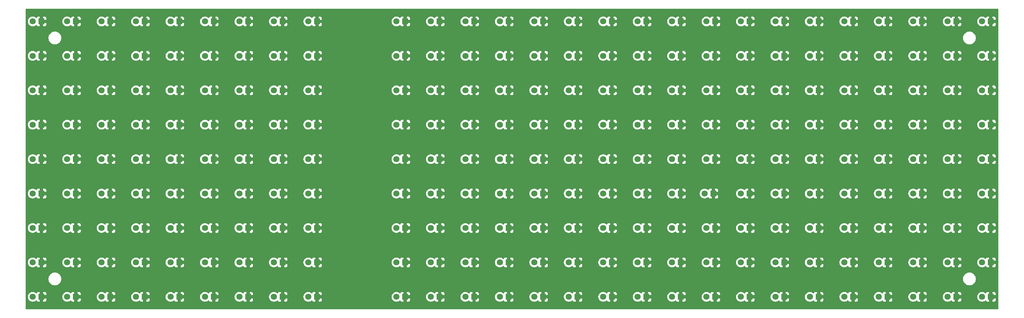
<source format=gbr>
%TF.GenerationSoftware,KiCad,Pcbnew,9.0.3*%
%TF.CreationDate,2025-07-14T16:51:54+02:00*%
%TF.ProjectId,9x9+9x18Module,3978392b-3978-4313-984d-6f64756c652e,rev?*%
%TF.SameCoordinates,Original*%
%TF.FileFunction,Copper,L1,Top*%
%TF.FilePolarity,Positive*%
%FSLAX46Y46*%
G04 Gerber Fmt 4.6, Leading zero omitted, Abs format (unit mm)*
G04 Created by KiCad (PCBNEW 9.0.3) date 2025-07-14 16:51:54*
%MOMM*%
%LPD*%
G01*
G04 APERTURE LIST*
%TA.AperFunction,ComponentPad*%
%ADD10R,1.800000X1.800000*%
%TD*%
%TA.AperFunction,ComponentPad*%
%ADD11C,1.800000*%
%TD*%
%TA.AperFunction,ViaPad*%
%ADD12C,0.700000*%
%TD*%
G04 APERTURE END LIST*
D10*
%TO.P,D190,1,K*%
%TO.N,GND*%
X277240000Y-70900000D03*
D11*
%TO.P,D190,2,A*%
%TO.N,Net-(D190-A)*%
X274700000Y-70900000D03*
%TD*%
D10*
%TO.P,D181,1,K*%
%TO.N,GND*%
X187240000Y-70900000D03*
D11*
%TO.P,D181,2,A*%
%TO.N,Net-(D181-A)*%
X184700000Y-70900000D03*
%TD*%
D10*
%TO.P,D3,1,K*%
%TO.N,GND*%
X41640000Y-20900000D03*
D11*
%TO.P,D3,2,A*%
%TO.N,Net-(D3-A)*%
X39100000Y-20900000D03*
%TD*%
D10*
%TO.P,D209,1,K*%
%TO.N,GND*%
X287240000Y-80900000D03*
D11*
%TO.P,D209,2,A*%
%TO.N,Net-(D209-A)*%
X284700000Y-80900000D03*
%TD*%
D10*
%TO.P,D94,1,K*%
%TO.N,GND*%
X217240000Y-20900000D03*
D11*
%TO.P,D94,2,A*%
%TO.N,Net-(D94-A)*%
X214700000Y-20900000D03*
%TD*%
D10*
%TO.P,D73,1,K*%
%TO.N,GND*%
X21640000Y-100900000D03*
D11*
%TO.P,D73,2,A*%
%TO.N,Net-(D73-A)*%
X19100000Y-100900000D03*
%TD*%
D10*
%TO.P,D14,1,K*%
%TO.N,GND*%
X61640000Y-30900000D03*
D11*
%TO.P,D14,2,A*%
%TO.N,Net-(D14-A)*%
X59100000Y-30900000D03*
%TD*%
D10*
%TO.P,D72,1,K*%
%TO.N,GND*%
X101640000Y-90900000D03*
D11*
%TO.P,D72,2,A*%
%TO.N,Net-(D72-A)*%
X99100000Y-90900000D03*
%TD*%
D10*
%TO.P,D54,1,K*%
%TO.N,GND*%
X101640000Y-70900000D03*
D11*
%TO.P,D54,2,A*%
%TO.N,Net-(D54-A)*%
X99100000Y-70900000D03*
%TD*%
D10*
%TO.P,D53,1,K*%
%TO.N,GND*%
X91640000Y-70900000D03*
D11*
%TO.P,D53,2,A*%
%TO.N,Net-(D53-A)*%
X89100000Y-70900000D03*
%TD*%
D10*
%TO.P,D42,1,K*%
%TO.N,GND*%
X71640000Y-60900000D03*
D11*
%TO.P,D42,2,A*%
%TO.N,Net-(D42-A)*%
X69100000Y-60900000D03*
%TD*%
D10*
%TO.P,D172,1,K*%
%TO.N,GND*%
X277240000Y-60900000D03*
D11*
%TO.P,D172,2,A*%
%TO.N,Net-(D172-A)*%
X274700000Y-60900000D03*
%TD*%
D10*
%TO.P,D74,1,K*%
%TO.N,GND*%
X31640000Y-100900000D03*
D11*
%TO.P,D74,2,A*%
%TO.N,Net-(D74-A)*%
X29100000Y-100900000D03*
%TD*%
D10*
%TO.P,D200,1,K*%
%TO.N,GND*%
X197240000Y-80900000D03*
D11*
%TO.P,D200,2,A*%
%TO.N,Net-(D200-A)*%
X194700000Y-80900000D03*
%TD*%
D10*
%TO.P,D78,1,K*%
%TO.N,GND*%
X71640000Y-100900000D03*
D11*
%TO.P,D78,2,A*%
%TO.N,Net-(D78-A)*%
X69100000Y-100900000D03*
%TD*%
D10*
%TO.P,D212,1,K*%
%TO.N,GND*%
X137240000Y-90900000D03*
D11*
%TO.P,D212,2,A*%
%TO.N,Net-(D212-A)*%
X134700000Y-90900000D03*
%TD*%
D10*
%TO.P,D23,1,K*%
%TO.N,GND*%
X61640000Y-40900000D03*
D11*
%TO.P,D23,2,A*%
%TO.N,Net-(D23-A)*%
X59100000Y-40900000D03*
%TD*%
D10*
%TO.P,D213,1,K*%
%TO.N,GND*%
X147240000Y-90900000D03*
D11*
%TO.P,D213,2,A*%
%TO.N,Net-(D213-A)*%
X144700000Y-90900000D03*
%TD*%
D10*
%TO.P,D81,1,K*%
%TO.N,GND*%
X101640000Y-100900000D03*
D11*
%TO.P,D81,2,A*%
%TO.N,Net-(D81-A)*%
X99100000Y-100900000D03*
%TD*%
D10*
%TO.P,D179,1,K*%
%TO.N,GND*%
X167240000Y-70900000D03*
D11*
%TO.P,D179,2,A*%
%TO.N,Net-(D179-A)*%
X164700000Y-70900000D03*
%TD*%
D10*
%TO.P,D226,1,K*%
%TO.N,GND*%
X277240000Y-90900000D03*
D11*
%TO.P,D226,2,A*%
%TO.N,Net-(D226-A)*%
X274700000Y-90900000D03*
%TD*%
D10*
%TO.P,D87,1,K*%
%TO.N,GND*%
X147240000Y-20900000D03*
D11*
%TO.P,D87,2,A*%
%TO.N,Net-(D87-A)*%
X144700000Y-20900000D03*
%TD*%
D10*
%TO.P,D27,1,K*%
%TO.N,GND*%
X101640000Y-40900000D03*
D11*
%TO.P,D27,2,A*%
%TO.N,Net-(D27-A)*%
X99100000Y-40900000D03*
%TD*%
D10*
%TO.P,D126,1,K*%
%TO.N,GND*%
X177240000Y-40900000D03*
D11*
%TO.P,D126,2,A*%
%TO.N,Net-(D126-A)*%
X174700000Y-40900000D03*
%TD*%
D10*
%TO.P,D97,1,K*%
%TO.N,GND*%
X247240000Y-20900000D03*
D11*
%TO.P,D97,2,A*%
%TO.N,Net-(D97-A)*%
X244700000Y-20900000D03*
%TD*%
D10*
%TO.P,D168,1,K*%
%TO.N,GND*%
X237240000Y-60900000D03*
D11*
%TO.P,D168,2,A*%
%TO.N,Net-(D168-A)*%
X234700000Y-60900000D03*
%TD*%
D10*
%TO.P,D6,1,K*%
%TO.N,GND*%
X71640000Y-20900000D03*
D11*
%TO.P,D6,2,A*%
%TO.N,Net-(D6-A)*%
X69100000Y-20900000D03*
%TD*%
D10*
%TO.P,D37,1,K*%
%TO.N,GND*%
X21640000Y-60900000D03*
D11*
%TO.P,D37,2,A*%
%TO.N,Net-(D37-A)*%
X19100000Y-60900000D03*
%TD*%
D10*
%TO.P,D167,1,K*%
%TO.N,GND*%
X227240000Y-60900000D03*
D11*
%TO.P,D167,2,A*%
%TO.N,Net-(D167-A)*%
X224700000Y-60900000D03*
%TD*%
D10*
%TO.P,D147,1,K*%
%TO.N,GND*%
X207240000Y-50900000D03*
D11*
%TO.P,D147,2,A*%
%TO.N,Net-(D147-A)*%
X204700000Y-50900000D03*
%TD*%
D10*
%TO.P,D28,1,K*%
%TO.N,GND*%
X21640000Y-50900000D03*
D11*
%TO.P,D28,2,A*%
%TO.N,Net-(D28-A)*%
X19100000Y-50900000D03*
%TD*%
D10*
%TO.P,D121,1,K*%
%TO.N,GND*%
X127240000Y-40900000D03*
D11*
%TO.P,D121,2,A*%
%TO.N,Net-(D121-A)*%
X124700000Y-40900000D03*
%TD*%
D10*
%TO.P,D118,1,K*%
%TO.N,GND*%
X277240000Y-30900000D03*
D11*
%TO.P,D118,2,A*%
%TO.N,Net-(D118-A)*%
X274700000Y-30900000D03*
%TD*%
D10*
%TO.P,D111,1,K*%
%TO.N,GND*%
X207240000Y-30900000D03*
D11*
%TO.P,D111,2,A*%
%TO.N,Net-(D111-A)*%
X204700000Y-30900000D03*
%TD*%
D10*
%TO.P,D214,1,K*%
%TO.N,GND*%
X157240000Y-90900000D03*
D11*
%TO.P,D214,2,A*%
%TO.N,Net-(D214-A)*%
X154700000Y-90900000D03*
%TD*%
D10*
%TO.P,D67,1,K*%
%TO.N,GND*%
X51640000Y-90900000D03*
D11*
%TO.P,D67,2,A*%
%TO.N,Net-(D67-A)*%
X49100000Y-90900000D03*
%TD*%
D10*
%TO.P,D95,1,K*%
%TO.N,GND*%
X227240000Y-20900000D03*
D11*
%TO.P,D95,2,A*%
%TO.N,Net-(D95-A)*%
X224700000Y-20900000D03*
%TD*%
D10*
%TO.P,D123,1,K*%
%TO.N,GND*%
X147240000Y-40900000D03*
D11*
%TO.P,D123,2,A*%
%TO.N,Net-(D123-A)*%
X144700000Y-40900000D03*
%TD*%
D10*
%TO.P,D24,1,K*%
%TO.N,GND*%
X71640000Y-40900000D03*
D11*
%TO.P,D24,2,A*%
%TO.N,Net-(D24-A)*%
X69100000Y-40900000D03*
%TD*%
D10*
%TO.P,D224,1,K*%
%TO.N,GND*%
X257240000Y-90900000D03*
D11*
%TO.P,D224,2,A*%
%TO.N,Net-(D224-A)*%
X254700000Y-90900000D03*
%TD*%
D10*
%TO.P,D50,1,K*%
%TO.N,GND*%
X61640000Y-70900000D03*
D11*
%TO.P,D50,2,A*%
%TO.N,Net-(D50-A)*%
X59100000Y-70900000D03*
%TD*%
D10*
%TO.P,D210,1,K*%
%TO.N,GND*%
X297240000Y-80900000D03*
D11*
%TO.P,D210,2,A*%
%TO.N,Net-(D210-A)*%
X294700000Y-80900000D03*
%TD*%
D10*
%TO.P,D13,1,K*%
%TO.N,GND*%
X51640000Y-30900000D03*
D11*
%TO.P,D13,2,A*%
%TO.N,Net-(D13-A)*%
X49100000Y-30900000D03*
%TD*%
D10*
%TO.P,D222,1,K*%
%TO.N,GND*%
X237240000Y-90900000D03*
D11*
%TO.P,D222,2,A*%
%TO.N,Net-(D222-A)*%
X234700000Y-90900000D03*
%TD*%
D10*
%TO.P,D154,1,K*%
%TO.N,GND*%
X277240000Y-50900000D03*
D11*
%TO.P,D154,2,A*%
%TO.N,Net-(D154-A)*%
X274700000Y-50900000D03*
%TD*%
D10*
%TO.P,D156,1,K*%
%TO.N,GND*%
X297240000Y-50900000D03*
D11*
%TO.P,D156,2,A*%
%TO.N,Net-(D156-A)*%
X294700000Y-50900000D03*
%TD*%
D10*
%TO.P,D96,1,K*%
%TO.N,GND*%
X237240000Y-20900000D03*
D11*
%TO.P,D96,2,A*%
%TO.N,Net-(D96-A)*%
X234700000Y-20900000D03*
%TD*%
D10*
%TO.P,D164,1,K*%
%TO.N,GND*%
X197240000Y-60900000D03*
D11*
%TO.P,D164,2,A*%
%TO.N,Net-(D164-A)*%
X194700000Y-60900000D03*
%TD*%
D10*
%TO.P,D158,1,K*%
%TO.N,GND*%
X137240000Y-60900000D03*
D11*
%TO.P,D158,2,A*%
%TO.N,Net-(D158-A)*%
X134700000Y-60900000D03*
%TD*%
D10*
%TO.P,D66,1,K*%
%TO.N,GND*%
X41640000Y-90900000D03*
D11*
%TO.P,D66,2,A*%
%TO.N,Net-(D66-A)*%
X39100000Y-90900000D03*
%TD*%
D10*
%TO.P,D17,1,K*%
%TO.N,GND*%
X91640000Y-30900000D03*
D11*
%TO.P,D17,2,A*%
%TO.N,Net-(D17-A)*%
X89100000Y-30900000D03*
%TD*%
D10*
%TO.P,D26,1,K*%
%TO.N,GND*%
X91640000Y-40900000D03*
D11*
%TO.P,D26,2,A*%
%TO.N,Net-(D26-A)*%
X89100000Y-40900000D03*
%TD*%
D10*
%TO.P,D141,1,K*%
%TO.N,GND*%
X147240000Y-50900000D03*
D11*
%TO.P,D141,2,A*%
%TO.N,Net-(D141-A)*%
X144700000Y-50900000D03*
%TD*%
D10*
%TO.P,D208,1,K*%
%TO.N,GND*%
X277240000Y-80900000D03*
D11*
%TO.P,D208,2,A*%
%TO.N,Net-(D208-A)*%
X274700000Y-80900000D03*
%TD*%
D10*
%TO.P,D106,1,K*%
%TO.N,GND*%
X157240000Y-30900000D03*
D11*
%TO.P,D106,2,A*%
%TO.N,Net-(D106-A)*%
X154700000Y-30900000D03*
%TD*%
D10*
%TO.P,D41,1,K*%
%TO.N,GND*%
X61640000Y-60900000D03*
D11*
%TO.P,D41,2,A*%
%TO.N,Net-(D41-A)*%
X59100000Y-60900000D03*
%TD*%
D10*
%TO.P,D204,1,K*%
%TO.N,GND*%
X237240000Y-80900000D03*
D11*
%TO.P,D204,2,A*%
%TO.N,Net-(D204-A)*%
X234700000Y-80900000D03*
%TD*%
D10*
%TO.P,D9,1,K*%
%TO.N,GND*%
X101640000Y-20900000D03*
D11*
%TO.P,D9,2,A*%
%TO.N,Net-(D9-A)*%
X99100000Y-20900000D03*
%TD*%
D10*
%TO.P,D58,1,K*%
%TO.N,GND*%
X51640000Y-80900000D03*
D11*
%TO.P,D58,2,A*%
%TO.N,Net-(D58-A)*%
X49100000Y-80900000D03*
%TD*%
D10*
%TO.P,D235,1,K*%
%TO.N,GND*%
X187240000Y-100900000D03*
D11*
%TO.P,D235,2,A*%
%TO.N,Net-(D235-A)*%
X184700000Y-100900000D03*
%TD*%
D10*
%TO.P,D140,1,K*%
%TO.N,GND*%
X137240000Y-50900000D03*
D11*
%TO.P,D140,2,A*%
%TO.N,Net-(D140-A)*%
X134700000Y-50900000D03*
%TD*%
D10*
%TO.P,D101,1,K*%
%TO.N,GND*%
X287240000Y-20900000D03*
D11*
%TO.P,D101,2,A*%
%TO.N,Net-(D101-A)*%
X284700000Y-20900000D03*
%TD*%
D10*
%TO.P,D184,1,K*%
%TO.N,GND*%
X216690000Y-70900000D03*
D11*
%TO.P,D184,2,A*%
%TO.N,Net-(D184-A)*%
X214150000Y-70900000D03*
%TD*%
D10*
%TO.P,D71,1,K*%
%TO.N,GND*%
X91640000Y-90900000D03*
D11*
%TO.P,D71,2,A*%
%TO.N,Net-(D71-A)*%
X89100000Y-90900000D03*
%TD*%
D10*
%TO.P,D56,1,K*%
%TO.N,GND*%
X31640000Y-80900000D03*
D11*
%TO.P,D56,2,A*%
%TO.N,Net-(D56-A)*%
X29100000Y-80900000D03*
%TD*%
D10*
%TO.P,D76,1,K*%
%TO.N,GND*%
X51640000Y-100900000D03*
D11*
%TO.P,D76,2,A*%
%TO.N,Net-(D76-A)*%
X49100000Y-100900000D03*
%TD*%
D10*
%TO.P,D162,1,K*%
%TO.N,GND*%
X177240000Y-60900000D03*
D11*
%TO.P,D162,2,A*%
%TO.N,Net-(D162-A)*%
X174700000Y-60900000D03*
%TD*%
D10*
%TO.P,D132,1,K*%
%TO.N,GND*%
X237240000Y-40900000D03*
D11*
%TO.P,D132,2,A*%
%TO.N,Net-(D132-A)*%
X234700000Y-40900000D03*
%TD*%
D10*
%TO.P,D220,1,K*%
%TO.N,GND*%
X217240000Y-90900000D03*
D11*
%TO.P,D220,2,A*%
%TO.N,Net-(D220-A)*%
X214700000Y-90900000D03*
%TD*%
D10*
%TO.P,D99,1,K*%
%TO.N,GND*%
X267240000Y-20900000D03*
D11*
%TO.P,D99,2,A*%
%TO.N,Net-(D99-A)*%
X264700000Y-20900000D03*
%TD*%
D10*
%TO.P,D229,1,K*%
%TO.N,GND*%
X127240000Y-100900000D03*
D11*
%TO.P,D229,2,A*%
%TO.N,Net-(D229-A)*%
X124700000Y-100900000D03*
%TD*%
D10*
%TO.P,D104,1,K*%
%TO.N,GND*%
X137240000Y-30900000D03*
D11*
%TO.P,D104,2,A*%
%TO.N,Net-(D104-A)*%
X134700000Y-30900000D03*
%TD*%
D10*
%TO.P,D89,1,K*%
%TO.N,GND*%
X167240000Y-20900000D03*
D11*
%TO.P,D89,2,A*%
%TO.N,Net-(D89-A)*%
X164700000Y-20900000D03*
%TD*%
D10*
%TO.P,D185,1,K*%
%TO.N,GND*%
X227240000Y-70900000D03*
D11*
%TO.P,D185,2,A*%
%TO.N,Net-(D185-A)*%
X224700000Y-70900000D03*
%TD*%
D10*
%TO.P,D163,1,K*%
%TO.N,GND*%
X187240000Y-60900000D03*
D11*
%TO.P,D163,2,A*%
%TO.N,Net-(D163-A)*%
X184700000Y-60900000D03*
%TD*%
D10*
%TO.P,D233,1,K*%
%TO.N,GND*%
X167240000Y-100900000D03*
D11*
%TO.P,D233,2,A*%
%TO.N,Net-(D233-A)*%
X164700000Y-100900000D03*
%TD*%
D10*
%TO.P,D174,1,K*%
%TO.N,GND*%
X297240000Y-60900000D03*
D11*
%TO.P,D174,2,A*%
%TO.N,Net-(D174-A)*%
X294700000Y-60900000D03*
%TD*%
D10*
%TO.P,D145,1,K*%
%TO.N,GND*%
X187240000Y-50900000D03*
D11*
%TO.P,D145,2,A*%
%TO.N,Net-(D145-A)*%
X184700000Y-50900000D03*
%TD*%
D10*
%TO.P,D133,1,K*%
%TO.N,GND*%
X247240000Y-40900000D03*
D11*
%TO.P,D133,2,A*%
%TO.N,Net-(D133-A)*%
X244700000Y-40900000D03*
%TD*%
D10*
%TO.P,D225,1,K*%
%TO.N,GND*%
X267240000Y-90900000D03*
D11*
%TO.P,D225,2,A*%
%TO.N,Net-(D225-A)*%
X264700000Y-90900000D03*
%TD*%
D10*
%TO.P,D236,1,K*%
%TO.N,GND*%
X197240000Y-100900000D03*
D11*
%TO.P,D236,2,A*%
%TO.N,Net-(D236-A)*%
X194700000Y-100900000D03*
%TD*%
D10*
%TO.P,D102,1,K*%
%TO.N,GND*%
X297240000Y-20900000D03*
D11*
%TO.P,D102,2,A*%
%TO.N,Net-(D102-A)*%
X294700000Y-20900000D03*
%TD*%
D10*
%TO.P,D143,1,K*%
%TO.N,GND*%
X167240000Y-50900000D03*
D11*
%TO.P,D143,2,A*%
%TO.N,Net-(D143-A)*%
X164700000Y-50900000D03*
%TD*%
D10*
%TO.P,D45,1,K*%
%TO.N,GND*%
X101640000Y-60900000D03*
D11*
%TO.P,D45,2,A*%
%TO.N,Net-(D45-A)*%
X99100000Y-60900000D03*
%TD*%
D10*
%TO.P,D107,1,K*%
%TO.N,GND*%
X167240000Y-30900000D03*
D11*
%TO.P,D107,2,A*%
%TO.N,Net-(D107-A)*%
X164700000Y-30900000D03*
%TD*%
D10*
%TO.P,D231,1,K*%
%TO.N,GND*%
X147240000Y-100900000D03*
D11*
%TO.P,D231,2,A*%
%TO.N,Net-(D231-A)*%
X144700000Y-100900000D03*
%TD*%
D10*
%TO.P,D195,1,K*%
%TO.N,GND*%
X147240000Y-80900000D03*
D11*
%TO.P,D195,2,A*%
%TO.N,Net-(D195-A)*%
X144700000Y-80900000D03*
%TD*%
D10*
%TO.P,D18,1,K*%
%TO.N,GND*%
X101640000Y-30900000D03*
D11*
%TO.P,D18,2,A*%
%TO.N,Net-(D18-A)*%
X99100000Y-30900000D03*
%TD*%
D10*
%TO.P,D199,1,K*%
%TO.N,GND*%
X187240000Y-80900000D03*
D11*
%TO.P,D199,2,A*%
%TO.N,Net-(D199-A)*%
X184700000Y-80900000D03*
%TD*%
D10*
%TO.P,D4,1,K*%
%TO.N,GND*%
X51640000Y-20900000D03*
D11*
%TO.P,D4,2,A*%
%TO.N,Net-(D4-A)*%
X49100000Y-20900000D03*
%TD*%
D10*
%TO.P,D228,1,K*%
%TO.N,GND*%
X297240000Y-90900000D03*
D11*
%TO.P,D228,2,A*%
%TO.N,Net-(D228-A)*%
X294700000Y-90900000D03*
%TD*%
D10*
%TO.P,D20,1,K*%
%TO.N,GND*%
X31640000Y-40900000D03*
D11*
%TO.P,D20,2,A*%
%TO.N,Net-(D20-A)*%
X29100000Y-40900000D03*
%TD*%
D10*
%TO.P,D61,1,K*%
%TO.N,GND*%
X81640000Y-80900000D03*
D11*
%TO.P,D61,2,A*%
%TO.N,Net-(D61-A)*%
X79100000Y-80900000D03*
%TD*%
D10*
%TO.P,D32,1,K*%
%TO.N,GND*%
X61640000Y-50900000D03*
D11*
%TO.P,D32,2,A*%
%TO.N,Net-(D32-A)*%
X59100000Y-50900000D03*
%TD*%
D10*
%TO.P,D218,1,K*%
%TO.N,GND*%
X197240000Y-90900000D03*
D11*
%TO.P,D218,2,A*%
%TO.N,Net-(D218-A)*%
X194700000Y-90900000D03*
%TD*%
D10*
%TO.P,D242,1,K*%
%TO.N,GND*%
X257240000Y-100900000D03*
D11*
%TO.P,D242,2,A*%
%TO.N,Net-(D242-A)*%
X254700000Y-100900000D03*
%TD*%
D10*
%TO.P,D108,1,K*%
%TO.N,GND*%
X177240000Y-30900000D03*
D11*
%TO.P,D108,2,A*%
%TO.N,Net-(D108-A)*%
X174700000Y-30900000D03*
%TD*%
D10*
%TO.P,D43,1,K*%
%TO.N,GND*%
X81640000Y-60900000D03*
D11*
%TO.P,D43,2,A*%
%TO.N,Net-(D43-A)*%
X79100000Y-60900000D03*
%TD*%
D10*
%TO.P,D189,1,K*%
%TO.N,GND*%
X267240000Y-70900000D03*
D11*
%TO.P,D189,2,A*%
%TO.N,Net-(D189-A)*%
X264700000Y-70900000D03*
%TD*%
D10*
%TO.P,D201,1,K*%
%TO.N,GND*%
X207240000Y-80900000D03*
D11*
%TO.P,D201,2,A*%
%TO.N,Net-(D201-A)*%
X204700000Y-80900000D03*
%TD*%
D10*
%TO.P,D176,1,K*%
%TO.N,GND*%
X137240000Y-70900000D03*
D11*
%TO.P,D176,2,A*%
%TO.N,Net-(D176-A)*%
X134700000Y-70900000D03*
%TD*%
D10*
%TO.P,D130,1,K*%
%TO.N,GND*%
X217240000Y-40900000D03*
D11*
%TO.P,D130,2,A*%
%TO.N,Net-(D130-A)*%
X214700000Y-40900000D03*
%TD*%
D10*
%TO.P,D211,1,K*%
%TO.N,GND*%
X127240000Y-90900000D03*
D11*
%TO.P,D211,2,A*%
%TO.N,Net-(D211-A)*%
X124700000Y-90900000D03*
%TD*%
D10*
%TO.P,D205,1,K*%
%TO.N,GND*%
X247240000Y-80900000D03*
D11*
%TO.P,D205,2,A*%
%TO.N,Net-(D205-A)*%
X244700000Y-80900000D03*
%TD*%
D10*
%TO.P,D112,1,K*%
%TO.N,GND*%
X217240000Y-30900000D03*
D11*
%TO.P,D112,2,A*%
%TO.N,Net-(D112-A)*%
X214700000Y-30900000D03*
%TD*%
D10*
%TO.P,D138,1,K*%
%TO.N,GND*%
X297240000Y-40900000D03*
D11*
%TO.P,D138,2,A*%
%TO.N,Net-(D138-A)*%
X294700000Y-40900000D03*
%TD*%
D10*
%TO.P,D31,1,K*%
%TO.N,GND*%
X51640000Y-50900000D03*
D11*
%TO.P,D31,2,A*%
%TO.N,Net-(D31-A)*%
X49100000Y-50900000D03*
%TD*%
D10*
%TO.P,D166,1,K*%
%TO.N,GND*%
X217240000Y-60900000D03*
D11*
%TO.P,D166,2,A*%
%TO.N,Net-(D166-A)*%
X214700000Y-60900000D03*
%TD*%
D10*
%TO.P,D70,1,K*%
%TO.N,GND*%
X81640000Y-90900000D03*
D11*
%TO.P,D70,2,A*%
%TO.N,Net-(D70-A)*%
X79100000Y-90900000D03*
%TD*%
D10*
%TO.P,D202,1,K*%
%TO.N,GND*%
X217240000Y-80900000D03*
D11*
%TO.P,D202,2,A*%
%TO.N,Net-(D202-A)*%
X214700000Y-80900000D03*
%TD*%
D10*
%TO.P,D244,1,K*%
%TO.N,GND*%
X277240000Y-100900000D03*
D11*
%TO.P,D244,2,A*%
%TO.N,Net-(D244-A)*%
X274700000Y-100900000D03*
%TD*%
D10*
%TO.P,D223,1,K*%
%TO.N,GND*%
X247240000Y-90900000D03*
D11*
%TO.P,D223,2,A*%
%TO.N,Net-(D223-A)*%
X244700000Y-90900000D03*
%TD*%
D10*
%TO.P,D60,1,K*%
%TO.N,GND*%
X71640000Y-80900000D03*
D11*
%TO.P,D60,2,A*%
%TO.N,Net-(D60-A)*%
X69100000Y-80900000D03*
%TD*%
D10*
%TO.P,D48,1,K*%
%TO.N,GND*%
X41640000Y-70900000D03*
D11*
%TO.P,D48,2,A*%
%TO.N,Net-(D48-A)*%
X39100000Y-70900000D03*
%TD*%
D10*
%TO.P,D8,1,K*%
%TO.N,GND*%
X91640000Y-20900000D03*
D11*
%TO.P,D8,2,A*%
%TO.N,Net-(D8-A)*%
X89100000Y-20900000D03*
%TD*%
D10*
%TO.P,D2,1,K*%
%TO.N,GND*%
X31640000Y-20900000D03*
D11*
%TO.P,D2,2,A*%
%TO.N,Net-(D2-A)*%
X29100000Y-20900000D03*
%TD*%
D10*
%TO.P,D36,1,K*%
%TO.N,GND*%
X101640000Y-50900000D03*
D11*
%TO.P,D36,2,A*%
%TO.N,Net-(D36-A)*%
X99100000Y-50900000D03*
%TD*%
D10*
%TO.P,D69,1,K*%
%TO.N,GND*%
X71640000Y-90900000D03*
D11*
%TO.P,D69,2,A*%
%TO.N,Net-(D69-A)*%
X69100000Y-90900000D03*
%TD*%
D10*
%TO.P,D119,1,K*%
%TO.N,GND*%
X287240000Y-30900000D03*
D11*
%TO.P,D119,2,A*%
%TO.N,Net-(D119-A)*%
X284700000Y-30900000D03*
%TD*%
D10*
%TO.P,D146,1,K*%
%TO.N,GND*%
X197240000Y-50900000D03*
D11*
%TO.P,D146,2,A*%
%TO.N,Net-(D146-A)*%
X194700000Y-50900000D03*
%TD*%
D10*
%TO.P,D237,1,K*%
%TO.N,GND*%
X207240000Y-100900000D03*
D11*
%TO.P,D237,2,A*%
%TO.N,Net-(D237-A)*%
X204700000Y-100900000D03*
%TD*%
D10*
%TO.P,D219,1,K*%
%TO.N,GND*%
X207240000Y-90900000D03*
D11*
%TO.P,D219,2,A*%
%TO.N,Net-(D219-A)*%
X204700000Y-90900000D03*
%TD*%
D10*
%TO.P,D91,1,K*%
%TO.N,GND*%
X187240000Y-20900000D03*
D11*
%TO.P,D91,2,A*%
%TO.N,Net-(D91-A)*%
X184700000Y-20900000D03*
%TD*%
D10*
%TO.P,D15,1,K*%
%TO.N,GND*%
X71640000Y-30900000D03*
D11*
%TO.P,D15,2,A*%
%TO.N,Net-(D15-A)*%
X69100000Y-30900000D03*
%TD*%
D10*
%TO.P,D137,1,K*%
%TO.N,GND*%
X287240000Y-40900000D03*
D11*
%TO.P,D137,2,A*%
%TO.N,Net-(D137-A)*%
X284700000Y-40900000D03*
%TD*%
D10*
%TO.P,D142,1,K*%
%TO.N,GND*%
X157240000Y-50900000D03*
D11*
%TO.P,D142,2,A*%
%TO.N,Net-(D142-A)*%
X154700000Y-50900000D03*
%TD*%
D10*
%TO.P,D230,1,K*%
%TO.N,GND*%
X137240000Y-100900000D03*
D11*
%TO.P,D230,2,A*%
%TO.N,Net-(D230-A)*%
X134700000Y-100900000D03*
%TD*%
D10*
%TO.P,D170,1,K*%
%TO.N,GND*%
X257240000Y-60900000D03*
D11*
%TO.P,D170,2,A*%
%TO.N,Net-(D170-A)*%
X254700000Y-60900000D03*
%TD*%
D10*
%TO.P,D12,1,K*%
%TO.N,GND*%
X41640000Y-30900000D03*
D11*
%TO.P,D12,2,A*%
%TO.N,Net-(D12-A)*%
X39100000Y-30900000D03*
%TD*%
D10*
%TO.P,D127,1,K*%
%TO.N,GND*%
X187240000Y-40900000D03*
D11*
%TO.P,D127,2,A*%
%TO.N,Net-(D127-A)*%
X184700000Y-40900000D03*
%TD*%
D10*
%TO.P,D165,1,K*%
%TO.N,GND*%
X207240000Y-60900000D03*
D11*
%TO.P,D165,2,A*%
%TO.N,Net-(D165-A)*%
X204700000Y-60900000D03*
%TD*%
D10*
%TO.P,D105,1,K*%
%TO.N,GND*%
X147240000Y-30900000D03*
D11*
%TO.P,D105,2,A*%
%TO.N,Net-(D105-A)*%
X144700000Y-30900000D03*
%TD*%
D10*
%TO.P,D177,1,K*%
%TO.N,GND*%
X147240000Y-70900000D03*
D11*
%TO.P,D177,2,A*%
%TO.N,Net-(D177-A)*%
X144700000Y-70900000D03*
%TD*%
D10*
%TO.P,D49,1,K*%
%TO.N,GND*%
X51640000Y-70900000D03*
D11*
%TO.P,D49,2,A*%
%TO.N,Net-(D49-A)*%
X49100000Y-70900000D03*
%TD*%
D10*
%TO.P,D80,1,K*%
%TO.N,GND*%
X91640000Y-100900000D03*
D11*
%TO.P,D80,2,A*%
%TO.N,Net-(D80-A)*%
X89100000Y-100900000D03*
%TD*%
D10*
%TO.P,D186,1,K*%
%TO.N,GND*%
X237240000Y-70900000D03*
D11*
%TO.P,D186,2,A*%
%TO.N,Net-(D186-A)*%
X234700000Y-70900000D03*
%TD*%
D10*
%TO.P,D207,1,K*%
%TO.N,GND*%
X267240000Y-80900000D03*
D11*
%TO.P,D207,2,A*%
%TO.N,Net-(D207-A)*%
X264700000Y-80900000D03*
%TD*%
D10*
%TO.P,D241,1,K*%
%TO.N,GND*%
X247240000Y-100900000D03*
D11*
%TO.P,D241,2,A*%
%TO.N,Net-(D241-A)*%
X244700000Y-100900000D03*
%TD*%
D10*
%TO.P,D59,1,K*%
%TO.N,GND*%
X61640000Y-80900000D03*
D11*
%TO.P,D59,2,A*%
%TO.N,Net-(D59-A)*%
X59100000Y-80900000D03*
%TD*%
D10*
%TO.P,D5,1,K*%
%TO.N,GND*%
X61640000Y-20900000D03*
D11*
%TO.P,D5,2,A*%
%TO.N,Net-(D5-A)*%
X59100000Y-20900000D03*
%TD*%
D10*
%TO.P,D35,1,K*%
%TO.N,GND*%
X91640000Y-50900000D03*
D11*
%TO.P,D35,2,A*%
%TO.N,Net-(D35-A)*%
X89100000Y-50900000D03*
%TD*%
D10*
%TO.P,D98,1,K*%
%TO.N,GND*%
X257240000Y-20900000D03*
D11*
%TO.P,D98,2,A*%
%TO.N,Net-(D98-A)*%
X254700000Y-20900000D03*
%TD*%
D10*
%TO.P,D151,1,K*%
%TO.N,GND*%
X247240000Y-50900000D03*
D11*
%TO.P,D151,2,A*%
%TO.N,Net-(D151-A)*%
X244700000Y-50900000D03*
%TD*%
D10*
%TO.P,D155,1,K*%
%TO.N,GND*%
X287240000Y-50900000D03*
D11*
%TO.P,D155,2,A*%
%TO.N,Net-(D155-A)*%
X284700000Y-50900000D03*
%TD*%
D10*
%TO.P,D206,1,K*%
%TO.N,GND*%
X257240000Y-80900000D03*
D11*
%TO.P,D206,2,A*%
%TO.N,Net-(D206-A)*%
X254700000Y-80900000D03*
%TD*%
D10*
%TO.P,D64,1,K*%
%TO.N,GND*%
X21640000Y-90900000D03*
D11*
%TO.P,D64,2,A*%
%TO.N,Net-(D64-A)*%
X19100000Y-90900000D03*
%TD*%
D10*
%TO.P,D115,1,K*%
%TO.N,GND*%
X247240000Y-30900000D03*
D11*
%TO.P,D115,2,A*%
%TO.N,Net-(D115-A)*%
X244700000Y-30900000D03*
%TD*%
D10*
%TO.P,D178,1,K*%
%TO.N,GND*%
X157240000Y-70900000D03*
D11*
%TO.P,D178,2,A*%
%TO.N,Net-(D178-A)*%
X154700000Y-70900000D03*
%TD*%
D10*
%TO.P,D33,1,K*%
%TO.N,GND*%
X71640000Y-50900000D03*
D11*
%TO.P,D33,2,A*%
%TO.N,Net-(D33-A)*%
X69100000Y-50900000D03*
%TD*%
D10*
%TO.P,D152,1,K*%
%TO.N,GND*%
X257240000Y-50900000D03*
D11*
%TO.P,D152,2,A*%
%TO.N,Net-(D152-A)*%
X254700000Y-50900000D03*
%TD*%
D10*
%TO.P,D193,1,K*%
%TO.N,GND*%
X127240000Y-80900000D03*
D11*
%TO.P,D193,2,A*%
%TO.N,Net-(D193-A)*%
X124700000Y-80900000D03*
%TD*%
D10*
%TO.P,D144,1,K*%
%TO.N,GND*%
X177240000Y-50900000D03*
D11*
%TO.P,D144,2,A*%
%TO.N,Net-(D144-A)*%
X174700000Y-50900000D03*
%TD*%
D10*
%TO.P,D216,1,K*%
%TO.N,GND*%
X177240000Y-90900000D03*
D11*
%TO.P,D216,2,A*%
%TO.N,Net-(D216-A)*%
X174700000Y-90900000D03*
%TD*%
D10*
%TO.P,D188,1,K*%
%TO.N,GND*%
X257240000Y-70900000D03*
D11*
%TO.P,D188,2,A*%
%TO.N,Net-(D188-A)*%
X254700000Y-70900000D03*
%TD*%
D10*
%TO.P,D16,1,K*%
%TO.N,GND*%
X81640000Y-30900000D03*
D11*
%TO.P,D16,2,A*%
%TO.N,Net-(D16-A)*%
X79100000Y-30900000D03*
%TD*%
D10*
%TO.P,D243,1,K*%
%TO.N,GND*%
X267240000Y-100900000D03*
D11*
%TO.P,D243,2,A*%
%TO.N,Net-(D243-A)*%
X264700000Y-100900000D03*
%TD*%
D10*
%TO.P,D129,1,K*%
%TO.N,GND*%
X207240000Y-40900000D03*
D11*
%TO.P,D129,2,A*%
%TO.N,Net-(D129-A)*%
X204700000Y-40900000D03*
%TD*%
D10*
%TO.P,D52,1,K*%
%TO.N,GND*%
X81640000Y-70900000D03*
D11*
%TO.P,D52,2,A*%
%TO.N,Net-(D52-A)*%
X79100000Y-70900000D03*
%TD*%
D10*
%TO.P,D240,1,K*%
%TO.N,GND*%
X237240000Y-100900000D03*
D11*
%TO.P,D240,2,A*%
%TO.N,Net-(D240-A)*%
X234700000Y-100900000D03*
%TD*%
D10*
%TO.P,D30,1,K*%
%TO.N,GND*%
X41640000Y-50900000D03*
D11*
%TO.P,D30,2,A*%
%TO.N,Net-(D30-A)*%
X39100000Y-50900000D03*
%TD*%
D10*
%TO.P,D136,1,K*%
%TO.N,GND*%
X277240000Y-40900000D03*
D11*
%TO.P,D136,2,A*%
%TO.N,Net-(D136-A)*%
X274700000Y-40900000D03*
%TD*%
D10*
%TO.P,D238,1,K*%
%TO.N,GND*%
X217240000Y-100900000D03*
D11*
%TO.P,D238,2,A*%
%TO.N,Net-(D238-A)*%
X214700000Y-100900000D03*
%TD*%
D10*
%TO.P,D103,1,K*%
%TO.N,GND*%
X127240000Y-30900000D03*
D11*
%TO.P,D103,2,A*%
%TO.N,Net-(D103-A)*%
X124700000Y-30900000D03*
%TD*%
D10*
%TO.P,D22,1,K*%
%TO.N,GND*%
X51640000Y-40900000D03*
D11*
%TO.P,D22,2,A*%
%TO.N,Net-(D22-A)*%
X49100000Y-40900000D03*
%TD*%
D10*
%TO.P,D173,1,K*%
%TO.N,GND*%
X287240000Y-60900000D03*
D11*
%TO.P,D173,2,A*%
%TO.N,Net-(D173-A)*%
X284700000Y-60900000D03*
%TD*%
D10*
%TO.P,D77,1,K*%
%TO.N,GND*%
X61640000Y-100900000D03*
D11*
%TO.P,D77,2,A*%
%TO.N,Net-(D77-A)*%
X59100000Y-100900000D03*
%TD*%
D10*
%TO.P,D65,1,K*%
%TO.N,GND*%
X31640000Y-90900000D03*
D11*
%TO.P,D65,2,A*%
%TO.N,Net-(D65-A)*%
X29100000Y-90900000D03*
%TD*%
D10*
%TO.P,D134,1,K*%
%TO.N,GND*%
X257240000Y-40900000D03*
D11*
%TO.P,D134,2,A*%
%TO.N,Net-(D134-A)*%
X254700000Y-40900000D03*
%TD*%
D10*
%TO.P,D217,1,K*%
%TO.N,GND*%
X187240000Y-90900000D03*
D11*
%TO.P,D217,2,A*%
%TO.N,Net-(D217-A)*%
X184700000Y-90900000D03*
%TD*%
D10*
%TO.P,D117,1,K*%
%TO.N,GND*%
X267240000Y-30900000D03*
D11*
%TO.P,D117,2,A*%
%TO.N,Net-(D117-A)*%
X264700000Y-30900000D03*
%TD*%
D10*
%TO.P,D182,1,K*%
%TO.N,GND*%
X197240000Y-70900000D03*
D11*
%TO.P,D182,2,A*%
%TO.N,Net-(D182-A)*%
X194700000Y-70900000D03*
%TD*%
D10*
%TO.P,D100,1,K*%
%TO.N,GND*%
X277240000Y-20900000D03*
D11*
%TO.P,D100,2,A*%
%TO.N,Net-(D100-A)*%
X274700000Y-20900000D03*
%TD*%
D10*
%TO.P,D7,1,K*%
%TO.N,GND*%
X81640000Y-20900000D03*
D11*
%TO.P,D7,2,A*%
%TO.N,Net-(D7-A)*%
X79100000Y-20900000D03*
%TD*%
D10*
%TO.P,D221,1,K*%
%TO.N,GND*%
X227240000Y-90900000D03*
D11*
%TO.P,D221,2,A*%
%TO.N,Net-(D221-A)*%
X224700000Y-90900000D03*
%TD*%
D10*
%TO.P,D62,1,K*%
%TO.N,GND*%
X91640000Y-80900000D03*
D11*
%TO.P,D62,2,A*%
%TO.N,Net-(D62-A)*%
X89100000Y-80900000D03*
%TD*%
D10*
%TO.P,D25,1,K*%
%TO.N,GND*%
X81640000Y-40900000D03*
D11*
%TO.P,D25,2,A*%
%TO.N,Net-(D25-A)*%
X79100000Y-40900000D03*
%TD*%
D10*
%TO.P,D47,1,K*%
%TO.N,GND*%
X31640000Y-70900000D03*
D11*
%TO.P,D47,2,A*%
%TO.N,Net-(D47-A)*%
X29100000Y-70900000D03*
%TD*%
D10*
%TO.P,D197,1,K*%
%TO.N,GND*%
X167240000Y-80900000D03*
D11*
%TO.P,D197,2,A*%
%TO.N,Net-(D197-A)*%
X164700000Y-80900000D03*
%TD*%
D10*
%TO.P,D175,1,K*%
%TO.N,GND*%
X127240000Y-70900000D03*
D11*
%TO.P,D175,2,A*%
%TO.N,Net-(D175-A)*%
X124700000Y-70900000D03*
%TD*%
D10*
%TO.P,D183,1,K*%
%TO.N,GND*%
X207240000Y-70900000D03*
D11*
%TO.P,D183,2,A*%
%TO.N,Net-(D183-A)*%
X204700000Y-70900000D03*
%TD*%
D10*
%TO.P,D227,1,K*%
%TO.N,GND*%
X287240000Y-90900000D03*
D11*
%TO.P,D227,2,A*%
%TO.N,Net-(D227-A)*%
X284700000Y-90900000D03*
%TD*%
D10*
%TO.P,D55,1,K*%
%TO.N,GND*%
X21640000Y-80900000D03*
D11*
%TO.P,D55,2,A*%
%TO.N,Net-(D55-A)*%
X19100000Y-80900000D03*
%TD*%
D10*
%TO.P,D191,1,K*%
%TO.N,GND*%
X287240000Y-70900000D03*
D11*
%TO.P,D191,2,A*%
%TO.N,Net-(D191-A)*%
X284700000Y-70900000D03*
%TD*%
D10*
%TO.P,D246,1,K*%
%TO.N,GND*%
X297240000Y-100900000D03*
D11*
%TO.P,D246,2,A*%
%TO.N,Net-(D246-A)*%
X294700000Y-100900000D03*
%TD*%
D10*
%TO.P,D169,1,K*%
%TO.N,GND*%
X247240000Y-60900000D03*
D11*
%TO.P,D169,2,A*%
%TO.N,Net-(D169-A)*%
X244700000Y-60900000D03*
%TD*%
D10*
%TO.P,D116,1,K*%
%TO.N,GND*%
X257240000Y-30900000D03*
D11*
%TO.P,D116,2,A*%
%TO.N,Net-(D116-A)*%
X254700000Y-30900000D03*
%TD*%
D10*
%TO.P,D239,1,K*%
%TO.N,GND*%
X227240000Y-100900000D03*
D11*
%TO.P,D239,2,A*%
%TO.N,Net-(D239-A)*%
X224700000Y-100900000D03*
%TD*%
D10*
%TO.P,D11,1,K*%
%TO.N,GND*%
X31640000Y-30900000D03*
D11*
%TO.P,D11,2,A*%
%TO.N,Net-(D11-A)*%
X29100000Y-30900000D03*
%TD*%
D10*
%TO.P,D150,1,K*%
%TO.N,GND*%
X237240000Y-50900000D03*
D11*
%TO.P,D150,2,A*%
%TO.N,Net-(D150-A)*%
X234700000Y-50900000D03*
%TD*%
D10*
%TO.P,D39,1,K*%
%TO.N,GND*%
X41640000Y-60900000D03*
D11*
%TO.P,D39,2,A*%
%TO.N,Net-(D39-A)*%
X39100000Y-60900000D03*
%TD*%
D10*
%TO.P,D10,1,K*%
%TO.N,GND*%
X21640000Y-30900000D03*
D11*
%TO.P,D10,2,A*%
%TO.N,Net-(D10-A)*%
X19100000Y-30900000D03*
%TD*%
D10*
%TO.P,D203,1,K*%
%TO.N,GND*%
X227240000Y-80900000D03*
D11*
%TO.P,D203,2,A*%
%TO.N,Net-(D203-A)*%
X224700000Y-80900000D03*
%TD*%
D10*
%TO.P,D157,1,K*%
%TO.N,GND*%
X127240000Y-60900000D03*
D11*
%TO.P,D157,2,A*%
%TO.N,Net-(D157-A)*%
X124700000Y-60900000D03*
%TD*%
D10*
%TO.P,D88,1,K*%
%TO.N,GND*%
X157240000Y-20900000D03*
D11*
%TO.P,D88,2,A*%
%TO.N,Net-(D88-A)*%
X154700000Y-20900000D03*
%TD*%
D10*
%TO.P,D122,1,K*%
%TO.N,GND*%
X137240000Y-40900000D03*
D11*
%TO.P,D122,2,A*%
%TO.N,Net-(D122-A)*%
X134700000Y-40900000D03*
%TD*%
D10*
%TO.P,D180,1,K*%
%TO.N,GND*%
X177240000Y-70900000D03*
D11*
%TO.P,D180,2,A*%
%TO.N,Net-(D180-A)*%
X174700000Y-70900000D03*
%TD*%
D10*
%TO.P,D135,1,K*%
%TO.N,GND*%
X267240000Y-40900000D03*
D11*
%TO.P,D135,2,A*%
%TO.N,Net-(D135-A)*%
X264700000Y-40900000D03*
%TD*%
D10*
%TO.P,D109,1,K*%
%TO.N,GND*%
X187240000Y-30900000D03*
D11*
%TO.P,D109,2,A*%
%TO.N,Net-(D109-A)*%
X184700000Y-30900000D03*
%TD*%
D10*
%TO.P,D51,1,K*%
%TO.N,GND*%
X71640000Y-70900000D03*
D11*
%TO.P,D51,2,A*%
%TO.N,Net-(D51-A)*%
X69100000Y-70900000D03*
%TD*%
D10*
%TO.P,D192,1,K*%
%TO.N,GND*%
X297240000Y-70900000D03*
D11*
%TO.P,D192,2,A*%
%TO.N,Net-(D192-A)*%
X294700000Y-70900000D03*
%TD*%
D10*
%TO.P,D110,1,K*%
%TO.N,GND*%
X197240000Y-30900000D03*
D11*
%TO.P,D110,2,A*%
%TO.N,Net-(D110-A)*%
X194700000Y-30900000D03*
%TD*%
D10*
%TO.P,D38,1,K*%
%TO.N,GND*%
X31640000Y-60900000D03*
D11*
%TO.P,D38,2,A*%
%TO.N,Net-(D38-A)*%
X29100000Y-60900000D03*
%TD*%
D10*
%TO.P,D171,1,K*%
%TO.N,GND*%
X267240000Y-60900000D03*
D11*
%TO.P,D171,2,A*%
%TO.N,Net-(D171-A)*%
X264700000Y-60900000D03*
%TD*%
D10*
%TO.P,D46,1,K*%
%TO.N,GND*%
X21640000Y-70900000D03*
D11*
%TO.P,D46,2,A*%
%TO.N,Net-(D46-A)*%
X19100000Y-70900000D03*
%TD*%
D10*
%TO.P,D63,1,K*%
%TO.N,GND*%
X101640000Y-80900000D03*
D11*
%TO.P,D63,2,A*%
%TO.N,Net-(D63-A)*%
X99100000Y-80900000D03*
%TD*%
D10*
%TO.P,D44,1,K*%
%TO.N,GND*%
X91640000Y-60900000D03*
D11*
%TO.P,D44,2,A*%
%TO.N,Net-(D44-A)*%
X89100000Y-60900000D03*
%TD*%
D10*
%TO.P,D196,1,K*%
%TO.N,GND*%
X157240000Y-80900000D03*
D11*
%TO.P,D196,2,A*%
%TO.N,Net-(D196-A)*%
X154700000Y-80900000D03*
%TD*%
D10*
%TO.P,D93,1,K*%
%TO.N,GND*%
X207240000Y-20900000D03*
D11*
%TO.P,D93,2,A*%
%TO.N,Net-(D93-A)*%
X204700000Y-20900000D03*
%TD*%
D10*
%TO.P,D194,1,K*%
%TO.N,GND*%
X137240000Y-80900000D03*
D11*
%TO.P,D194,2,A*%
%TO.N,Net-(D194-A)*%
X134700000Y-80900000D03*
%TD*%
D10*
%TO.P,D161,1,K*%
%TO.N,GND*%
X167240000Y-60900000D03*
D11*
%TO.P,D161,2,A*%
%TO.N,Net-(D161-A)*%
X164700000Y-60900000D03*
%TD*%
D10*
%TO.P,D148,1,K*%
%TO.N,GND*%
X217240000Y-50900000D03*
D11*
%TO.P,D148,2,A*%
%TO.N,Net-(D148-A)*%
X214700000Y-50900000D03*
%TD*%
D10*
%TO.P,D40,1,K*%
%TO.N,GND*%
X51640000Y-60900000D03*
D11*
%TO.P,D40,2,A*%
%TO.N,Net-(D40-A)*%
X49100000Y-60900000D03*
%TD*%
D10*
%TO.P,D232,1,K*%
%TO.N,GND*%
X157240000Y-100900000D03*
D11*
%TO.P,D232,2,A*%
%TO.N,Net-(D232-A)*%
X154700000Y-100900000D03*
%TD*%
D10*
%TO.P,D79,1,K*%
%TO.N,GND*%
X81640000Y-100900000D03*
D11*
%TO.P,D79,2,A*%
%TO.N,Net-(D79-A)*%
X79100000Y-100900000D03*
%TD*%
D10*
%TO.P,D160,1,K*%
%TO.N,GND*%
X157240000Y-60900000D03*
D11*
%TO.P,D160,2,A*%
%TO.N,Net-(D160-A)*%
X154700000Y-60900000D03*
%TD*%
D10*
%TO.P,D92,1,K*%
%TO.N,GND*%
X197240000Y-20900000D03*
D11*
%TO.P,D92,2,A*%
%TO.N,Net-(D92-A)*%
X194700000Y-20900000D03*
%TD*%
D10*
%TO.P,D21,1,K*%
%TO.N,GND*%
X41640000Y-40900000D03*
D11*
%TO.P,D21,2,A*%
%TO.N,Net-(D21-A)*%
X39100000Y-40900000D03*
%TD*%
D10*
%TO.P,D125,1,K*%
%TO.N,GND*%
X167240000Y-40900000D03*
D11*
%TO.P,D125,2,A*%
%TO.N,Net-(D125-A)*%
X164700000Y-40900000D03*
%TD*%
D10*
%TO.P,D113,1,K*%
%TO.N,GND*%
X227240000Y-30900000D03*
D11*
%TO.P,D113,2,A*%
%TO.N,Net-(D113-A)*%
X224700000Y-30900000D03*
%TD*%
D10*
%TO.P,D75,1,K*%
%TO.N,GND*%
X41640000Y-100900000D03*
D11*
%TO.P,D75,2,A*%
%TO.N,Net-(D75-A)*%
X39100000Y-100900000D03*
%TD*%
D10*
%TO.P,D128,1,K*%
%TO.N,GND*%
X197240000Y-40900000D03*
D11*
%TO.P,D128,2,A*%
%TO.N,Net-(D128-A)*%
X194700000Y-40900000D03*
%TD*%
D10*
%TO.P,D85,1,K*%
%TO.N,GND*%
X127240000Y-20900000D03*
D11*
%TO.P,D85,2,A*%
%TO.N,Net-(D85-A)*%
X124700000Y-20900000D03*
%TD*%
D10*
%TO.P,D139,1,K*%
%TO.N,GND*%
X127240000Y-50900000D03*
D11*
%TO.P,D139,2,A*%
%TO.N,Net-(D139-A)*%
X124700000Y-50900000D03*
%TD*%
D10*
%TO.P,D34,1,K*%
%TO.N,GND*%
X81640000Y-50900000D03*
D11*
%TO.P,D34,2,A*%
%TO.N,Net-(D34-A)*%
X79100000Y-50900000D03*
%TD*%
D10*
%TO.P,D19,1,K*%
%TO.N,GND*%
X21640000Y-40900000D03*
D11*
%TO.P,D19,2,A*%
%TO.N,Net-(D19-A)*%
X19100000Y-40900000D03*
%TD*%
D10*
%TO.P,D149,1,K*%
%TO.N,GND*%
X227240000Y-50900000D03*
D11*
%TO.P,D149,2,A*%
%TO.N,Net-(D149-A)*%
X224700000Y-50900000D03*
%TD*%
D10*
%TO.P,D234,1,K*%
%TO.N,GND*%
X177240000Y-100900000D03*
D11*
%TO.P,D234,2,A*%
%TO.N,Net-(D234-A)*%
X174700000Y-100900000D03*
%TD*%
D10*
%TO.P,D68,1,K*%
%TO.N,GND*%
X61640000Y-90900000D03*
D11*
%TO.P,D68,2,A*%
%TO.N,Net-(D68-A)*%
X59100000Y-90900000D03*
%TD*%
D10*
%TO.P,D131,1,K*%
%TO.N,GND*%
X227240000Y-40900000D03*
D11*
%TO.P,D131,2,A*%
%TO.N,Net-(D131-A)*%
X224700000Y-40900000D03*
%TD*%
D10*
%TO.P,D215,1,K*%
%TO.N,GND*%
X167240000Y-90900000D03*
D11*
%TO.P,D215,2,A*%
%TO.N,Net-(D215-A)*%
X164700000Y-90900000D03*
%TD*%
D10*
%TO.P,D29,1,K*%
%TO.N,GND*%
X31640000Y-50900000D03*
D11*
%TO.P,D29,2,A*%
%TO.N,Net-(D29-A)*%
X29100000Y-50900000D03*
%TD*%
D10*
%TO.P,D120,1,K*%
%TO.N,GND*%
X297240000Y-30900000D03*
D11*
%TO.P,D120,2,A*%
%TO.N,Net-(D120-A)*%
X294700000Y-30900000D03*
%TD*%
D10*
%TO.P,D86,1,K*%
%TO.N,GND*%
X137240000Y-20900000D03*
D11*
%TO.P,D86,2,A*%
%TO.N,Net-(D86-A)*%
X134700000Y-20900000D03*
%TD*%
D10*
%TO.P,D124,1,K*%
%TO.N,GND*%
X157240000Y-40900000D03*
D11*
%TO.P,D124,2,A*%
%TO.N,Net-(D124-A)*%
X154700000Y-40900000D03*
%TD*%
D10*
%TO.P,D1,1,K*%
%TO.N,GND*%
X21640000Y-20900000D03*
D11*
%TO.P,D1,2,A*%
%TO.N,Net-(D1-A)*%
X19100000Y-20900000D03*
%TD*%
D10*
%TO.P,D90,1,K*%
%TO.N,GND*%
X177240000Y-20900000D03*
D11*
%TO.P,D90,2,A*%
%TO.N,Net-(D90-A)*%
X174700000Y-20900000D03*
%TD*%
D10*
%TO.P,D245,1,K*%
%TO.N,GND*%
X287240000Y-100900000D03*
D11*
%TO.P,D245,2,A*%
%TO.N,Net-(D245-A)*%
X284700000Y-100900000D03*
%TD*%
D10*
%TO.P,D114,1,K*%
%TO.N,GND*%
X237240000Y-30900000D03*
D11*
%TO.P,D114,2,A*%
%TO.N,Net-(D114-A)*%
X234700000Y-30900000D03*
%TD*%
D10*
%TO.P,D153,1,K*%
%TO.N,GND*%
X267240000Y-50900000D03*
D11*
%TO.P,D153,2,A*%
%TO.N,Net-(D153-A)*%
X264700000Y-50900000D03*
%TD*%
D10*
%TO.P,D57,1,K*%
%TO.N,GND*%
X41640000Y-80900000D03*
D11*
%TO.P,D57,2,A*%
%TO.N,Net-(D57-A)*%
X39100000Y-80900000D03*
%TD*%
D10*
%TO.P,D198,1,K*%
%TO.N,GND*%
X177240000Y-80900000D03*
D11*
%TO.P,D198,2,A*%
%TO.N,Net-(D198-A)*%
X174700000Y-80900000D03*
%TD*%
D10*
%TO.P,D187,1,K*%
%TO.N,GND*%
X247240000Y-70900000D03*
D11*
%TO.P,D187,2,A*%
%TO.N,Net-(D187-A)*%
X244700000Y-70900000D03*
%TD*%
D10*
%TO.P,D159,1,K*%
%TO.N,GND*%
X147240000Y-60900000D03*
D11*
%TO.P,D159,2,A*%
%TO.N,Net-(D159-A)*%
X144700000Y-60900000D03*
%TD*%
D12*
%TO.N,GND*%
X113090000Y-98700000D03*
X113090000Y-88700000D03*
X110090000Y-95700000D03*
X113090000Y-82700000D03*
X110090000Y-85700000D03*
X116090000Y-95700000D03*
X116090000Y-85700000D03*
X113090000Y-92700000D03*
%TD*%
%TA.AperFunction,Conductor*%
%TO.N,GND*%
G36*
X299407539Y-17220185D02*
G01*
X299453294Y-17272989D01*
X299464500Y-17324500D01*
X299464500Y-104375500D01*
X299444815Y-104442539D01*
X299392011Y-104488294D01*
X299340500Y-104499500D01*
X17164500Y-104499500D01*
X17097461Y-104479815D01*
X17051706Y-104427011D01*
X17040500Y-104375500D01*
X17040500Y-100789778D01*
X17699500Y-100789778D01*
X17699500Y-101010221D01*
X17733985Y-101227952D01*
X17802103Y-101437603D01*
X17802104Y-101437606D01*
X17902187Y-101634025D01*
X18031752Y-101812358D01*
X18031756Y-101812363D01*
X18187636Y-101968243D01*
X18187641Y-101968247D01*
X18343192Y-102081260D01*
X18365978Y-102097815D01*
X18482501Y-102157187D01*
X18562393Y-102197895D01*
X18562396Y-102197896D01*
X18667221Y-102231955D01*
X18772049Y-102266015D01*
X18989778Y-102300500D01*
X18989779Y-102300500D01*
X19210221Y-102300500D01*
X19210222Y-102300500D01*
X19427951Y-102266015D01*
X19637606Y-102197895D01*
X19834022Y-102097815D01*
X20012365Y-101968242D01*
X20062924Y-101917682D01*
X20124245Y-101884198D01*
X20193936Y-101889182D01*
X20249870Y-101931053D01*
X20266786Y-101962030D01*
X20296646Y-102042087D01*
X20296649Y-102042093D01*
X20382809Y-102157187D01*
X20382812Y-102157190D01*
X20497906Y-102243350D01*
X20497913Y-102243354D01*
X20632620Y-102293596D01*
X20632627Y-102293598D01*
X20692155Y-102299999D01*
X20692172Y-102300000D01*
X21140000Y-102300000D01*
X22140000Y-102300000D01*
X22587828Y-102300000D01*
X22587844Y-102299999D01*
X22647372Y-102293598D01*
X22647379Y-102293596D01*
X22782086Y-102243354D01*
X22782093Y-102243350D01*
X22897187Y-102157190D01*
X22897190Y-102157187D01*
X22983350Y-102042093D01*
X22983354Y-102042086D01*
X23033596Y-101907379D01*
X23033598Y-101907372D01*
X23039999Y-101847844D01*
X23040000Y-101847827D01*
X23040000Y-101400000D01*
X22140000Y-101400000D01*
X22140000Y-102300000D01*
X21140000Y-102300000D01*
X21140000Y-100840756D01*
X21190000Y-100840756D01*
X21190000Y-100959244D01*
X21220667Y-101073694D01*
X21279910Y-101176306D01*
X21363694Y-101260090D01*
X21466306Y-101319333D01*
X21580756Y-101350000D01*
X21699244Y-101350000D01*
X21813694Y-101319333D01*
X21916306Y-101260090D01*
X22000090Y-101176306D01*
X22059333Y-101073694D01*
X22090000Y-100959244D01*
X22090000Y-100840756D01*
X22076340Y-100789778D01*
X27699500Y-100789778D01*
X27699500Y-101010221D01*
X27733985Y-101227952D01*
X27802103Y-101437603D01*
X27802104Y-101437606D01*
X27902187Y-101634025D01*
X28031752Y-101812358D01*
X28031756Y-101812363D01*
X28187636Y-101968243D01*
X28187641Y-101968247D01*
X28343192Y-102081260D01*
X28365978Y-102097815D01*
X28482501Y-102157187D01*
X28562393Y-102197895D01*
X28562396Y-102197896D01*
X28667221Y-102231955D01*
X28772049Y-102266015D01*
X28989778Y-102300500D01*
X28989779Y-102300500D01*
X29210221Y-102300500D01*
X29210222Y-102300500D01*
X29427951Y-102266015D01*
X29637606Y-102197895D01*
X29834022Y-102097815D01*
X30012365Y-101968242D01*
X30062924Y-101917682D01*
X30124245Y-101884198D01*
X30193936Y-101889182D01*
X30249870Y-101931053D01*
X30266786Y-101962030D01*
X30296646Y-102042087D01*
X30296649Y-102042093D01*
X30382809Y-102157187D01*
X30382812Y-102157190D01*
X30497906Y-102243350D01*
X30497913Y-102243354D01*
X30632620Y-102293596D01*
X30632627Y-102293598D01*
X30692155Y-102299999D01*
X30692172Y-102300000D01*
X31140000Y-102300000D01*
X32140000Y-102300000D01*
X32587828Y-102300000D01*
X32587844Y-102299999D01*
X32647372Y-102293598D01*
X32647379Y-102293596D01*
X32782086Y-102243354D01*
X32782093Y-102243350D01*
X32897187Y-102157190D01*
X32897190Y-102157187D01*
X32983350Y-102042093D01*
X32983354Y-102042086D01*
X33033596Y-101907379D01*
X33033598Y-101907372D01*
X33039999Y-101847844D01*
X33040000Y-101847827D01*
X33040000Y-101400000D01*
X32140000Y-101400000D01*
X32140000Y-102300000D01*
X31140000Y-102300000D01*
X31140000Y-100840756D01*
X31190000Y-100840756D01*
X31190000Y-100959244D01*
X31220667Y-101073694D01*
X31279910Y-101176306D01*
X31363694Y-101260090D01*
X31466306Y-101319333D01*
X31580756Y-101350000D01*
X31699244Y-101350000D01*
X31813694Y-101319333D01*
X31916306Y-101260090D01*
X32000090Y-101176306D01*
X32059333Y-101073694D01*
X32090000Y-100959244D01*
X32090000Y-100840756D01*
X32076340Y-100789778D01*
X37699500Y-100789778D01*
X37699500Y-101010221D01*
X37733985Y-101227952D01*
X37802103Y-101437603D01*
X37802104Y-101437606D01*
X37902187Y-101634025D01*
X38031752Y-101812358D01*
X38031756Y-101812363D01*
X38187636Y-101968243D01*
X38187641Y-101968247D01*
X38343192Y-102081260D01*
X38365978Y-102097815D01*
X38482501Y-102157187D01*
X38562393Y-102197895D01*
X38562396Y-102197896D01*
X38667221Y-102231955D01*
X38772049Y-102266015D01*
X38989778Y-102300500D01*
X38989779Y-102300500D01*
X39210221Y-102300500D01*
X39210222Y-102300500D01*
X39427951Y-102266015D01*
X39637606Y-102197895D01*
X39834022Y-102097815D01*
X40012365Y-101968242D01*
X40062924Y-101917682D01*
X40124245Y-101884198D01*
X40193936Y-101889182D01*
X40249870Y-101931053D01*
X40266786Y-101962030D01*
X40296646Y-102042087D01*
X40296649Y-102042093D01*
X40382809Y-102157187D01*
X40382812Y-102157190D01*
X40497906Y-102243350D01*
X40497913Y-102243354D01*
X40632620Y-102293596D01*
X40632627Y-102293598D01*
X40692155Y-102299999D01*
X40692172Y-102300000D01*
X41140000Y-102300000D01*
X42140000Y-102300000D01*
X42587828Y-102300000D01*
X42587844Y-102299999D01*
X42647372Y-102293598D01*
X42647379Y-102293596D01*
X42782086Y-102243354D01*
X42782093Y-102243350D01*
X42897187Y-102157190D01*
X42897190Y-102157187D01*
X42983350Y-102042093D01*
X42983354Y-102042086D01*
X43033596Y-101907379D01*
X43033598Y-101907372D01*
X43039999Y-101847844D01*
X43040000Y-101847827D01*
X43040000Y-101400000D01*
X42140000Y-101400000D01*
X42140000Y-102300000D01*
X41140000Y-102300000D01*
X41140000Y-100840756D01*
X41190000Y-100840756D01*
X41190000Y-100959244D01*
X41220667Y-101073694D01*
X41279910Y-101176306D01*
X41363694Y-101260090D01*
X41466306Y-101319333D01*
X41580756Y-101350000D01*
X41699244Y-101350000D01*
X41813694Y-101319333D01*
X41916306Y-101260090D01*
X42000090Y-101176306D01*
X42059333Y-101073694D01*
X42090000Y-100959244D01*
X42090000Y-100840756D01*
X42076340Y-100789778D01*
X47699500Y-100789778D01*
X47699500Y-101010221D01*
X47733985Y-101227952D01*
X47802103Y-101437603D01*
X47802104Y-101437606D01*
X47902187Y-101634025D01*
X48031752Y-101812358D01*
X48031756Y-101812363D01*
X48187636Y-101968243D01*
X48187641Y-101968247D01*
X48343192Y-102081260D01*
X48365978Y-102097815D01*
X48482501Y-102157187D01*
X48562393Y-102197895D01*
X48562396Y-102197896D01*
X48667221Y-102231955D01*
X48772049Y-102266015D01*
X48989778Y-102300500D01*
X48989779Y-102300500D01*
X49210221Y-102300500D01*
X49210222Y-102300500D01*
X49427951Y-102266015D01*
X49637606Y-102197895D01*
X49834022Y-102097815D01*
X50012365Y-101968242D01*
X50062924Y-101917682D01*
X50124245Y-101884198D01*
X50193936Y-101889182D01*
X50249870Y-101931053D01*
X50266786Y-101962030D01*
X50296646Y-102042087D01*
X50296649Y-102042093D01*
X50382809Y-102157187D01*
X50382812Y-102157190D01*
X50497906Y-102243350D01*
X50497913Y-102243354D01*
X50632620Y-102293596D01*
X50632627Y-102293598D01*
X50692155Y-102299999D01*
X50692172Y-102300000D01*
X51140000Y-102300000D01*
X52140000Y-102300000D01*
X52587828Y-102300000D01*
X52587844Y-102299999D01*
X52647372Y-102293598D01*
X52647379Y-102293596D01*
X52782086Y-102243354D01*
X52782093Y-102243350D01*
X52897187Y-102157190D01*
X52897190Y-102157187D01*
X52983350Y-102042093D01*
X52983354Y-102042086D01*
X53033596Y-101907379D01*
X53033598Y-101907372D01*
X53039999Y-101847844D01*
X53040000Y-101847827D01*
X53040000Y-101400000D01*
X52140000Y-101400000D01*
X52140000Y-102300000D01*
X51140000Y-102300000D01*
X51140000Y-100840756D01*
X51190000Y-100840756D01*
X51190000Y-100959244D01*
X51220667Y-101073694D01*
X51279910Y-101176306D01*
X51363694Y-101260090D01*
X51466306Y-101319333D01*
X51580756Y-101350000D01*
X51699244Y-101350000D01*
X51813694Y-101319333D01*
X51916306Y-101260090D01*
X52000090Y-101176306D01*
X52059333Y-101073694D01*
X52090000Y-100959244D01*
X52090000Y-100840756D01*
X52076340Y-100789778D01*
X57699500Y-100789778D01*
X57699500Y-101010221D01*
X57733985Y-101227952D01*
X57802103Y-101437603D01*
X57802104Y-101437606D01*
X57902187Y-101634025D01*
X58031752Y-101812358D01*
X58031756Y-101812363D01*
X58187636Y-101968243D01*
X58187641Y-101968247D01*
X58343192Y-102081260D01*
X58365978Y-102097815D01*
X58482501Y-102157187D01*
X58562393Y-102197895D01*
X58562396Y-102197896D01*
X58667221Y-102231955D01*
X58772049Y-102266015D01*
X58989778Y-102300500D01*
X58989779Y-102300500D01*
X59210221Y-102300500D01*
X59210222Y-102300500D01*
X59427951Y-102266015D01*
X59637606Y-102197895D01*
X59834022Y-102097815D01*
X60012365Y-101968242D01*
X60062924Y-101917682D01*
X60124245Y-101884198D01*
X60193936Y-101889182D01*
X60249870Y-101931053D01*
X60266786Y-101962030D01*
X60296646Y-102042087D01*
X60296649Y-102042093D01*
X60382809Y-102157187D01*
X60382812Y-102157190D01*
X60497906Y-102243350D01*
X60497913Y-102243354D01*
X60632620Y-102293596D01*
X60632627Y-102293598D01*
X60692155Y-102299999D01*
X60692172Y-102300000D01*
X61140000Y-102300000D01*
X62140000Y-102300000D01*
X62587828Y-102300000D01*
X62587844Y-102299999D01*
X62647372Y-102293598D01*
X62647379Y-102293596D01*
X62782086Y-102243354D01*
X62782093Y-102243350D01*
X62897187Y-102157190D01*
X62897190Y-102157187D01*
X62983350Y-102042093D01*
X62983354Y-102042086D01*
X63033596Y-101907379D01*
X63033598Y-101907372D01*
X63039999Y-101847844D01*
X63040000Y-101847827D01*
X63040000Y-101400000D01*
X62140000Y-101400000D01*
X62140000Y-102300000D01*
X61140000Y-102300000D01*
X61140000Y-100840756D01*
X61190000Y-100840756D01*
X61190000Y-100959244D01*
X61220667Y-101073694D01*
X61279910Y-101176306D01*
X61363694Y-101260090D01*
X61466306Y-101319333D01*
X61580756Y-101350000D01*
X61699244Y-101350000D01*
X61813694Y-101319333D01*
X61916306Y-101260090D01*
X62000090Y-101176306D01*
X62059333Y-101073694D01*
X62090000Y-100959244D01*
X62090000Y-100840756D01*
X62076340Y-100789778D01*
X67699500Y-100789778D01*
X67699500Y-101010221D01*
X67733985Y-101227952D01*
X67802103Y-101437603D01*
X67802104Y-101437606D01*
X67902187Y-101634025D01*
X68031752Y-101812358D01*
X68031756Y-101812363D01*
X68187636Y-101968243D01*
X68187641Y-101968247D01*
X68343192Y-102081260D01*
X68365978Y-102097815D01*
X68482501Y-102157187D01*
X68562393Y-102197895D01*
X68562396Y-102197896D01*
X68667221Y-102231955D01*
X68772049Y-102266015D01*
X68989778Y-102300500D01*
X68989779Y-102300500D01*
X69210221Y-102300500D01*
X69210222Y-102300500D01*
X69427951Y-102266015D01*
X69637606Y-102197895D01*
X69834022Y-102097815D01*
X70012365Y-101968242D01*
X70062924Y-101917682D01*
X70124245Y-101884198D01*
X70193936Y-101889182D01*
X70249870Y-101931053D01*
X70266786Y-101962030D01*
X70296646Y-102042087D01*
X70296649Y-102042093D01*
X70382809Y-102157187D01*
X70382812Y-102157190D01*
X70497906Y-102243350D01*
X70497913Y-102243354D01*
X70632620Y-102293596D01*
X70632627Y-102293598D01*
X70692155Y-102299999D01*
X70692172Y-102300000D01*
X71140000Y-102300000D01*
X72140000Y-102300000D01*
X72587828Y-102300000D01*
X72587844Y-102299999D01*
X72647372Y-102293598D01*
X72647379Y-102293596D01*
X72782086Y-102243354D01*
X72782093Y-102243350D01*
X72897187Y-102157190D01*
X72897190Y-102157187D01*
X72983350Y-102042093D01*
X72983354Y-102042086D01*
X73033596Y-101907379D01*
X73033598Y-101907372D01*
X73039999Y-101847844D01*
X73040000Y-101847827D01*
X73040000Y-101400000D01*
X72140000Y-101400000D01*
X72140000Y-102300000D01*
X71140000Y-102300000D01*
X71140000Y-100840756D01*
X71190000Y-100840756D01*
X71190000Y-100959244D01*
X71220667Y-101073694D01*
X71279910Y-101176306D01*
X71363694Y-101260090D01*
X71466306Y-101319333D01*
X71580756Y-101350000D01*
X71699244Y-101350000D01*
X71813694Y-101319333D01*
X71916306Y-101260090D01*
X72000090Y-101176306D01*
X72059333Y-101073694D01*
X72090000Y-100959244D01*
X72090000Y-100840756D01*
X72076340Y-100789778D01*
X77699500Y-100789778D01*
X77699500Y-101010221D01*
X77733985Y-101227952D01*
X77802103Y-101437603D01*
X77802104Y-101437606D01*
X77902187Y-101634025D01*
X78031752Y-101812358D01*
X78031756Y-101812363D01*
X78187636Y-101968243D01*
X78187641Y-101968247D01*
X78343192Y-102081260D01*
X78365978Y-102097815D01*
X78482501Y-102157187D01*
X78562393Y-102197895D01*
X78562396Y-102197896D01*
X78667221Y-102231955D01*
X78772049Y-102266015D01*
X78989778Y-102300500D01*
X78989779Y-102300500D01*
X79210221Y-102300500D01*
X79210222Y-102300500D01*
X79427951Y-102266015D01*
X79637606Y-102197895D01*
X79834022Y-102097815D01*
X80012365Y-101968242D01*
X80062924Y-101917682D01*
X80124245Y-101884198D01*
X80193936Y-101889182D01*
X80249870Y-101931053D01*
X80266786Y-101962030D01*
X80296646Y-102042087D01*
X80296649Y-102042093D01*
X80382809Y-102157187D01*
X80382812Y-102157190D01*
X80497906Y-102243350D01*
X80497913Y-102243354D01*
X80632620Y-102293596D01*
X80632627Y-102293598D01*
X80692155Y-102299999D01*
X80692172Y-102300000D01*
X81140000Y-102300000D01*
X82140000Y-102300000D01*
X82587828Y-102300000D01*
X82587844Y-102299999D01*
X82647372Y-102293598D01*
X82647379Y-102293596D01*
X82782086Y-102243354D01*
X82782093Y-102243350D01*
X82897187Y-102157190D01*
X82897190Y-102157187D01*
X82983350Y-102042093D01*
X82983354Y-102042086D01*
X83033596Y-101907379D01*
X83033598Y-101907372D01*
X83039999Y-101847844D01*
X83040000Y-101847827D01*
X83040000Y-101400000D01*
X82140000Y-101400000D01*
X82140000Y-102300000D01*
X81140000Y-102300000D01*
X81140000Y-100840756D01*
X81190000Y-100840756D01*
X81190000Y-100959244D01*
X81220667Y-101073694D01*
X81279910Y-101176306D01*
X81363694Y-101260090D01*
X81466306Y-101319333D01*
X81580756Y-101350000D01*
X81699244Y-101350000D01*
X81813694Y-101319333D01*
X81916306Y-101260090D01*
X82000090Y-101176306D01*
X82059333Y-101073694D01*
X82090000Y-100959244D01*
X82090000Y-100840756D01*
X82076340Y-100789778D01*
X87699500Y-100789778D01*
X87699500Y-101010221D01*
X87733985Y-101227952D01*
X87802103Y-101437603D01*
X87802104Y-101437606D01*
X87902187Y-101634025D01*
X88031752Y-101812358D01*
X88031756Y-101812363D01*
X88187636Y-101968243D01*
X88187641Y-101968247D01*
X88343192Y-102081260D01*
X88365978Y-102097815D01*
X88482501Y-102157187D01*
X88562393Y-102197895D01*
X88562396Y-102197896D01*
X88667221Y-102231955D01*
X88772049Y-102266015D01*
X88989778Y-102300500D01*
X88989779Y-102300500D01*
X89210221Y-102300500D01*
X89210222Y-102300500D01*
X89427951Y-102266015D01*
X89637606Y-102197895D01*
X89834022Y-102097815D01*
X90012365Y-101968242D01*
X90062924Y-101917682D01*
X90124245Y-101884198D01*
X90193936Y-101889182D01*
X90249870Y-101931053D01*
X90266786Y-101962030D01*
X90296646Y-102042087D01*
X90296649Y-102042093D01*
X90382809Y-102157187D01*
X90382812Y-102157190D01*
X90497906Y-102243350D01*
X90497913Y-102243354D01*
X90632620Y-102293596D01*
X90632627Y-102293598D01*
X90692155Y-102299999D01*
X90692172Y-102300000D01*
X91140000Y-102300000D01*
X92140000Y-102300000D01*
X92587828Y-102300000D01*
X92587844Y-102299999D01*
X92647372Y-102293598D01*
X92647379Y-102293596D01*
X92782086Y-102243354D01*
X92782093Y-102243350D01*
X92897187Y-102157190D01*
X92897190Y-102157187D01*
X92983350Y-102042093D01*
X92983354Y-102042086D01*
X93033596Y-101907379D01*
X93033598Y-101907372D01*
X93039999Y-101847844D01*
X93040000Y-101847827D01*
X93040000Y-101400000D01*
X92140000Y-101400000D01*
X92140000Y-102300000D01*
X91140000Y-102300000D01*
X91140000Y-100840756D01*
X91190000Y-100840756D01*
X91190000Y-100959244D01*
X91220667Y-101073694D01*
X91279910Y-101176306D01*
X91363694Y-101260090D01*
X91466306Y-101319333D01*
X91580756Y-101350000D01*
X91699244Y-101350000D01*
X91813694Y-101319333D01*
X91916306Y-101260090D01*
X92000090Y-101176306D01*
X92059333Y-101073694D01*
X92090000Y-100959244D01*
X92090000Y-100840756D01*
X92076340Y-100789778D01*
X97699500Y-100789778D01*
X97699500Y-101010221D01*
X97733985Y-101227952D01*
X97802103Y-101437603D01*
X97802104Y-101437606D01*
X97902187Y-101634025D01*
X98031752Y-101812358D01*
X98031756Y-101812363D01*
X98187636Y-101968243D01*
X98187641Y-101968247D01*
X98343192Y-102081260D01*
X98365978Y-102097815D01*
X98482501Y-102157187D01*
X98562393Y-102197895D01*
X98562396Y-102197896D01*
X98667221Y-102231955D01*
X98772049Y-102266015D01*
X98989778Y-102300500D01*
X98989779Y-102300500D01*
X99210221Y-102300500D01*
X99210222Y-102300500D01*
X99427951Y-102266015D01*
X99637606Y-102197895D01*
X99834022Y-102097815D01*
X100012365Y-101968242D01*
X100062924Y-101917682D01*
X100124245Y-101884198D01*
X100193936Y-101889182D01*
X100249870Y-101931053D01*
X100266786Y-101962030D01*
X100296646Y-102042087D01*
X100296649Y-102042093D01*
X100382809Y-102157187D01*
X100382812Y-102157190D01*
X100497906Y-102243350D01*
X100497913Y-102243354D01*
X100632620Y-102293596D01*
X100632627Y-102293598D01*
X100692155Y-102299999D01*
X100692172Y-102300000D01*
X101140000Y-102300000D01*
X102140000Y-102300000D01*
X102587828Y-102300000D01*
X102587844Y-102299999D01*
X102647372Y-102293598D01*
X102647379Y-102293596D01*
X102782086Y-102243354D01*
X102782093Y-102243350D01*
X102897187Y-102157190D01*
X102897190Y-102157187D01*
X102983350Y-102042093D01*
X102983354Y-102042086D01*
X103033596Y-101907379D01*
X103033598Y-101907372D01*
X103039999Y-101847844D01*
X103040000Y-101847827D01*
X103040000Y-101400000D01*
X102140000Y-101400000D01*
X102140000Y-102300000D01*
X101140000Y-102300000D01*
X101140000Y-100840756D01*
X101190000Y-100840756D01*
X101190000Y-100959244D01*
X101220667Y-101073694D01*
X101279910Y-101176306D01*
X101363694Y-101260090D01*
X101466306Y-101319333D01*
X101580756Y-101350000D01*
X101699244Y-101350000D01*
X101813694Y-101319333D01*
X101916306Y-101260090D01*
X102000090Y-101176306D01*
X102059333Y-101073694D01*
X102090000Y-100959244D01*
X102090000Y-100840756D01*
X102076340Y-100789778D01*
X123299500Y-100789778D01*
X123299500Y-101010221D01*
X123333985Y-101227952D01*
X123402103Y-101437603D01*
X123402104Y-101437606D01*
X123502187Y-101634025D01*
X123631752Y-101812358D01*
X123631756Y-101812363D01*
X123787636Y-101968243D01*
X123787641Y-101968247D01*
X123943192Y-102081260D01*
X123965978Y-102097815D01*
X124082501Y-102157187D01*
X124162393Y-102197895D01*
X124162396Y-102197896D01*
X124267221Y-102231955D01*
X124372049Y-102266015D01*
X124589778Y-102300500D01*
X124589779Y-102300500D01*
X124810221Y-102300500D01*
X124810222Y-102300500D01*
X125027951Y-102266015D01*
X125237606Y-102197895D01*
X125434022Y-102097815D01*
X125612365Y-101968242D01*
X125662924Y-101917682D01*
X125724245Y-101884198D01*
X125793936Y-101889182D01*
X125849870Y-101931053D01*
X125866786Y-101962030D01*
X125896646Y-102042087D01*
X125896649Y-102042093D01*
X125982809Y-102157187D01*
X125982812Y-102157190D01*
X126097906Y-102243350D01*
X126097913Y-102243354D01*
X126232620Y-102293596D01*
X126232627Y-102293598D01*
X126292155Y-102299999D01*
X126292172Y-102300000D01*
X126740000Y-102300000D01*
X127740000Y-102300000D01*
X128187828Y-102300000D01*
X128187844Y-102299999D01*
X128247372Y-102293598D01*
X128247379Y-102293596D01*
X128382086Y-102243354D01*
X128382093Y-102243350D01*
X128497187Y-102157190D01*
X128497190Y-102157187D01*
X128583350Y-102042093D01*
X128583354Y-102042086D01*
X128633596Y-101907379D01*
X128633598Y-101907372D01*
X128639999Y-101847844D01*
X128640000Y-101847827D01*
X128640000Y-101400000D01*
X127740000Y-101400000D01*
X127740000Y-102300000D01*
X126740000Y-102300000D01*
X126740000Y-100840756D01*
X126790000Y-100840756D01*
X126790000Y-100959244D01*
X126820667Y-101073694D01*
X126879910Y-101176306D01*
X126963694Y-101260090D01*
X127066306Y-101319333D01*
X127180756Y-101350000D01*
X127299244Y-101350000D01*
X127413694Y-101319333D01*
X127516306Y-101260090D01*
X127600090Y-101176306D01*
X127659333Y-101073694D01*
X127690000Y-100959244D01*
X127690000Y-100840756D01*
X127676340Y-100789778D01*
X133299500Y-100789778D01*
X133299500Y-101010221D01*
X133333985Y-101227952D01*
X133402103Y-101437603D01*
X133402104Y-101437606D01*
X133502187Y-101634025D01*
X133631752Y-101812358D01*
X133631756Y-101812363D01*
X133787636Y-101968243D01*
X133787641Y-101968247D01*
X133943192Y-102081260D01*
X133965978Y-102097815D01*
X134082501Y-102157187D01*
X134162393Y-102197895D01*
X134162396Y-102197896D01*
X134267221Y-102231955D01*
X134372049Y-102266015D01*
X134589778Y-102300500D01*
X134589779Y-102300500D01*
X134810221Y-102300500D01*
X134810222Y-102300500D01*
X135027951Y-102266015D01*
X135237606Y-102197895D01*
X135434022Y-102097815D01*
X135612365Y-101968242D01*
X135662924Y-101917682D01*
X135724245Y-101884198D01*
X135793936Y-101889182D01*
X135849870Y-101931053D01*
X135866786Y-101962030D01*
X135896646Y-102042087D01*
X135896649Y-102042093D01*
X135982809Y-102157187D01*
X135982812Y-102157190D01*
X136097906Y-102243350D01*
X136097913Y-102243354D01*
X136232620Y-102293596D01*
X136232627Y-102293598D01*
X136292155Y-102299999D01*
X136292172Y-102300000D01*
X136740000Y-102300000D01*
X137740000Y-102300000D01*
X138187828Y-102300000D01*
X138187844Y-102299999D01*
X138247372Y-102293598D01*
X138247379Y-102293596D01*
X138382086Y-102243354D01*
X138382093Y-102243350D01*
X138497187Y-102157190D01*
X138497190Y-102157187D01*
X138583350Y-102042093D01*
X138583354Y-102042086D01*
X138633596Y-101907379D01*
X138633598Y-101907372D01*
X138639999Y-101847844D01*
X138640000Y-101847827D01*
X138640000Y-101400000D01*
X137740000Y-101400000D01*
X137740000Y-102300000D01*
X136740000Y-102300000D01*
X136740000Y-100840756D01*
X136790000Y-100840756D01*
X136790000Y-100959244D01*
X136820667Y-101073694D01*
X136879910Y-101176306D01*
X136963694Y-101260090D01*
X137066306Y-101319333D01*
X137180756Y-101350000D01*
X137299244Y-101350000D01*
X137413694Y-101319333D01*
X137516306Y-101260090D01*
X137600090Y-101176306D01*
X137659333Y-101073694D01*
X137690000Y-100959244D01*
X137690000Y-100840756D01*
X137676340Y-100789778D01*
X143299500Y-100789778D01*
X143299500Y-101010221D01*
X143333985Y-101227952D01*
X143402103Y-101437603D01*
X143402104Y-101437606D01*
X143502187Y-101634025D01*
X143631752Y-101812358D01*
X143631756Y-101812363D01*
X143787636Y-101968243D01*
X143787641Y-101968247D01*
X143943192Y-102081260D01*
X143965978Y-102097815D01*
X144082501Y-102157187D01*
X144162393Y-102197895D01*
X144162396Y-102197896D01*
X144267221Y-102231955D01*
X144372049Y-102266015D01*
X144589778Y-102300500D01*
X144589779Y-102300500D01*
X144810221Y-102300500D01*
X144810222Y-102300500D01*
X145027951Y-102266015D01*
X145237606Y-102197895D01*
X145434022Y-102097815D01*
X145612365Y-101968242D01*
X145662924Y-101917682D01*
X145724245Y-101884198D01*
X145793936Y-101889182D01*
X145849870Y-101931053D01*
X145866786Y-101962030D01*
X145896646Y-102042087D01*
X145896649Y-102042093D01*
X145982809Y-102157187D01*
X145982812Y-102157190D01*
X146097906Y-102243350D01*
X146097913Y-102243354D01*
X146232620Y-102293596D01*
X146232627Y-102293598D01*
X146292155Y-102299999D01*
X146292172Y-102300000D01*
X146740000Y-102300000D01*
X147740000Y-102300000D01*
X148187828Y-102300000D01*
X148187844Y-102299999D01*
X148247372Y-102293598D01*
X148247379Y-102293596D01*
X148382086Y-102243354D01*
X148382093Y-102243350D01*
X148497187Y-102157190D01*
X148497190Y-102157187D01*
X148583350Y-102042093D01*
X148583354Y-102042086D01*
X148633596Y-101907379D01*
X148633598Y-101907372D01*
X148639999Y-101847844D01*
X148640000Y-101847827D01*
X148640000Y-101400000D01*
X147740000Y-101400000D01*
X147740000Y-102300000D01*
X146740000Y-102300000D01*
X146740000Y-100840756D01*
X146790000Y-100840756D01*
X146790000Y-100959244D01*
X146820667Y-101073694D01*
X146879910Y-101176306D01*
X146963694Y-101260090D01*
X147066306Y-101319333D01*
X147180756Y-101350000D01*
X147299244Y-101350000D01*
X147413694Y-101319333D01*
X147516306Y-101260090D01*
X147600090Y-101176306D01*
X147659333Y-101073694D01*
X147690000Y-100959244D01*
X147690000Y-100840756D01*
X147676340Y-100789778D01*
X153299500Y-100789778D01*
X153299500Y-101010221D01*
X153333985Y-101227952D01*
X153402103Y-101437603D01*
X153402104Y-101437606D01*
X153502187Y-101634025D01*
X153631752Y-101812358D01*
X153631756Y-101812363D01*
X153787636Y-101968243D01*
X153787641Y-101968247D01*
X153943192Y-102081260D01*
X153965978Y-102097815D01*
X154082501Y-102157187D01*
X154162393Y-102197895D01*
X154162396Y-102197896D01*
X154267221Y-102231955D01*
X154372049Y-102266015D01*
X154589778Y-102300500D01*
X154589779Y-102300500D01*
X154810221Y-102300500D01*
X154810222Y-102300500D01*
X155027951Y-102266015D01*
X155237606Y-102197895D01*
X155434022Y-102097815D01*
X155612365Y-101968242D01*
X155662924Y-101917682D01*
X155724245Y-101884198D01*
X155793936Y-101889182D01*
X155849870Y-101931053D01*
X155866786Y-101962030D01*
X155896646Y-102042087D01*
X155896649Y-102042093D01*
X155982809Y-102157187D01*
X155982812Y-102157190D01*
X156097906Y-102243350D01*
X156097913Y-102243354D01*
X156232620Y-102293596D01*
X156232627Y-102293598D01*
X156292155Y-102299999D01*
X156292172Y-102300000D01*
X156740000Y-102300000D01*
X157740000Y-102300000D01*
X158187828Y-102300000D01*
X158187844Y-102299999D01*
X158247372Y-102293598D01*
X158247379Y-102293596D01*
X158382086Y-102243354D01*
X158382093Y-102243350D01*
X158497187Y-102157190D01*
X158497190Y-102157187D01*
X158583350Y-102042093D01*
X158583354Y-102042086D01*
X158633596Y-101907379D01*
X158633598Y-101907372D01*
X158639999Y-101847844D01*
X158640000Y-101847827D01*
X158640000Y-101400000D01*
X157740000Y-101400000D01*
X157740000Y-102300000D01*
X156740000Y-102300000D01*
X156740000Y-100840756D01*
X156790000Y-100840756D01*
X156790000Y-100959244D01*
X156820667Y-101073694D01*
X156879910Y-101176306D01*
X156963694Y-101260090D01*
X157066306Y-101319333D01*
X157180756Y-101350000D01*
X157299244Y-101350000D01*
X157413694Y-101319333D01*
X157516306Y-101260090D01*
X157600090Y-101176306D01*
X157659333Y-101073694D01*
X157690000Y-100959244D01*
X157690000Y-100840756D01*
X157676340Y-100789778D01*
X163299500Y-100789778D01*
X163299500Y-101010221D01*
X163333985Y-101227952D01*
X163402103Y-101437603D01*
X163402104Y-101437606D01*
X163502187Y-101634025D01*
X163631752Y-101812358D01*
X163631756Y-101812363D01*
X163787636Y-101968243D01*
X163787641Y-101968247D01*
X163943192Y-102081260D01*
X163965978Y-102097815D01*
X164082501Y-102157187D01*
X164162393Y-102197895D01*
X164162396Y-102197896D01*
X164267221Y-102231955D01*
X164372049Y-102266015D01*
X164589778Y-102300500D01*
X164589779Y-102300500D01*
X164810221Y-102300500D01*
X164810222Y-102300500D01*
X165027951Y-102266015D01*
X165237606Y-102197895D01*
X165434022Y-102097815D01*
X165612365Y-101968242D01*
X165662924Y-101917682D01*
X165724245Y-101884198D01*
X165793936Y-101889182D01*
X165849870Y-101931053D01*
X165866786Y-101962030D01*
X165896646Y-102042087D01*
X165896649Y-102042093D01*
X165982809Y-102157187D01*
X165982812Y-102157190D01*
X166097906Y-102243350D01*
X166097913Y-102243354D01*
X166232620Y-102293596D01*
X166232627Y-102293598D01*
X166292155Y-102299999D01*
X166292172Y-102300000D01*
X166740000Y-102300000D01*
X167740000Y-102300000D01*
X168187828Y-102300000D01*
X168187844Y-102299999D01*
X168247372Y-102293598D01*
X168247379Y-102293596D01*
X168382086Y-102243354D01*
X168382093Y-102243350D01*
X168497187Y-102157190D01*
X168497190Y-102157187D01*
X168583350Y-102042093D01*
X168583354Y-102042086D01*
X168633596Y-101907379D01*
X168633598Y-101907372D01*
X168639999Y-101847844D01*
X168640000Y-101847827D01*
X168640000Y-101400000D01*
X167740000Y-101400000D01*
X167740000Y-102300000D01*
X166740000Y-102300000D01*
X166740000Y-100840756D01*
X166790000Y-100840756D01*
X166790000Y-100959244D01*
X166820667Y-101073694D01*
X166879910Y-101176306D01*
X166963694Y-101260090D01*
X167066306Y-101319333D01*
X167180756Y-101350000D01*
X167299244Y-101350000D01*
X167413694Y-101319333D01*
X167516306Y-101260090D01*
X167600090Y-101176306D01*
X167659333Y-101073694D01*
X167690000Y-100959244D01*
X167690000Y-100840756D01*
X167676340Y-100789778D01*
X173299500Y-100789778D01*
X173299500Y-101010221D01*
X173333985Y-101227952D01*
X173402103Y-101437603D01*
X173402104Y-101437606D01*
X173502187Y-101634025D01*
X173631752Y-101812358D01*
X173631756Y-101812363D01*
X173787636Y-101968243D01*
X173787641Y-101968247D01*
X173943192Y-102081260D01*
X173965978Y-102097815D01*
X174082501Y-102157187D01*
X174162393Y-102197895D01*
X174162396Y-102197896D01*
X174267221Y-102231955D01*
X174372049Y-102266015D01*
X174589778Y-102300500D01*
X174589779Y-102300500D01*
X174810221Y-102300500D01*
X174810222Y-102300500D01*
X175027951Y-102266015D01*
X175237606Y-102197895D01*
X175434022Y-102097815D01*
X175612365Y-101968242D01*
X175662924Y-101917682D01*
X175724245Y-101884198D01*
X175793936Y-101889182D01*
X175849870Y-101931053D01*
X175866786Y-101962030D01*
X175896646Y-102042087D01*
X175896649Y-102042093D01*
X175982809Y-102157187D01*
X175982812Y-102157190D01*
X176097906Y-102243350D01*
X176097913Y-102243354D01*
X176232620Y-102293596D01*
X176232627Y-102293598D01*
X176292155Y-102299999D01*
X176292172Y-102300000D01*
X176740000Y-102300000D01*
X177740000Y-102300000D01*
X178187828Y-102300000D01*
X178187844Y-102299999D01*
X178247372Y-102293598D01*
X178247379Y-102293596D01*
X178382086Y-102243354D01*
X178382093Y-102243350D01*
X178497187Y-102157190D01*
X178497190Y-102157187D01*
X178583350Y-102042093D01*
X178583354Y-102042086D01*
X178633596Y-101907379D01*
X178633598Y-101907372D01*
X178639999Y-101847844D01*
X178640000Y-101847827D01*
X178640000Y-101400000D01*
X177740000Y-101400000D01*
X177740000Y-102300000D01*
X176740000Y-102300000D01*
X176740000Y-100840756D01*
X176790000Y-100840756D01*
X176790000Y-100959244D01*
X176820667Y-101073694D01*
X176879910Y-101176306D01*
X176963694Y-101260090D01*
X177066306Y-101319333D01*
X177180756Y-101350000D01*
X177299244Y-101350000D01*
X177413694Y-101319333D01*
X177516306Y-101260090D01*
X177600090Y-101176306D01*
X177659333Y-101073694D01*
X177690000Y-100959244D01*
X177690000Y-100840756D01*
X177676340Y-100789778D01*
X183299500Y-100789778D01*
X183299500Y-101010221D01*
X183333985Y-101227952D01*
X183402103Y-101437603D01*
X183402104Y-101437606D01*
X183502187Y-101634025D01*
X183631752Y-101812358D01*
X183631756Y-101812363D01*
X183787636Y-101968243D01*
X183787641Y-101968247D01*
X183943192Y-102081260D01*
X183965978Y-102097815D01*
X184082501Y-102157187D01*
X184162393Y-102197895D01*
X184162396Y-102197896D01*
X184267221Y-102231955D01*
X184372049Y-102266015D01*
X184589778Y-102300500D01*
X184589779Y-102300500D01*
X184810221Y-102300500D01*
X184810222Y-102300500D01*
X185027951Y-102266015D01*
X185237606Y-102197895D01*
X185434022Y-102097815D01*
X185612365Y-101968242D01*
X185662924Y-101917682D01*
X185724245Y-101884198D01*
X185793936Y-101889182D01*
X185849870Y-101931053D01*
X185866786Y-101962030D01*
X185896646Y-102042087D01*
X185896649Y-102042093D01*
X185982809Y-102157187D01*
X185982812Y-102157190D01*
X186097906Y-102243350D01*
X186097913Y-102243354D01*
X186232620Y-102293596D01*
X186232627Y-102293598D01*
X186292155Y-102299999D01*
X186292172Y-102300000D01*
X186740000Y-102300000D01*
X187740000Y-102300000D01*
X188187828Y-102300000D01*
X188187844Y-102299999D01*
X188247372Y-102293598D01*
X188247379Y-102293596D01*
X188382086Y-102243354D01*
X188382093Y-102243350D01*
X188497187Y-102157190D01*
X188497190Y-102157187D01*
X188583350Y-102042093D01*
X188583354Y-102042086D01*
X188633596Y-101907379D01*
X188633598Y-101907372D01*
X188639999Y-101847844D01*
X188640000Y-101847827D01*
X188640000Y-101400000D01*
X187740000Y-101400000D01*
X187740000Y-102300000D01*
X186740000Y-102300000D01*
X186740000Y-100840756D01*
X186790000Y-100840756D01*
X186790000Y-100959244D01*
X186820667Y-101073694D01*
X186879910Y-101176306D01*
X186963694Y-101260090D01*
X187066306Y-101319333D01*
X187180756Y-101350000D01*
X187299244Y-101350000D01*
X187413694Y-101319333D01*
X187516306Y-101260090D01*
X187600090Y-101176306D01*
X187659333Y-101073694D01*
X187690000Y-100959244D01*
X187690000Y-100840756D01*
X187676340Y-100789778D01*
X193299500Y-100789778D01*
X193299500Y-101010221D01*
X193333985Y-101227952D01*
X193402103Y-101437603D01*
X193402104Y-101437606D01*
X193502187Y-101634025D01*
X193631752Y-101812358D01*
X193631756Y-101812363D01*
X193787636Y-101968243D01*
X193787641Y-101968247D01*
X193943192Y-102081260D01*
X193965978Y-102097815D01*
X194082501Y-102157187D01*
X194162393Y-102197895D01*
X194162396Y-102197896D01*
X194267221Y-102231955D01*
X194372049Y-102266015D01*
X194589778Y-102300500D01*
X194589779Y-102300500D01*
X194810221Y-102300500D01*
X194810222Y-102300500D01*
X195027951Y-102266015D01*
X195237606Y-102197895D01*
X195434022Y-102097815D01*
X195612365Y-101968242D01*
X195662924Y-101917682D01*
X195724245Y-101884198D01*
X195793936Y-101889182D01*
X195849870Y-101931053D01*
X195866786Y-101962030D01*
X195896646Y-102042087D01*
X195896649Y-102042093D01*
X195982809Y-102157187D01*
X195982812Y-102157190D01*
X196097906Y-102243350D01*
X196097913Y-102243354D01*
X196232620Y-102293596D01*
X196232627Y-102293598D01*
X196292155Y-102299999D01*
X196292172Y-102300000D01*
X196740000Y-102300000D01*
X197740000Y-102300000D01*
X198187828Y-102300000D01*
X198187844Y-102299999D01*
X198247372Y-102293598D01*
X198247379Y-102293596D01*
X198382086Y-102243354D01*
X198382093Y-102243350D01*
X198497187Y-102157190D01*
X198497190Y-102157187D01*
X198583350Y-102042093D01*
X198583354Y-102042086D01*
X198633596Y-101907379D01*
X198633598Y-101907372D01*
X198639999Y-101847844D01*
X198640000Y-101847827D01*
X198640000Y-101400000D01*
X197740000Y-101400000D01*
X197740000Y-102300000D01*
X196740000Y-102300000D01*
X196740000Y-100840756D01*
X196790000Y-100840756D01*
X196790000Y-100959244D01*
X196820667Y-101073694D01*
X196879910Y-101176306D01*
X196963694Y-101260090D01*
X197066306Y-101319333D01*
X197180756Y-101350000D01*
X197299244Y-101350000D01*
X197413694Y-101319333D01*
X197516306Y-101260090D01*
X197600090Y-101176306D01*
X197659333Y-101073694D01*
X197690000Y-100959244D01*
X197690000Y-100840756D01*
X197676340Y-100789778D01*
X203299500Y-100789778D01*
X203299500Y-101010221D01*
X203333985Y-101227952D01*
X203402103Y-101437603D01*
X203402104Y-101437606D01*
X203502187Y-101634025D01*
X203631752Y-101812358D01*
X203631756Y-101812363D01*
X203787636Y-101968243D01*
X203787641Y-101968247D01*
X203943192Y-102081260D01*
X203965978Y-102097815D01*
X204082501Y-102157187D01*
X204162393Y-102197895D01*
X204162396Y-102197896D01*
X204267221Y-102231955D01*
X204372049Y-102266015D01*
X204589778Y-102300500D01*
X204589779Y-102300500D01*
X204810221Y-102300500D01*
X204810222Y-102300500D01*
X205027951Y-102266015D01*
X205237606Y-102197895D01*
X205434022Y-102097815D01*
X205612365Y-101968242D01*
X205662924Y-101917682D01*
X205724245Y-101884198D01*
X205793936Y-101889182D01*
X205849870Y-101931053D01*
X205866786Y-101962030D01*
X205896646Y-102042087D01*
X205896649Y-102042093D01*
X205982809Y-102157187D01*
X205982812Y-102157190D01*
X206097906Y-102243350D01*
X206097913Y-102243354D01*
X206232620Y-102293596D01*
X206232627Y-102293598D01*
X206292155Y-102299999D01*
X206292172Y-102300000D01*
X206740000Y-102300000D01*
X207740000Y-102300000D01*
X208187828Y-102300000D01*
X208187844Y-102299999D01*
X208247372Y-102293598D01*
X208247379Y-102293596D01*
X208382086Y-102243354D01*
X208382093Y-102243350D01*
X208497187Y-102157190D01*
X208497190Y-102157187D01*
X208583350Y-102042093D01*
X208583354Y-102042086D01*
X208633596Y-101907379D01*
X208633598Y-101907372D01*
X208639999Y-101847844D01*
X208640000Y-101847827D01*
X208640000Y-101400000D01*
X207740000Y-101400000D01*
X207740000Y-102300000D01*
X206740000Y-102300000D01*
X206740000Y-100840756D01*
X206790000Y-100840756D01*
X206790000Y-100959244D01*
X206820667Y-101073694D01*
X206879910Y-101176306D01*
X206963694Y-101260090D01*
X207066306Y-101319333D01*
X207180756Y-101350000D01*
X207299244Y-101350000D01*
X207413694Y-101319333D01*
X207516306Y-101260090D01*
X207600090Y-101176306D01*
X207659333Y-101073694D01*
X207690000Y-100959244D01*
X207690000Y-100840756D01*
X207676340Y-100789778D01*
X213299500Y-100789778D01*
X213299500Y-101010221D01*
X213333985Y-101227952D01*
X213402103Y-101437603D01*
X213402104Y-101437606D01*
X213502187Y-101634025D01*
X213631752Y-101812358D01*
X213631756Y-101812363D01*
X213787636Y-101968243D01*
X213787641Y-101968247D01*
X213943192Y-102081260D01*
X213965978Y-102097815D01*
X214082501Y-102157187D01*
X214162393Y-102197895D01*
X214162396Y-102197896D01*
X214267221Y-102231955D01*
X214372049Y-102266015D01*
X214589778Y-102300500D01*
X214589779Y-102300500D01*
X214810221Y-102300500D01*
X214810222Y-102300500D01*
X215027951Y-102266015D01*
X215237606Y-102197895D01*
X215434022Y-102097815D01*
X215612365Y-101968242D01*
X215662924Y-101917682D01*
X215724245Y-101884198D01*
X215793936Y-101889182D01*
X215849870Y-101931053D01*
X215866786Y-101962030D01*
X215896646Y-102042087D01*
X215896649Y-102042093D01*
X215982809Y-102157187D01*
X215982812Y-102157190D01*
X216097906Y-102243350D01*
X216097913Y-102243354D01*
X216232620Y-102293596D01*
X216232627Y-102293598D01*
X216292155Y-102299999D01*
X216292172Y-102300000D01*
X216740000Y-102300000D01*
X217740000Y-102300000D01*
X218187828Y-102300000D01*
X218187844Y-102299999D01*
X218247372Y-102293598D01*
X218247379Y-102293596D01*
X218382086Y-102243354D01*
X218382093Y-102243350D01*
X218497187Y-102157190D01*
X218497190Y-102157187D01*
X218583350Y-102042093D01*
X218583354Y-102042086D01*
X218633596Y-101907379D01*
X218633598Y-101907372D01*
X218639999Y-101847844D01*
X218640000Y-101847827D01*
X218640000Y-101400000D01*
X217740000Y-101400000D01*
X217740000Y-102300000D01*
X216740000Y-102300000D01*
X216740000Y-100840756D01*
X216790000Y-100840756D01*
X216790000Y-100959244D01*
X216820667Y-101073694D01*
X216879910Y-101176306D01*
X216963694Y-101260090D01*
X217066306Y-101319333D01*
X217180756Y-101350000D01*
X217299244Y-101350000D01*
X217413694Y-101319333D01*
X217516306Y-101260090D01*
X217600090Y-101176306D01*
X217659333Y-101073694D01*
X217690000Y-100959244D01*
X217690000Y-100840756D01*
X217676340Y-100789778D01*
X223299500Y-100789778D01*
X223299500Y-101010221D01*
X223333985Y-101227952D01*
X223402103Y-101437603D01*
X223402104Y-101437606D01*
X223502187Y-101634025D01*
X223631752Y-101812358D01*
X223631756Y-101812363D01*
X223787636Y-101968243D01*
X223787641Y-101968247D01*
X223943192Y-102081260D01*
X223965978Y-102097815D01*
X224082501Y-102157187D01*
X224162393Y-102197895D01*
X224162396Y-102197896D01*
X224267221Y-102231955D01*
X224372049Y-102266015D01*
X224589778Y-102300500D01*
X224589779Y-102300500D01*
X224810221Y-102300500D01*
X224810222Y-102300500D01*
X225027951Y-102266015D01*
X225237606Y-102197895D01*
X225434022Y-102097815D01*
X225612365Y-101968242D01*
X225662924Y-101917682D01*
X225724245Y-101884198D01*
X225793936Y-101889182D01*
X225849870Y-101931053D01*
X225866786Y-101962030D01*
X225896646Y-102042087D01*
X225896649Y-102042093D01*
X225982809Y-102157187D01*
X225982812Y-102157190D01*
X226097906Y-102243350D01*
X226097913Y-102243354D01*
X226232620Y-102293596D01*
X226232627Y-102293598D01*
X226292155Y-102299999D01*
X226292172Y-102300000D01*
X226740000Y-102300000D01*
X227740000Y-102300000D01*
X228187828Y-102300000D01*
X228187844Y-102299999D01*
X228247372Y-102293598D01*
X228247379Y-102293596D01*
X228382086Y-102243354D01*
X228382093Y-102243350D01*
X228497187Y-102157190D01*
X228497190Y-102157187D01*
X228583350Y-102042093D01*
X228583354Y-102042086D01*
X228633596Y-101907379D01*
X228633598Y-101907372D01*
X228639999Y-101847844D01*
X228640000Y-101847827D01*
X228640000Y-101400000D01*
X227740000Y-101400000D01*
X227740000Y-102300000D01*
X226740000Y-102300000D01*
X226740000Y-100840756D01*
X226790000Y-100840756D01*
X226790000Y-100959244D01*
X226820667Y-101073694D01*
X226879910Y-101176306D01*
X226963694Y-101260090D01*
X227066306Y-101319333D01*
X227180756Y-101350000D01*
X227299244Y-101350000D01*
X227413694Y-101319333D01*
X227516306Y-101260090D01*
X227600090Y-101176306D01*
X227659333Y-101073694D01*
X227690000Y-100959244D01*
X227690000Y-100840756D01*
X227676340Y-100789778D01*
X233299500Y-100789778D01*
X233299500Y-101010221D01*
X233333985Y-101227952D01*
X233402103Y-101437603D01*
X233402104Y-101437606D01*
X233502187Y-101634025D01*
X233631752Y-101812358D01*
X233631756Y-101812363D01*
X233787636Y-101968243D01*
X233787641Y-101968247D01*
X233943192Y-102081260D01*
X233965978Y-102097815D01*
X234082501Y-102157187D01*
X234162393Y-102197895D01*
X234162396Y-102197896D01*
X234267221Y-102231955D01*
X234372049Y-102266015D01*
X234589778Y-102300500D01*
X234589779Y-102300500D01*
X234810221Y-102300500D01*
X234810222Y-102300500D01*
X235027951Y-102266015D01*
X235237606Y-102197895D01*
X235434022Y-102097815D01*
X235612365Y-101968242D01*
X235662924Y-101917682D01*
X235724245Y-101884198D01*
X235793936Y-101889182D01*
X235849870Y-101931053D01*
X235866786Y-101962030D01*
X235896646Y-102042087D01*
X235896649Y-102042093D01*
X235982809Y-102157187D01*
X235982812Y-102157190D01*
X236097906Y-102243350D01*
X236097913Y-102243354D01*
X236232620Y-102293596D01*
X236232627Y-102293598D01*
X236292155Y-102299999D01*
X236292172Y-102300000D01*
X236740000Y-102300000D01*
X237740000Y-102300000D01*
X238187828Y-102300000D01*
X238187844Y-102299999D01*
X238247372Y-102293598D01*
X238247379Y-102293596D01*
X238382086Y-102243354D01*
X238382093Y-102243350D01*
X238497187Y-102157190D01*
X238497190Y-102157187D01*
X238583350Y-102042093D01*
X238583354Y-102042086D01*
X238633596Y-101907379D01*
X238633598Y-101907372D01*
X238639999Y-101847844D01*
X238640000Y-101847827D01*
X238640000Y-101400000D01*
X237740000Y-101400000D01*
X237740000Y-102300000D01*
X236740000Y-102300000D01*
X236740000Y-100840756D01*
X236790000Y-100840756D01*
X236790000Y-100959244D01*
X236820667Y-101073694D01*
X236879910Y-101176306D01*
X236963694Y-101260090D01*
X237066306Y-101319333D01*
X237180756Y-101350000D01*
X237299244Y-101350000D01*
X237413694Y-101319333D01*
X237516306Y-101260090D01*
X237600090Y-101176306D01*
X237659333Y-101073694D01*
X237690000Y-100959244D01*
X237690000Y-100840756D01*
X237676340Y-100789778D01*
X243299500Y-100789778D01*
X243299500Y-101010221D01*
X243333985Y-101227952D01*
X243402103Y-101437603D01*
X243402104Y-101437606D01*
X243502187Y-101634025D01*
X243631752Y-101812358D01*
X243631756Y-101812363D01*
X243787636Y-101968243D01*
X243787641Y-101968247D01*
X243943192Y-102081260D01*
X243965978Y-102097815D01*
X244082501Y-102157187D01*
X244162393Y-102197895D01*
X244162396Y-102197896D01*
X244267221Y-102231955D01*
X244372049Y-102266015D01*
X244589778Y-102300500D01*
X244589779Y-102300500D01*
X244810221Y-102300500D01*
X244810222Y-102300500D01*
X245027951Y-102266015D01*
X245237606Y-102197895D01*
X245434022Y-102097815D01*
X245612365Y-101968242D01*
X245662924Y-101917682D01*
X245724245Y-101884198D01*
X245793936Y-101889182D01*
X245849870Y-101931053D01*
X245866786Y-101962030D01*
X245896646Y-102042087D01*
X245896649Y-102042093D01*
X245982809Y-102157187D01*
X245982812Y-102157190D01*
X246097906Y-102243350D01*
X246097913Y-102243354D01*
X246232620Y-102293596D01*
X246232627Y-102293598D01*
X246292155Y-102299999D01*
X246292172Y-102300000D01*
X246740000Y-102300000D01*
X247740000Y-102300000D01*
X248187828Y-102300000D01*
X248187844Y-102299999D01*
X248247372Y-102293598D01*
X248247379Y-102293596D01*
X248382086Y-102243354D01*
X248382093Y-102243350D01*
X248497187Y-102157190D01*
X248497190Y-102157187D01*
X248583350Y-102042093D01*
X248583354Y-102042086D01*
X248633596Y-101907379D01*
X248633598Y-101907372D01*
X248639999Y-101847844D01*
X248640000Y-101847827D01*
X248640000Y-101400000D01*
X247740000Y-101400000D01*
X247740000Y-102300000D01*
X246740000Y-102300000D01*
X246740000Y-100840756D01*
X246790000Y-100840756D01*
X246790000Y-100959244D01*
X246820667Y-101073694D01*
X246879910Y-101176306D01*
X246963694Y-101260090D01*
X247066306Y-101319333D01*
X247180756Y-101350000D01*
X247299244Y-101350000D01*
X247413694Y-101319333D01*
X247516306Y-101260090D01*
X247600090Y-101176306D01*
X247659333Y-101073694D01*
X247690000Y-100959244D01*
X247690000Y-100840756D01*
X247676340Y-100789778D01*
X253299500Y-100789778D01*
X253299500Y-101010221D01*
X253333985Y-101227952D01*
X253402103Y-101437603D01*
X253402104Y-101437606D01*
X253502187Y-101634025D01*
X253631752Y-101812358D01*
X253631756Y-101812363D01*
X253787636Y-101968243D01*
X253787641Y-101968247D01*
X253943192Y-102081260D01*
X253965978Y-102097815D01*
X254082501Y-102157187D01*
X254162393Y-102197895D01*
X254162396Y-102197896D01*
X254267221Y-102231955D01*
X254372049Y-102266015D01*
X254589778Y-102300500D01*
X254589779Y-102300500D01*
X254810221Y-102300500D01*
X254810222Y-102300500D01*
X255027951Y-102266015D01*
X255237606Y-102197895D01*
X255434022Y-102097815D01*
X255612365Y-101968242D01*
X255662924Y-101917682D01*
X255724245Y-101884198D01*
X255793936Y-101889182D01*
X255849870Y-101931053D01*
X255866786Y-101962030D01*
X255896646Y-102042087D01*
X255896649Y-102042093D01*
X255982809Y-102157187D01*
X255982812Y-102157190D01*
X256097906Y-102243350D01*
X256097913Y-102243354D01*
X256232620Y-102293596D01*
X256232627Y-102293598D01*
X256292155Y-102299999D01*
X256292172Y-102300000D01*
X256740000Y-102300000D01*
X257740000Y-102300000D01*
X258187828Y-102300000D01*
X258187844Y-102299999D01*
X258247372Y-102293598D01*
X258247379Y-102293596D01*
X258382086Y-102243354D01*
X258382093Y-102243350D01*
X258497187Y-102157190D01*
X258497190Y-102157187D01*
X258583350Y-102042093D01*
X258583354Y-102042086D01*
X258633596Y-101907379D01*
X258633598Y-101907372D01*
X258639999Y-101847844D01*
X258640000Y-101847827D01*
X258640000Y-101400000D01*
X257740000Y-101400000D01*
X257740000Y-102300000D01*
X256740000Y-102300000D01*
X256740000Y-100840756D01*
X256790000Y-100840756D01*
X256790000Y-100959244D01*
X256820667Y-101073694D01*
X256879910Y-101176306D01*
X256963694Y-101260090D01*
X257066306Y-101319333D01*
X257180756Y-101350000D01*
X257299244Y-101350000D01*
X257413694Y-101319333D01*
X257516306Y-101260090D01*
X257600090Y-101176306D01*
X257659333Y-101073694D01*
X257690000Y-100959244D01*
X257690000Y-100840756D01*
X257676340Y-100789778D01*
X263299500Y-100789778D01*
X263299500Y-101010221D01*
X263333985Y-101227952D01*
X263402103Y-101437603D01*
X263402104Y-101437606D01*
X263502187Y-101634025D01*
X263631752Y-101812358D01*
X263631756Y-101812363D01*
X263787636Y-101968243D01*
X263787641Y-101968247D01*
X263943192Y-102081260D01*
X263965978Y-102097815D01*
X264082501Y-102157187D01*
X264162393Y-102197895D01*
X264162396Y-102197896D01*
X264267221Y-102231955D01*
X264372049Y-102266015D01*
X264589778Y-102300500D01*
X264589779Y-102300500D01*
X264810221Y-102300500D01*
X264810222Y-102300500D01*
X265027951Y-102266015D01*
X265237606Y-102197895D01*
X265434022Y-102097815D01*
X265612365Y-101968242D01*
X265662924Y-101917682D01*
X265724245Y-101884198D01*
X265793936Y-101889182D01*
X265849870Y-101931053D01*
X265866786Y-101962030D01*
X265896646Y-102042087D01*
X265896649Y-102042093D01*
X265982809Y-102157187D01*
X265982812Y-102157190D01*
X266097906Y-102243350D01*
X266097913Y-102243354D01*
X266232620Y-102293596D01*
X266232627Y-102293598D01*
X266292155Y-102299999D01*
X266292172Y-102300000D01*
X266740000Y-102300000D01*
X267740000Y-102300000D01*
X268187828Y-102300000D01*
X268187844Y-102299999D01*
X268247372Y-102293598D01*
X268247379Y-102293596D01*
X268382086Y-102243354D01*
X268382093Y-102243350D01*
X268497187Y-102157190D01*
X268497190Y-102157187D01*
X268583350Y-102042093D01*
X268583354Y-102042086D01*
X268633596Y-101907379D01*
X268633598Y-101907372D01*
X268639999Y-101847844D01*
X268640000Y-101847827D01*
X268640000Y-101400000D01*
X267740000Y-101400000D01*
X267740000Y-102300000D01*
X266740000Y-102300000D01*
X266740000Y-100840756D01*
X266790000Y-100840756D01*
X266790000Y-100959244D01*
X266820667Y-101073694D01*
X266879910Y-101176306D01*
X266963694Y-101260090D01*
X267066306Y-101319333D01*
X267180756Y-101350000D01*
X267299244Y-101350000D01*
X267413694Y-101319333D01*
X267516306Y-101260090D01*
X267600090Y-101176306D01*
X267659333Y-101073694D01*
X267690000Y-100959244D01*
X267690000Y-100840756D01*
X267676340Y-100789778D01*
X273299500Y-100789778D01*
X273299500Y-101010221D01*
X273333985Y-101227952D01*
X273402103Y-101437603D01*
X273402104Y-101437606D01*
X273502187Y-101634025D01*
X273631752Y-101812358D01*
X273631756Y-101812363D01*
X273787636Y-101968243D01*
X273787641Y-101968247D01*
X273943192Y-102081260D01*
X273965978Y-102097815D01*
X274082501Y-102157187D01*
X274162393Y-102197895D01*
X274162396Y-102197896D01*
X274267221Y-102231955D01*
X274372049Y-102266015D01*
X274589778Y-102300500D01*
X274589779Y-102300500D01*
X274810221Y-102300500D01*
X274810222Y-102300500D01*
X275027951Y-102266015D01*
X275237606Y-102197895D01*
X275434022Y-102097815D01*
X275612365Y-101968242D01*
X275662924Y-101917682D01*
X275724245Y-101884198D01*
X275793936Y-101889182D01*
X275849870Y-101931053D01*
X275866786Y-101962030D01*
X275896646Y-102042087D01*
X275896649Y-102042093D01*
X275982809Y-102157187D01*
X275982812Y-102157190D01*
X276097906Y-102243350D01*
X276097913Y-102243354D01*
X276232620Y-102293596D01*
X276232627Y-102293598D01*
X276292155Y-102299999D01*
X276292172Y-102300000D01*
X276740000Y-102300000D01*
X277740000Y-102300000D01*
X278187828Y-102300000D01*
X278187844Y-102299999D01*
X278247372Y-102293598D01*
X278247379Y-102293596D01*
X278382086Y-102243354D01*
X278382093Y-102243350D01*
X278497187Y-102157190D01*
X278497190Y-102157187D01*
X278583350Y-102042093D01*
X278583354Y-102042086D01*
X278633596Y-101907379D01*
X278633598Y-101907372D01*
X278639999Y-101847844D01*
X278640000Y-101847827D01*
X278640000Y-101400000D01*
X277740000Y-101400000D01*
X277740000Y-102300000D01*
X276740000Y-102300000D01*
X276740000Y-100840756D01*
X276790000Y-100840756D01*
X276790000Y-100959244D01*
X276820667Y-101073694D01*
X276879910Y-101176306D01*
X276963694Y-101260090D01*
X277066306Y-101319333D01*
X277180756Y-101350000D01*
X277299244Y-101350000D01*
X277413694Y-101319333D01*
X277516306Y-101260090D01*
X277600090Y-101176306D01*
X277659333Y-101073694D01*
X277690000Y-100959244D01*
X277690000Y-100840756D01*
X277676340Y-100789778D01*
X283299500Y-100789778D01*
X283299500Y-101010221D01*
X283333985Y-101227952D01*
X283402103Y-101437603D01*
X283402104Y-101437606D01*
X283502187Y-101634025D01*
X283631752Y-101812358D01*
X283631756Y-101812363D01*
X283787636Y-101968243D01*
X283787641Y-101968247D01*
X283943192Y-102081260D01*
X283965978Y-102097815D01*
X284082501Y-102157187D01*
X284162393Y-102197895D01*
X284162396Y-102197896D01*
X284267221Y-102231955D01*
X284372049Y-102266015D01*
X284589778Y-102300500D01*
X284589779Y-102300500D01*
X284810221Y-102300500D01*
X284810222Y-102300500D01*
X285027951Y-102266015D01*
X285237606Y-102197895D01*
X285434022Y-102097815D01*
X285612365Y-101968242D01*
X285662924Y-101917682D01*
X285724245Y-101884198D01*
X285793936Y-101889182D01*
X285849870Y-101931053D01*
X285866786Y-101962030D01*
X285896646Y-102042087D01*
X285896649Y-102042093D01*
X285982809Y-102157187D01*
X285982812Y-102157190D01*
X286097906Y-102243350D01*
X286097913Y-102243354D01*
X286232620Y-102293596D01*
X286232627Y-102293598D01*
X286292155Y-102299999D01*
X286292172Y-102300000D01*
X286740000Y-102300000D01*
X287740000Y-102300000D01*
X288187828Y-102300000D01*
X288187844Y-102299999D01*
X288247372Y-102293598D01*
X288247379Y-102293596D01*
X288382086Y-102243354D01*
X288382093Y-102243350D01*
X288497187Y-102157190D01*
X288497190Y-102157187D01*
X288583350Y-102042093D01*
X288583354Y-102042086D01*
X288633596Y-101907379D01*
X288633598Y-101907372D01*
X288639999Y-101847844D01*
X288640000Y-101847827D01*
X288640000Y-101400000D01*
X287740000Y-101400000D01*
X287740000Y-102300000D01*
X286740000Y-102300000D01*
X286740000Y-100840756D01*
X286790000Y-100840756D01*
X286790000Y-100959244D01*
X286820667Y-101073694D01*
X286879910Y-101176306D01*
X286963694Y-101260090D01*
X287066306Y-101319333D01*
X287180756Y-101350000D01*
X287299244Y-101350000D01*
X287413694Y-101319333D01*
X287516306Y-101260090D01*
X287600090Y-101176306D01*
X287659333Y-101073694D01*
X287690000Y-100959244D01*
X287690000Y-100840756D01*
X287676340Y-100789778D01*
X293299500Y-100789778D01*
X293299500Y-101010221D01*
X293333985Y-101227952D01*
X293402103Y-101437603D01*
X293402104Y-101437606D01*
X293502187Y-101634025D01*
X293631752Y-101812358D01*
X293631756Y-101812363D01*
X293787636Y-101968243D01*
X293787641Y-101968247D01*
X293943192Y-102081260D01*
X293965978Y-102097815D01*
X294082501Y-102157187D01*
X294162393Y-102197895D01*
X294162396Y-102197896D01*
X294267221Y-102231955D01*
X294372049Y-102266015D01*
X294589778Y-102300500D01*
X294589779Y-102300500D01*
X294810221Y-102300500D01*
X294810222Y-102300500D01*
X295027951Y-102266015D01*
X295237606Y-102197895D01*
X295434022Y-102097815D01*
X295612365Y-101968242D01*
X295662924Y-101917682D01*
X295724245Y-101884198D01*
X295793936Y-101889182D01*
X295849870Y-101931053D01*
X295866786Y-101962030D01*
X295896646Y-102042087D01*
X295896649Y-102042093D01*
X295982809Y-102157187D01*
X295982812Y-102157190D01*
X296097906Y-102243350D01*
X296097913Y-102243354D01*
X296232620Y-102293596D01*
X296232627Y-102293598D01*
X296292155Y-102299999D01*
X296292172Y-102300000D01*
X296740000Y-102300000D01*
X297740000Y-102300000D01*
X298187828Y-102300000D01*
X298187844Y-102299999D01*
X298247372Y-102293598D01*
X298247379Y-102293596D01*
X298382086Y-102243354D01*
X298382093Y-102243350D01*
X298497187Y-102157190D01*
X298497190Y-102157187D01*
X298583350Y-102042093D01*
X298583354Y-102042086D01*
X298633596Y-101907379D01*
X298633598Y-101907372D01*
X298639999Y-101847844D01*
X298640000Y-101847827D01*
X298640000Y-101400000D01*
X297740000Y-101400000D01*
X297740000Y-102300000D01*
X296740000Y-102300000D01*
X296740000Y-100840756D01*
X296790000Y-100840756D01*
X296790000Y-100959244D01*
X296820667Y-101073694D01*
X296879910Y-101176306D01*
X296963694Y-101260090D01*
X297066306Y-101319333D01*
X297180756Y-101350000D01*
X297299244Y-101350000D01*
X297413694Y-101319333D01*
X297516306Y-101260090D01*
X297600090Y-101176306D01*
X297659333Y-101073694D01*
X297690000Y-100959244D01*
X297690000Y-100840756D01*
X297659333Y-100726306D01*
X297600090Y-100623694D01*
X297516306Y-100539910D01*
X297413694Y-100480667D01*
X297299244Y-100450000D01*
X297180756Y-100450000D01*
X297066306Y-100480667D01*
X296963694Y-100539910D01*
X296879910Y-100623694D01*
X296820667Y-100726306D01*
X296790000Y-100840756D01*
X296740000Y-100840756D01*
X296740000Y-100400000D01*
X297740000Y-100400000D01*
X298640000Y-100400000D01*
X298640000Y-99952172D01*
X298639999Y-99952155D01*
X298633598Y-99892627D01*
X298633596Y-99892620D01*
X298583354Y-99757913D01*
X298583350Y-99757906D01*
X298497190Y-99642812D01*
X298497187Y-99642809D01*
X298382093Y-99556649D01*
X298382086Y-99556645D01*
X298247379Y-99506403D01*
X298247372Y-99506401D01*
X298187844Y-99500000D01*
X297740000Y-99500000D01*
X297740000Y-100400000D01*
X296740000Y-100400000D01*
X296740000Y-99500000D01*
X296292155Y-99500000D01*
X296232627Y-99506401D01*
X296232620Y-99506403D01*
X296097913Y-99556645D01*
X296097906Y-99556649D01*
X295982812Y-99642809D01*
X295982809Y-99642812D01*
X295896649Y-99757906D01*
X295896643Y-99757918D01*
X295866785Y-99837969D01*
X295824914Y-99893903D01*
X295759449Y-99918319D01*
X295691176Y-99903467D01*
X295662923Y-99882316D01*
X295612363Y-99831756D01*
X295612358Y-99831752D01*
X295434025Y-99702187D01*
X295434024Y-99702186D01*
X295434022Y-99702185D01*
X295371096Y-99670122D01*
X295237606Y-99602104D01*
X295237603Y-99602103D01*
X295027952Y-99533985D01*
X294919086Y-99516742D01*
X294810222Y-99499500D01*
X294589778Y-99499500D01*
X294517201Y-99510995D01*
X294372047Y-99533985D01*
X294162396Y-99602103D01*
X294162393Y-99602104D01*
X293965974Y-99702187D01*
X293787641Y-99831752D01*
X293787636Y-99831756D01*
X293631756Y-99987636D01*
X293631752Y-99987641D01*
X293502187Y-100165974D01*
X293402104Y-100362393D01*
X293402103Y-100362396D01*
X293333985Y-100572047D01*
X293299500Y-100789778D01*
X287676340Y-100789778D01*
X287659333Y-100726306D01*
X287600090Y-100623694D01*
X287516306Y-100539910D01*
X287413694Y-100480667D01*
X287299244Y-100450000D01*
X287180756Y-100450000D01*
X287066306Y-100480667D01*
X286963694Y-100539910D01*
X286879910Y-100623694D01*
X286820667Y-100726306D01*
X286790000Y-100840756D01*
X286740000Y-100840756D01*
X286740000Y-100400000D01*
X287740000Y-100400000D01*
X288640000Y-100400000D01*
X288640000Y-99952172D01*
X288639999Y-99952155D01*
X288633598Y-99892627D01*
X288633596Y-99892620D01*
X288583354Y-99757913D01*
X288583350Y-99757906D01*
X288497190Y-99642812D01*
X288497187Y-99642809D01*
X288382093Y-99556649D01*
X288382086Y-99556645D01*
X288247379Y-99506403D01*
X288247372Y-99506401D01*
X288187844Y-99500000D01*
X287740000Y-99500000D01*
X287740000Y-100400000D01*
X286740000Y-100400000D01*
X286740000Y-99500000D01*
X286292155Y-99500000D01*
X286232627Y-99506401D01*
X286232620Y-99506403D01*
X286097913Y-99556645D01*
X286097906Y-99556649D01*
X285982812Y-99642809D01*
X285982809Y-99642812D01*
X285896649Y-99757906D01*
X285896643Y-99757918D01*
X285866785Y-99837969D01*
X285824914Y-99893903D01*
X285759449Y-99918319D01*
X285691176Y-99903467D01*
X285662923Y-99882316D01*
X285612363Y-99831756D01*
X285612358Y-99831752D01*
X285434025Y-99702187D01*
X285434024Y-99702186D01*
X285434022Y-99702185D01*
X285371096Y-99670122D01*
X285237606Y-99602104D01*
X285237603Y-99602103D01*
X285027952Y-99533985D01*
X284919086Y-99516742D01*
X284810222Y-99499500D01*
X284589778Y-99499500D01*
X284517201Y-99510995D01*
X284372047Y-99533985D01*
X284162396Y-99602103D01*
X284162393Y-99602104D01*
X283965974Y-99702187D01*
X283787641Y-99831752D01*
X283787636Y-99831756D01*
X283631756Y-99987636D01*
X283631752Y-99987641D01*
X283502187Y-100165974D01*
X283402104Y-100362393D01*
X283402103Y-100362396D01*
X283333985Y-100572047D01*
X283299500Y-100789778D01*
X277676340Y-100789778D01*
X277659333Y-100726306D01*
X277600090Y-100623694D01*
X277516306Y-100539910D01*
X277413694Y-100480667D01*
X277299244Y-100450000D01*
X277180756Y-100450000D01*
X277066306Y-100480667D01*
X276963694Y-100539910D01*
X276879910Y-100623694D01*
X276820667Y-100726306D01*
X276790000Y-100840756D01*
X276740000Y-100840756D01*
X276740000Y-100400000D01*
X277740000Y-100400000D01*
X278640000Y-100400000D01*
X278640000Y-99952172D01*
X278639999Y-99952155D01*
X278633598Y-99892627D01*
X278633596Y-99892620D01*
X278583354Y-99757913D01*
X278583350Y-99757906D01*
X278497190Y-99642812D01*
X278497187Y-99642809D01*
X278382093Y-99556649D01*
X278382086Y-99556645D01*
X278247379Y-99506403D01*
X278247372Y-99506401D01*
X278187844Y-99500000D01*
X277740000Y-99500000D01*
X277740000Y-100400000D01*
X276740000Y-100400000D01*
X276740000Y-99500000D01*
X276292155Y-99500000D01*
X276232627Y-99506401D01*
X276232620Y-99506403D01*
X276097913Y-99556645D01*
X276097906Y-99556649D01*
X275982812Y-99642809D01*
X275982809Y-99642812D01*
X275896649Y-99757906D01*
X275896643Y-99757918D01*
X275866785Y-99837969D01*
X275824914Y-99893903D01*
X275759449Y-99918319D01*
X275691176Y-99903467D01*
X275662923Y-99882316D01*
X275612363Y-99831756D01*
X275612358Y-99831752D01*
X275434025Y-99702187D01*
X275434024Y-99702186D01*
X275434022Y-99702185D01*
X275371096Y-99670122D01*
X275237606Y-99602104D01*
X275237603Y-99602103D01*
X275027952Y-99533985D01*
X274919086Y-99516742D01*
X274810222Y-99499500D01*
X274589778Y-99499500D01*
X274517201Y-99510995D01*
X274372047Y-99533985D01*
X274162396Y-99602103D01*
X274162393Y-99602104D01*
X273965974Y-99702187D01*
X273787641Y-99831752D01*
X273787636Y-99831756D01*
X273631756Y-99987636D01*
X273631752Y-99987641D01*
X273502187Y-100165974D01*
X273402104Y-100362393D01*
X273402103Y-100362396D01*
X273333985Y-100572047D01*
X273299500Y-100789778D01*
X267676340Y-100789778D01*
X267659333Y-100726306D01*
X267600090Y-100623694D01*
X267516306Y-100539910D01*
X267413694Y-100480667D01*
X267299244Y-100450000D01*
X267180756Y-100450000D01*
X267066306Y-100480667D01*
X266963694Y-100539910D01*
X266879910Y-100623694D01*
X266820667Y-100726306D01*
X266790000Y-100840756D01*
X266740000Y-100840756D01*
X266740000Y-100400000D01*
X267740000Y-100400000D01*
X268640000Y-100400000D01*
X268640000Y-99952172D01*
X268639999Y-99952155D01*
X268633598Y-99892627D01*
X268633596Y-99892620D01*
X268583354Y-99757913D01*
X268583350Y-99757906D01*
X268497190Y-99642812D01*
X268497187Y-99642809D01*
X268382093Y-99556649D01*
X268382086Y-99556645D01*
X268247379Y-99506403D01*
X268247372Y-99506401D01*
X268187844Y-99500000D01*
X267740000Y-99500000D01*
X267740000Y-100400000D01*
X266740000Y-100400000D01*
X266740000Y-99500000D01*
X266292155Y-99500000D01*
X266232627Y-99506401D01*
X266232620Y-99506403D01*
X266097913Y-99556645D01*
X266097906Y-99556649D01*
X265982812Y-99642809D01*
X265982809Y-99642812D01*
X265896649Y-99757906D01*
X265896643Y-99757918D01*
X265866785Y-99837969D01*
X265824914Y-99893903D01*
X265759449Y-99918319D01*
X265691176Y-99903467D01*
X265662923Y-99882316D01*
X265612363Y-99831756D01*
X265612358Y-99831752D01*
X265434025Y-99702187D01*
X265434024Y-99702186D01*
X265434022Y-99702185D01*
X265371096Y-99670122D01*
X265237606Y-99602104D01*
X265237603Y-99602103D01*
X265027952Y-99533985D01*
X264919086Y-99516742D01*
X264810222Y-99499500D01*
X264589778Y-99499500D01*
X264517201Y-99510995D01*
X264372047Y-99533985D01*
X264162396Y-99602103D01*
X264162393Y-99602104D01*
X263965974Y-99702187D01*
X263787641Y-99831752D01*
X263787636Y-99831756D01*
X263631756Y-99987636D01*
X263631752Y-99987641D01*
X263502187Y-100165974D01*
X263402104Y-100362393D01*
X263402103Y-100362396D01*
X263333985Y-100572047D01*
X263299500Y-100789778D01*
X257676340Y-100789778D01*
X257659333Y-100726306D01*
X257600090Y-100623694D01*
X257516306Y-100539910D01*
X257413694Y-100480667D01*
X257299244Y-100450000D01*
X257180756Y-100450000D01*
X257066306Y-100480667D01*
X256963694Y-100539910D01*
X256879910Y-100623694D01*
X256820667Y-100726306D01*
X256790000Y-100840756D01*
X256740000Y-100840756D01*
X256740000Y-100400000D01*
X257740000Y-100400000D01*
X258640000Y-100400000D01*
X258640000Y-99952172D01*
X258639999Y-99952155D01*
X258633598Y-99892627D01*
X258633596Y-99892620D01*
X258583354Y-99757913D01*
X258583350Y-99757906D01*
X258497190Y-99642812D01*
X258497187Y-99642809D01*
X258382093Y-99556649D01*
X258382086Y-99556645D01*
X258247379Y-99506403D01*
X258247372Y-99506401D01*
X258187844Y-99500000D01*
X257740000Y-99500000D01*
X257740000Y-100400000D01*
X256740000Y-100400000D01*
X256740000Y-99500000D01*
X256292155Y-99500000D01*
X256232627Y-99506401D01*
X256232620Y-99506403D01*
X256097913Y-99556645D01*
X256097906Y-99556649D01*
X255982812Y-99642809D01*
X255982809Y-99642812D01*
X255896649Y-99757906D01*
X255896643Y-99757918D01*
X255866785Y-99837969D01*
X255824914Y-99893903D01*
X255759449Y-99918319D01*
X255691176Y-99903467D01*
X255662923Y-99882316D01*
X255612363Y-99831756D01*
X255612358Y-99831752D01*
X255434025Y-99702187D01*
X255434024Y-99702186D01*
X255434022Y-99702185D01*
X255371096Y-99670122D01*
X255237606Y-99602104D01*
X255237603Y-99602103D01*
X255027952Y-99533985D01*
X254919086Y-99516742D01*
X254810222Y-99499500D01*
X254589778Y-99499500D01*
X254517201Y-99510995D01*
X254372047Y-99533985D01*
X254162396Y-99602103D01*
X254162393Y-99602104D01*
X253965974Y-99702187D01*
X253787641Y-99831752D01*
X253787636Y-99831756D01*
X253631756Y-99987636D01*
X253631752Y-99987641D01*
X253502187Y-100165974D01*
X253402104Y-100362393D01*
X253402103Y-100362396D01*
X253333985Y-100572047D01*
X253299500Y-100789778D01*
X247676340Y-100789778D01*
X247659333Y-100726306D01*
X247600090Y-100623694D01*
X247516306Y-100539910D01*
X247413694Y-100480667D01*
X247299244Y-100450000D01*
X247180756Y-100450000D01*
X247066306Y-100480667D01*
X246963694Y-100539910D01*
X246879910Y-100623694D01*
X246820667Y-100726306D01*
X246790000Y-100840756D01*
X246740000Y-100840756D01*
X246740000Y-100400000D01*
X247740000Y-100400000D01*
X248640000Y-100400000D01*
X248640000Y-99952172D01*
X248639999Y-99952155D01*
X248633598Y-99892627D01*
X248633596Y-99892620D01*
X248583354Y-99757913D01*
X248583350Y-99757906D01*
X248497190Y-99642812D01*
X248497187Y-99642809D01*
X248382093Y-99556649D01*
X248382086Y-99556645D01*
X248247379Y-99506403D01*
X248247372Y-99506401D01*
X248187844Y-99500000D01*
X247740000Y-99500000D01*
X247740000Y-100400000D01*
X246740000Y-100400000D01*
X246740000Y-99500000D01*
X246292155Y-99500000D01*
X246232627Y-99506401D01*
X246232620Y-99506403D01*
X246097913Y-99556645D01*
X246097906Y-99556649D01*
X245982812Y-99642809D01*
X245982809Y-99642812D01*
X245896649Y-99757906D01*
X245896643Y-99757918D01*
X245866785Y-99837969D01*
X245824914Y-99893903D01*
X245759449Y-99918319D01*
X245691176Y-99903467D01*
X245662923Y-99882316D01*
X245612363Y-99831756D01*
X245612358Y-99831752D01*
X245434025Y-99702187D01*
X245434024Y-99702186D01*
X245434022Y-99702185D01*
X245371096Y-99670122D01*
X245237606Y-99602104D01*
X245237603Y-99602103D01*
X245027952Y-99533985D01*
X244919086Y-99516742D01*
X244810222Y-99499500D01*
X244589778Y-99499500D01*
X244517201Y-99510995D01*
X244372047Y-99533985D01*
X244162396Y-99602103D01*
X244162393Y-99602104D01*
X243965974Y-99702187D01*
X243787641Y-99831752D01*
X243787636Y-99831756D01*
X243631756Y-99987636D01*
X243631752Y-99987641D01*
X243502187Y-100165974D01*
X243402104Y-100362393D01*
X243402103Y-100362396D01*
X243333985Y-100572047D01*
X243299500Y-100789778D01*
X237676340Y-100789778D01*
X237659333Y-100726306D01*
X237600090Y-100623694D01*
X237516306Y-100539910D01*
X237413694Y-100480667D01*
X237299244Y-100450000D01*
X237180756Y-100450000D01*
X237066306Y-100480667D01*
X236963694Y-100539910D01*
X236879910Y-100623694D01*
X236820667Y-100726306D01*
X236790000Y-100840756D01*
X236740000Y-100840756D01*
X236740000Y-100400000D01*
X237740000Y-100400000D01*
X238640000Y-100400000D01*
X238640000Y-99952172D01*
X238639999Y-99952155D01*
X238633598Y-99892627D01*
X238633596Y-99892620D01*
X238583354Y-99757913D01*
X238583350Y-99757906D01*
X238497190Y-99642812D01*
X238497187Y-99642809D01*
X238382093Y-99556649D01*
X238382086Y-99556645D01*
X238247379Y-99506403D01*
X238247372Y-99506401D01*
X238187844Y-99500000D01*
X237740000Y-99500000D01*
X237740000Y-100400000D01*
X236740000Y-100400000D01*
X236740000Y-99500000D01*
X236292155Y-99500000D01*
X236232627Y-99506401D01*
X236232620Y-99506403D01*
X236097913Y-99556645D01*
X236097906Y-99556649D01*
X235982812Y-99642809D01*
X235982809Y-99642812D01*
X235896649Y-99757906D01*
X235896643Y-99757918D01*
X235866785Y-99837969D01*
X235824914Y-99893903D01*
X235759449Y-99918319D01*
X235691176Y-99903467D01*
X235662923Y-99882316D01*
X235612363Y-99831756D01*
X235612358Y-99831752D01*
X235434025Y-99702187D01*
X235434024Y-99702186D01*
X235434022Y-99702185D01*
X235371096Y-99670122D01*
X235237606Y-99602104D01*
X235237603Y-99602103D01*
X235027952Y-99533985D01*
X234919086Y-99516742D01*
X234810222Y-99499500D01*
X234589778Y-99499500D01*
X234517201Y-99510995D01*
X234372047Y-99533985D01*
X234162396Y-99602103D01*
X234162393Y-99602104D01*
X233965974Y-99702187D01*
X233787641Y-99831752D01*
X233787636Y-99831756D01*
X233631756Y-99987636D01*
X233631752Y-99987641D01*
X233502187Y-100165974D01*
X233402104Y-100362393D01*
X233402103Y-100362396D01*
X233333985Y-100572047D01*
X233299500Y-100789778D01*
X227676340Y-100789778D01*
X227659333Y-100726306D01*
X227600090Y-100623694D01*
X227516306Y-100539910D01*
X227413694Y-100480667D01*
X227299244Y-100450000D01*
X227180756Y-100450000D01*
X227066306Y-100480667D01*
X226963694Y-100539910D01*
X226879910Y-100623694D01*
X226820667Y-100726306D01*
X226790000Y-100840756D01*
X226740000Y-100840756D01*
X226740000Y-100400000D01*
X227740000Y-100400000D01*
X228640000Y-100400000D01*
X228640000Y-99952172D01*
X228639999Y-99952155D01*
X228633598Y-99892627D01*
X228633596Y-99892620D01*
X228583354Y-99757913D01*
X228583350Y-99757906D01*
X228497190Y-99642812D01*
X228497187Y-99642809D01*
X228382093Y-99556649D01*
X228382086Y-99556645D01*
X228247379Y-99506403D01*
X228247372Y-99506401D01*
X228187844Y-99500000D01*
X227740000Y-99500000D01*
X227740000Y-100400000D01*
X226740000Y-100400000D01*
X226740000Y-99500000D01*
X226292155Y-99500000D01*
X226232627Y-99506401D01*
X226232620Y-99506403D01*
X226097913Y-99556645D01*
X226097906Y-99556649D01*
X225982812Y-99642809D01*
X225982809Y-99642812D01*
X225896649Y-99757906D01*
X225896643Y-99757918D01*
X225866785Y-99837969D01*
X225824914Y-99893903D01*
X225759449Y-99918319D01*
X225691176Y-99903467D01*
X225662923Y-99882316D01*
X225612363Y-99831756D01*
X225612358Y-99831752D01*
X225434025Y-99702187D01*
X225434024Y-99702186D01*
X225434022Y-99702185D01*
X225371096Y-99670122D01*
X225237606Y-99602104D01*
X225237603Y-99602103D01*
X225027952Y-99533985D01*
X224919086Y-99516742D01*
X224810222Y-99499500D01*
X224589778Y-99499500D01*
X224517201Y-99510995D01*
X224372047Y-99533985D01*
X224162396Y-99602103D01*
X224162393Y-99602104D01*
X223965974Y-99702187D01*
X223787641Y-99831752D01*
X223787636Y-99831756D01*
X223631756Y-99987636D01*
X223631752Y-99987641D01*
X223502187Y-100165974D01*
X223402104Y-100362393D01*
X223402103Y-100362396D01*
X223333985Y-100572047D01*
X223299500Y-100789778D01*
X217676340Y-100789778D01*
X217659333Y-100726306D01*
X217600090Y-100623694D01*
X217516306Y-100539910D01*
X217413694Y-100480667D01*
X217299244Y-100450000D01*
X217180756Y-100450000D01*
X217066306Y-100480667D01*
X216963694Y-100539910D01*
X216879910Y-100623694D01*
X216820667Y-100726306D01*
X216790000Y-100840756D01*
X216740000Y-100840756D01*
X216740000Y-100400000D01*
X217740000Y-100400000D01*
X218640000Y-100400000D01*
X218640000Y-99952172D01*
X218639999Y-99952155D01*
X218633598Y-99892627D01*
X218633596Y-99892620D01*
X218583354Y-99757913D01*
X218583350Y-99757906D01*
X218497190Y-99642812D01*
X218497187Y-99642809D01*
X218382093Y-99556649D01*
X218382086Y-99556645D01*
X218247379Y-99506403D01*
X218247372Y-99506401D01*
X218187844Y-99500000D01*
X217740000Y-99500000D01*
X217740000Y-100400000D01*
X216740000Y-100400000D01*
X216740000Y-99500000D01*
X216292155Y-99500000D01*
X216232627Y-99506401D01*
X216232620Y-99506403D01*
X216097913Y-99556645D01*
X216097906Y-99556649D01*
X215982812Y-99642809D01*
X215982809Y-99642812D01*
X215896649Y-99757906D01*
X215896643Y-99757918D01*
X215866785Y-99837969D01*
X215824914Y-99893903D01*
X215759449Y-99918319D01*
X215691176Y-99903467D01*
X215662923Y-99882316D01*
X215612363Y-99831756D01*
X215612358Y-99831752D01*
X215434025Y-99702187D01*
X215434024Y-99702186D01*
X215434022Y-99702185D01*
X215371096Y-99670122D01*
X215237606Y-99602104D01*
X215237603Y-99602103D01*
X215027952Y-99533985D01*
X214919086Y-99516742D01*
X214810222Y-99499500D01*
X214589778Y-99499500D01*
X214517201Y-99510995D01*
X214372047Y-99533985D01*
X214162396Y-99602103D01*
X214162393Y-99602104D01*
X213965974Y-99702187D01*
X213787641Y-99831752D01*
X213787636Y-99831756D01*
X213631756Y-99987636D01*
X213631752Y-99987641D01*
X213502187Y-100165974D01*
X213402104Y-100362393D01*
X213402103Y-100362396D01*
X213333985Y-100572047D01*
X213299500Y-100789778D01*
X207676340Y-100789778D01*
X207659333Y-100726306D01*
X207600090Y-100623694D01*
X207516306Y-100539910D01*
X207413694Y-100480667D01*
X207299244Y-100450000D01*
X207180756Y-100450000D01*
X207066306Y-100480667D01*
X206963694Y-100539910D01*
X206879910Y-100623694D01*
X206820667Y-100726306D01*
X206790000Y-100840756D01*
X206740000Y-100840756D01*
X206740000Y-100400000D01*
X207740000Y-100400000D01*
X208640000Y-100400000D01*
X208640000Y-99952172D01*
X208639999Y-99952155D01*
X208633598Y-99892627D01*
X208633596Y-99892620D01*
X208583354Y-99757913D01*
X208583350Y-99757906D01*
X208497190Y-99642812D01*
X208497187Y-99642809D01*
X208382093Y-99556649D01*
X208382086Y-99556645D01*
X208247379Y-99506403D01*
X208247372Y-99506401D01*
X208187844Y-99500000D01*
X207740000Y-99500000D01*
X207740000Y-100400000D01*
X206740000Y-100400000D01*
X206740000Y-99500000D01*
X206292155Y-99500000D01*
X206232627Y-99506401D01*
X206232620Y-99506403D01*
X206097913Y-99556645D01*
X206097906Y-99556649D01*
X205982812Y-99642809D01*
X205982809Y-99642812D01*
X205896649Y-99757906D01*
X205896643Y-99757918D01*
X205866785Y-99837969D01*
X205824914Y-99893903D01*
X205759449Y-99918319D01*
X205691176Y-99903467D01*
X205662923Y-99882316D01*
X205612363Y-99831756D01*
X205612358Y-99831752D01*
X205434025Y-99702187D01*
X205434024Y-99702186D01*
X205434022Y-99702185D01*
X205371096Y-99670122D01*
X205237606Y-99602104D01*
X205237603Y-99602103D01*
X205027952Y-99533985D01*
X204919086Y-99516742D01*
X204810222Y-99499500D01*
X204589778Y-99499500D01*
X204517201Y-99510995D01*
X204372047Y-99533985D01*
X204162396Y-99602103D01*
X204162393Y-99602104D01*
X203965974Y-99702187D01*
X203787641Y-99831752D01*
X203787636Y-99831756D01*
X203631756Y-99987636D01*
X203631752Y-99987641D01*
X203502187Y-100165974D01*
X203402104Y-100362393D01*
X203402103Y-100362396D01*
X203333985Y-100572047D01*
X203299500Y-100789778D01*
X197676340Y-100789778D01*
X197659333Y-100726306D01*
X197600090Y-100623694D01*
X197516306Y-100539910D01*
X197413694Y-100480667D01*
X197299244Y-100450000D01*
X197180756Y-100450000D01*
X197066306Y-100480667D01*
X196963694Y-100539910D01*
X196879910Y-100623694D01*
X196820667Y-100726306D01*
X196790000Y-100840756D01*
X196740000Y-100840756D01*
X196740000Y-100400000D01*
X197740000Y-100400000D01*
X198640000Y-100400000D01*
X198640000Y-99952172D01*
X198639999Y-99952155D01*
X198633598Y-99892627D01*
X198633596Y-99892620D01*
X198583354Y-99757913D01*
X198583350Y-99757906D01*
X198497190Y-99642812D01*
X198497187Y-99642809D01*
X198382093Y-99556649D01*
X198382086Y-99556645D01*
X198247379Y-99506403D01*
X198247372Y-99506401D01*
X198187844Y-99500000D01*
X197740000Y-99500000D01*
X197740000Y-100400000D01*
X196740000Y-100400000D01*
X196740000Y-99500000D01*
X196292155Y-99500000D01*
X196232627Y-99506401D01*
X196232620Y-99506403D01*
X196097913Y-99556645D01*
X196097906Y-99556649D01*
X195982812Y-99642809D01*
X195982809Y-99642812D01*
X195896649Y-99757906D01*
X195896643Y-99757918D01*
X195866785Y-99837969D01*
X195824914Y-99893903D01*
X195759449Y-99918319D01*
X195691176Y-99903467D01*
X195662923Y-99882316D01*
X195612363Y-99831756D01*
X195612358Y-99831752D01*
X195434025Y-99702187D01*
X195434024Y-99702186D01*
X195434022Y-99702185D01*
X195371096Y-99670122D01*
X195237606Y-99602104D01*
X195237603Y-99602103D01*
X195027952Y-99533985D01*
X194919086Y-99516742D01*
X194810222Y-99499500D01*
X194589778Y-99499500D01*
X194517201Y-99510995D01*
X194372047Y-99533985D01*
X194162396Y-99602103D01*
X194162393Y-99602104D01*
X193965974Y-99702187D01*
X193787641Y-99831752D01*
X193787636Y-99831756D01*
X193631756Y-99987636D01*
X193631752Y-99987641D01*
X193502187Y-100165974D01*
X193402104Y-100362393D01*
X193402103Y-100362396D01*
X193333985Y-100572047D01*
X193299500Y-100789778D01*
X187676340Y-100789778D01*
X187659333Y-100726306D01*
X187600090Y-100623694D01*
X187516306Y-100539910D01*
X187413694Y-100480667D01*
X187299244Y-100450000D01*
X187180756Y-100450000D01*
X187066306Y-100480667D01*
X186963694Y-100539910D01*
X186879910Y-100623694D01*
X186820667Y-100726306D01*
X186790000Y-100840756D01*
X186740000Y-100840756D01*
X186740000Y-100400000D01*
X187740000Y-100400000D01*
X188640000Y-100400000D01*
X188640000Y-99952172D01*
X188639999Y-99952155D01*
X188633598Y-99892627D01*
X188633596Y-99892620D01*
X188583354Y-99757913D01*
X188583350Y-99757906D01*
X188497190Y-99642812D01*
X188497187Y-99642809D01*
X188382093Y-99556649D01*
X188382086Y-99556645D01*
X188247379Y-99506403D01*
X188247372Y-99506401D01*
X188187844Y-99500000D01*
X187740000Y-99500000D01*
X187740000Y-100400000D01*
X186740000Y-100400000D01*
X186740000Y-99500000D01*
X186292155Y-99500000D01*
X186232627Y-99506401D01*
X186232620Y-99506403D01*
X186097913Y-99556645D01*
X186097906Y-99556649D01*
X185982812Y-99642809D01*
X185982809Y-99642812D01*
X185896649Y-99757906D01*
X185896643Y-99757918D01*
X185866785Y-99837969D01*
X185824914Y-99893903D01*
X185759449Y-99918319D01*
X185691176Y-99903467D01*
X185662923Y-99882316D01*
X185612363Y-99831756D01*
X185612358Y-99831752D01*
X185434025Y-99702187D01*
X185434024Y-99702186D01*
X185434022Y-99702185D01*
X185371096Y-99670122D01*
X185237606Y-99602104D01*
X185237603Y-99602103D01*
X185027952Y-99533985D01*
X184919086Y-99516742D01*
X184810222Y-99499500D01*
X184589778Y-99499500D01*
X184517201Y-99510995D01*
X184372047Y-99533985D01*
X184162396Y-99602103D01*
X184162393Y-99602104D01*
X183965974Y-99702187D01*
X183787641Y-99831752D01*
X183787636Y-99831756D01*
X183631756Y-99987636D01*
X183631752Y-99987641D01*
X183502187Y-100165974D01*
X183402104Y-100362393D01*
X183402103Y-100362396D01*
X183333985Y-100572047D01*
X183299500Y-100789778D01*
X177676340Y-100789778D01*
X177659333Y-100726306D01*
X177600090Y-100623694D01*
X177516306Y-100539910D01*
X177413694Y-100480667D01*
X177299244Y-100450000D01*
X177180756Y-100450000D01*
X177066306Y-100480667D01*
X176963694Y-100539910D01*
X176879910Y-100623694D01*
X176820667Y-100726306D01*
X176790000Y-100840756D01*
X176740000Y-100840756D01*
X176740000Y-100400000D01*
X177740000Y-100400000D01*
X178640000Y-100400000D01*
X178640000Y-99952172D01*
X178639999Y-99952155D01*
X178633598Y-99892627D01*
X178633596Y-99892620D01*
X178583354Y-99757913D01*
X178583350Y-99757906D01*
X178497190Y-99642812D01*
X178497187Y-99642809D01*
X178382093Y-99556649D01*
X178382086Y-99556645D01*
X178247379Y-99506403D01*
X178247372Y-99506401D01*
X178187844Y-99500000D01*
X177740000Y-99500000D01*
X177740000Y-100400000D01*
X176740000Y-100400000D01*
X176740000Y-99500000D01*
X176292155Y-99500000D01*
X176232627Y-99506401D01*
X176232620Y-99506403D01*
X176097913Y-99556645D01*
X176097906Y-99556649D01*
X175982812Y-99642809D01*
X175982809Y-99642812D01*
X175896649Y-99757906D01*
X175896643Y-99757918D01*
X175866785Y-99837969D01*
X175824914Y-99893903D01*
X175759449Y-99918319D01*
X175691176Y-99903467D01*
X175662923Y-99882316D01*
X175612363Y-99831756D01*
X175612358Y-99831752D01*
X175434025Y-99702187D01*
X175434024Y-99702186D01*
X175434022Y-99702185D01*
X175371096Y-99670122D01*
X175237606Y-99602104D01*
X175237603Y-99602103D01*
X175027952Y-99533985D01*
X174919086Y-99516742D01*
X174810222Y-99499500D01*
X174589778Y-99499500D01*
X174517201Y-99510995D01*
X174372047Y-99533985D01*
X174162396Y-99602103D01*
X174162393Y-99602104D01*
X173965974Y-99702187D01*
X173787641Y-99831752D01*
X173787636Y-99831756D01*
X173631756Y-99987636D01*
X173631752Y-99987641D01*
X173502187Y-100165974D01*
X173402104Y-100362393D01*
X173402103Y-100362396D01*
X173333985Y-100572047D01*
X173299500Y-100789778D01*
X167676340Y-100789778D01*
X167659333Y-100726306D01*
X167600090Y-100623694D01*
X167516306Y-100539910D01*
X167413694Y-100480667D01*
X167299244Y-100450000D01*
X167180756Y-100450000D01*
X167066306Y-100480667D01*
X166963694Y-100539910D01*
X166879910Y-100623694D01*
X166820667Y-100726306D01*
X166790000Y-100840756D01*
X166740000Y-100840756D01*
X166740000Y-100400000D01*
X167740000Y-100400000D01*
X168640000Y-100400000D01*
X168640000Y-99952172D01*
X168639999Y-99952155D01*
X168633598Y-99892627D01*
X168633596Y-99892620D01*
X168583354Y-99757913D01*
X168583350Y-99757906D01*
X168497190Y-99642812D01*
X168497187Y-99642809D01*
X168382093Y-99556649D01*
X168382086Y-99556645D01*
X168247379Y-99506403D01*
X168247372Y-99506401D01*
X168187844Y-99500000D01*
X167740000Y-99500000D01*
X167740000Y-100400000D01*
X166740000Y-100400000D01*
X166740000Y-99500000D01*
X166292155Y-99500000D01*
X166232627Y-99506401D01*
X166232620Y-99506403D01*
X166097913Y-99556645D01*
X166097906Y-99556649D01*
X165982812Y-99642809D01*
X165982809Y-99642812D01*
X165896649Y-99757906D01*
X165896643Y-99757918D01*
X165866785Y-99837969D01*
X165824914Y-99893903D01*
X165759449Y-99918319D01*
X165691176Y-99903467D01*
X165662923Y-99882316D01*
X165612363Y-99831756D01*
X165612358Y-99831752D01*
X165434025Y-99702187D01*
X165434024Y-99702186D01*
X165434022Y-99702185D01*
X165371096Y-99670122D01*
X165237606Y-99602104D01*
X165237603Y-99602103D01*
X165027952Y-99533985D01*
X164919086Y-99516742D01*
X164810222Y-99499500D01*
X164589778Y-99499500D01*
X164517201Y-99510995D01*
X164372047Y-99533985D01*
X164162396Y-99602103D01*
X164162393Y-99602104D01*
X163965974Y-99702187D01*
X163787641Y-99831752D01*
X163787636Y-99831756D01*
X163631756Y-99987636D01*
X163631752Y-99987641D01*
X163502187Y-100165974D01*
X163402104Y-100362393D01*
X163402103Y-100362396D01*
X163333985Y-100572047D01*
X163299500Y-100789778D01*
X157676340Y-100789778D01*
X157659333Y-100726306D01*
X157600090Y-100623694D01*
X157516306Y-100539910D01*
X157413694Y-100480667D01*
X157299244Y-100450000D01*
X157180756Y-100450000D01*
X157066306Y-100480667D01*
X156963694Y-100539910D01*
X156879910Y-100623694D01*
X156820667Y-100726306D01*
X156790000Y-100840756D01*
X156740000Y-100840756D01*
X156740000Y-100400000D01*
X157740000Y-100400000D01*
X158640000Y-100400000D01*
X158640000Y-99952172D01*
X158639999Y-99952155D01*
X158633598Y-99892627D01*
X158633596Y-99892620D01*
X158583354Y-99757913D01*
X158583350Y-99757906D01*
X158497190Y-99642812D01*
X158497187Y-99642809D01*
X158382093Y-99556649D01*
X158382086Y-99556645D01*
X158247379Y-99506403D01*
X158247372Y-99506401D01*
X158187844Y-99500000D01*
X157740000Y-99500000D01*
X157740000Y-100400000D01*
X156740000Y-100400000D01*
X156740000Y-99500000D01*
X156292155Y-99500000D01*
X156232627Y-99506401D01*
X156232620Y-99506403D01*
X156097913Y-99556645D01*
X156097906Y-99556649D01*
X155982812Y-99642809D01*
X155982809Y-99642812D01*
X155896649Y-99757906D01*
X155896643Y-99757918D01*
X155866785Y-99837969D01*
X155824914Y-99893903D01*
X155759449Y-99918319D01*
X155691176Y-99903467D01*
X155662923Y-99882316D01*
X155612363Y-99831756D01*
X155612358Y-99831752D01*
X155434025Y-99702187D01*
X155434024Y-99702186D01*
X155434022Y-99702185D01*
X155371096Y-99670122D01*
X155237606Y-99602104D01*
X155237603Y-99602103D01*
X155027952Y-99533985D01*
X154919086Y-99516742D01*
X154810222Y-99499500D01*
X154589778Y-99499500D01*
X154517201Y-99510995D01*
X154372047Y-99533985D01*
X154162396Y-99602103D01*
X154162393Y-99602104D01*
X153965974Y-99702187D01*
X153787641Y-99831752D01*
X153787636Y-99831756D01*
X153631756Y-99987636D01*
X153631752Y-99987641D01*
X153502187Y-100165974D01*
X153402104Y-100362393D01*
X153402103Y-100362396D01*
X153333985Y-100572047D01*
X153299500Y-100789778D01*
X147676340Y-100789778D01*
X147659333Y-100726306D01*
X147600090Y-100623694D01*
X147516306Y-100539910D01*
X147413694Y-100480667D01*
X147299244Y-100450000D01*
X147180756Y-100450000D01*
X147066306Y-100480667D01*
X146963694Y-100539910D01*
X146879910Y-100623694D01*
X146820667Y-100726306D01*
X146790000Y-100840756D01*
X146740000Y-100840756D01*
X146740000Y-100400000D01*
X147740000Y-100400000D01*
X148640000Y-100400000D01*
X148640000Y-99952172D01*
X148639999Y-99952155D01*
X148633598Y-99892627D01*
X148633596Y-99892620D01*
X148583354Y-99757913D01*
X148583350Y-99757906D01*
X148497190Y-99642812D01*
X148497187Y-99642809D01*
X148382093Y-99556649D01*
X148382086Y-99556645D01*
X148247379Y-99506403D01*
X148247372Y-99506401D01*
X148187844Y-99500000D01*
X147740000Y-99500000D01*
X147740000Y-100400000D01*
X146740000Y-100400000D01*
X146740000Y-99500000D01*
X146292155Y-99500000D01*
X146232627Y-99506401D01*
X146232620Y-99506403D01*
X146097913Y-99556645D01*
X146097906Y-99556649D01*
X145982812Y-99642809D01*
X145982809Y-99642812D01*
X145896649Y-99757906D01*
X145896643Y-99757918D01*
X145866785Y-99837969D01*
X145824914Y-99893903D01*
X145759449Y-99918319D01*
X145691176Y-99903467D01*
X145662923Y-99882316D01*
X145612363Y-99831756D01*
X145612358Y-99831752D01*
X145434025Y-99702187D01*
X145434024Y-99702186D01*
X145434022Y-99702185D01*
X145371096Y-99670122D01*
X145237606Y-99602104D01*
X145237603Y-99602103D01*
X145027952Y-99533985D01*
X144919086Y-99516742D01*
X144810222Y-99499500D01*
X144589778Y-99499500D01*
X144517201Y-99510995D01*
X144372047Y-99533985D01*
X144162396Y-99602103D01*
X144162393Y-99602104D01*
X143965974Y-99702187D01*
X143787641Y-99831752D01*
X143787636Y-99831756D01*
X143631756Y-99987636D01*
X143631752Y-99987641D01*
X143502187Y-100165974D01*
X143402104Y-100362393D01*
X143402103Y-100362396D01*
X143333985Y-100572047D01*
X143299500Y-100789778D01*
X137676340Y-100789778D01*
X137659333Y-100726306D01*
X137600090Y-100623694D01*
X137516306Y-100539910D01*
X137413694Y-100480667D01*
X137299244Y-100450000D01*
X137180756Y-100450000D01*
X137066306Y-100480667D01*
X136963694Y-100539910D01*
X136879910Y-100623694D01*
X136820667Y-100726306D01*
X136790000Y-100840756D01*
X136740000Y-100840756D01*
X136740000Y-100400000D01*
X137740000Y-100400000D01*
X138640000Y-100400000D01*
X138640000Y-99952172D01*
X138639999Y-99952155D01*
X138633598Y-99892627D01*
X138633596Y-99892620D01*
X138583354Y-99757913D01*
X138583350Y-99757906D01*
X138497190Y-99642812D01*
X138497187Y-99642809D01*
X138382093Y-99556649D01*
X138382086Y-99556645D01*
X138247379Y-99506403D01*
X138247372Y-99506401D01*
X138187844Y-99500000D01*
X137740000Y-99500000D01*
X137740000Y-100400000D01*
X136740000Y-100400000D01*
X136740000Y-99500000D01*
X136292155Y-99500000D01*
X136232627Y-99506401D01*
X136232620Y-99506403D01*
X136097913Y-99556645D01*
X136097906Y-99556649D01*
X135982812Y-99642809D01*
X135982809Y-99642812D01*
X135896649Y-99757906D01*
X135896643Y-99757918D01*
X135866785Y-99837969D01*
X135824914Y-99893903D01*
X135759449Y-99918319D01*
X135691176Y-99903467D01*
X135662923Y-99882316D01*
X135612363Y-99831756D01*
X135612358Y-99831752D01*
X135434025Y-99702187D01*
X135434024Y-99702186D01*
X135434022Y-99702185D01*
X135371096Y-99670122D01*
X135237606Y-99602104D01*
X135237603Y-99602103D01*
X135027952Y-99533985D01*
X134919086Y-99516742D01*
X134810222Y-99499500D01*
X134589778Y-99499500D01*
X134517201Y-99510995D01*
X134372047Y-99533985D01*
X134162396Y-99602103D01*
X134162393Y-99602104D01*
X133965974Y-99702187D01*
X133787641Y-99831752D01*
X133787636Y-99831756D01*
X133631756Y-99987636D01*
X133631752Y-99987641D01*
X133502187Y-100165974D01*
X133402104Y-100362393D01*
X133402103Y-100362396D01*
X133333985Y-100572047D01*
X133299500Y-100789778D01*
X127676340Y-100789778D01*
X127659333Y-100726306D01*
X127600090Y-100623694D01*
X127516306Y-100539910D01*
X127413694Y-100480667D01*
X127299244Y-100450000D01*
X127180756Y-100450000D01*
X127066306Y-100480667D01*
X126963694Y-100539910D01*
X126879910Y-100623694D01*
X126820667Y-100726306D01*
X126790000Y-100840756D01*
X126740000Y-100840756D01*
X126740000Y-100400000D01*
X127740000Y-100400000D01*
X128640000Y-100400000D01*
X128640000Y-99952172D01*
X128639999Y-99952155D01*
X128633598Y-99892627D01*
X128633596Y-99892620D01*
X128583354Y-99757913D01*
X128583350Y-99757906D01*
X128497190Y-99642812D01*
X128497187Y-99642809D01*
X128382093Y-99556649D01*
X128382086Y-99556645D01*
X128247379Y-99506403D01*
X128247372Y-99506401D01*
X128187844Y-99500000D01*
X127740000Y-99500000D01*
X127740000Y-100400000D01*
X126740000Y-100400000D01*
X126740000Y-99500000D01*
X126292155Y-99500000D01*
X126232627Y-99506401D01*
X126232620Y-99506403D01*
X126097913Y-99556645D01*
X126097906Y-99556649D01*
X125982812Y-99642809D01*
X125982809Y-99642812D01*
X125896649Y-99757906D01*
X125896643Y-99757918D01*
X125866785Y-99837969D01*
X125824914Y-99893903D01*
X125759449Y-99918319D01*
X125691176Y-99903467D01*
X125662923Y-99882316D01*
X125612363Y-99831756D01*
X125612358Y-99831752D01*
X125434025Y-99702187D01*
X125434024Y-99702186D01*
X125434022Y-99702185D01*
X125371096Y-99670122D01*
X125237606Y-99602104D01*
X125237603Y-99602103D01*
X125027952Y-99533985D01*
X124919086Y-99516742D01*
X124810222Y-99499500D01*
X124589778Y-99499500D01*
X124517201Y-99510995D01*
X124372047Y-99533985D01*
X124162396Y-99602103D01*
X124162393Y-99602104D01*
X123965974Y-99702187D01*
X123787641Y-99831752D01*
X123787636Y-99831756D01*
X123631756Y-99987636D01*
X123631752Y-99987641D01*
X123502187Y-100165974D01*
X123402104Y-100362393D01*
X123402103Y-100362396D01*
X123333985Y-100572047D01*
X123299500Y-100789778D01*
X102076340Y-100789778D01*
X102059333Y-100726306D01*
X102000090Y-100623694D01*
X101916306Y-100539910D01*
X101813694Y-100480667D01*
X101699244Y-100450000D01*
X101580756Y-100450000D01*
X101466306Y-100480667D01*
X101363694Y-100539910D01*
X101279910Y-100623694D01*
X101220667Y-100726306D01*
X101190000Y-100840756D01*
X101140000Y-100840756D01*
X101140000Y-100400000D01*
X102140000Y-100400000D01*
X103040000Y-100400000D01*
X103040000Y-99952172D01*
X103039999Y-99952155D01*
X103033598Y-99892627D01*
X103033596Y-99892620D01*
X102983354Y-99757913D01*
X102983350Y-99757906D01*
X102897190Y-99642812D01*
X102897187Y-99642809D01*
X102782093Y-99556649D01*
X102782086Y-99556645D01*
X102647379Y-99506403D01*
X102647372Y-99506401D01*
X102587844Y-99500000D01*
X102140000Y-99500000D01*
X102140000Y-100400000D01*
X101140000Y-100400000D01*
X101140000Y-99500000D01*
X100692155Y-99500000D01*
X100632627Y-99506401D01*
X100632620Y-99506403D01*
X100497913Y-99556645D01*
X100497906Y-99556649D01*
X100382812Y-99642809D01*
X100382809Y-99642812D01*
X100296649Y-99757906D01*
X100296643Y-99757918D01*
X100266785Y-99837969D01*
X100224914Y-99893903D01*
X100159449Y-99918319D01*
X100091176Y-99903467D01*
X100062923Y-99882316D01*
X100012363Y-99831756D01*
X100012358Y-99831752D01*
X99834025Y-99702187D01*
X99834024Y-99702186D01*
X99834022Y-99702185D01*
X99771096Y-99670122D01*
X99637606Y-99602104D01*
X99637603Y-99602103D01*
X99427952Y-99533985D01*
X99319086Y-99516742D01*
X99210222Y-99499500D01*
X98989778Y-99499500D01*
X98917201Y-99510995D01*
X98772047Y-99533985D01*
X98562396Y-99602103D01*
X98562393Y-99602104D01*
X98365974Y-99702187D01*
X98187641Y-99831752D01*
X98187636Y-99831756D01*
X98031756Y-99987636D01*
X98031752Y-99987641D01*
X97902187Y-100165974D01*
X97802104Y-100362393D01*
X97802103Y-100362396D01*
X97733985Y-100572047D01*
X97699500Y-100789778D01*
X92076340Y-100789778D01*
X92059333Y-100726306D01*
X92000090Y-100623694D01*
X91916306Y-100539910D01*
X91813694Y-100480667D01*
X91699244Y-100450000D01*
X91580756Y-100450000D01*
X91466306Y-100480667D01*
X91363694Y-100539910D01*
X91279910Y-100623694D01*
X91220667Y-100726306D01*
X91190000Y-100840756D01*
X91140000Y-100840756D01*
X91140000Y-100400000D01*
X92140000Y-100400000D01*
X93040000Y-100400000D01*
X93040000Y-99952172D01*
X93039999Y-99952155D01*
X93033598Y-99892627D01*
X93033596Y-99892620D01*
X92983354Y-99757913D01*
X92983350Y-99757906D01*
X92897190Y-99642812D01*
X92897187Y-99642809D01*
X92782093Y-99556649D01*
X92782086Y-99556645D01*
X92647379Y-99506403D01*
X92647372Y-99506401D01*
X92587844Y-99500000D01*
X92140000Y-99500000D01*
X92140000Y-100400000D01*
X91140000Y-100400000D01*
X91140000Y-99500000D01*
X90692155Y-99500000D01*
X90632627Y-99506401D01*
X90632620Y-99506403D01*
X90497913Y-99556645D01*
X90497906Y-99556649D01*
X90382812Y-99642809D01*
X90382809Y-99642812D01*
X90296649Y-99757906D01*
X90296643Y-99757918D01*
X90266785Y-99837969D01*
X90224914Y-99893903D01*
X90159449Y-99918319D01*
X90091176Y-99903467D01*
X90062923Y-99882316D01*
X90012363Y-99831756D01*
X90012358Y-99831752D01*
X89834025Y-99702187D01*
X89834024Y-99702186D01*
X89834022Y-99702185D01*
X89771096Y-99670122D01*
X89637606Y-99602104D01*
X89637603Y-99602103D01*
X89427952Y-99533985D01*
X89319086Y-99516742D01*
X89210222Y-99499500D01*
X88989778Y-99499500D01*
X88917201Y-99510995D01*
X88772047Y-99533985D01*
X88562396Y-99602103D01*
X88562393Y-99602104D01*
X88365974Y-99702187D01*
X88187641Y-99831752D01*
X88187636Y-99831756D01*
X88031756Y-99987636D01*
X88031752Y-99987641D01*
X87902187Y-100165974D01*
X87802104Y-100362393D01*
X87802103Y-100362396D01*
X87733985Y-100572047D01*
X87699500Y-100789778D01*
X82076340Y-100789778D01*
X82059333Y-100726306D01*
X82000090Y-100623694D01*
X81916306Y-100539910D01*
X81813694Y-100480667D01*
X81699244Y-100450000D01*
X81580756Y-100450000D01*
X81466306Y-100480667D01*
X81363694Y-100539910D01*
X81279910Y-100623694D01*
X81220667Y-100726306D01*
X81190000Y-100840756D01*
X81140000Y-100840756D01*
X81140000Y-100400000D01*
X82140000Y-100400000D01*
X83040000Y-100400000D01*
X83040000Y-99952172D01*
X83039999Y-99952155D01*
X83033598Y-99892627D01*
X83033596Y-99892620D01*
X82983354Y-99757913D01*
X82983350Y-99757906D01*
X82897190Y-99642812D01*
X82897187Y-99642809D01*
X82782093Y-99556649D01*
X82782086Y-99556645D01*
X82647379Y-99506403D01*
X82647372Y-99506401D01*
X82587844Y-99500000D01*
X82140000Y-99500000D01*
X82140000Y-100400000D01*
X81140000Y-100400000D01*
X81140000Y-99500000D01*
X80692155Y-99500000D01*
X80632627Y-99506401D01*
X80632620Y-99506403D01*
X80497913Y-99556645D01*
X80497906Y-99556649D01*
X80382812Y-99642809D01*
X80382809Y-99642812D01*
X80296649Y-99757906D01*
X80296643Y-99757918D01*
X80266785Y-99837969D01*
X80224914Y-99893903D01*
X80159449Y-99918319D01*
X80091176Y-99903467D01*
X80062923Y-99882316D01*
X80012363Y-99831756D01*
X80012358Y-99831752D01*
X79834025Y-99702187D01*
X79834024Y-99702186D01*
X79834022Y-99702185D01*
X79771096Y-99670122D01*
X79637606Y-99602104D01*
X79637603Y-99602103D01*
X79427952Y-99533985D01*
X79319086Y-99516742D01*
X79210222Y-99499500D01*
X78989778Y-99499500D01*
X78917201Y-99510995D01*
X78772047Y-99533985D01*
X78562396Y-99602103D01*
X78562393Y-99602104D01*
X78365974Y-99702187D01*
X78187641Y-99831752D01*
X78187636Y-99831756D01*
X78031756Y-99987636D01*
X78031752Y-99987641D01*
X77902187Y-100165974D01*
X77802104Y-100362393D01*
X77802103Y-100362396D01*
X77733985Y-100572047D01*
X77699500Y-100789778D01*
X72076340Y-100789778D01*
X72059333Y-100726306D01*
X72000090Y-100623694D01*
X71916306Y-100539910D01*
X71813694Y-100480667D01*
X71699244Y-100450000D01*
X71580756Y-100450000D01*
X71466306Y-100480667D01*
X71363694Y-100539910D01*
X71279910Y-100623694D01*
X71220667Y-100726306D01*
X71190000Y-100840756D01*
X71140000Y-100840756D01*
X71140000Y-100400000D01*
X72140000Y-100400000D01*
X73040000Y-100400000D01*
X73040000Y-99952172D01*
X73039999Y-99952155D01*
X73033598Y-99892627D01*
X73033596Y-99892620D01*
X72983354Y-99757913D01*
X72983350Y-99757906D01*
X72897190Y-99642812D01*
X72897187Y-99642809D01*
X72782093Y-99556649D01*
X72782086Y-99556645D01*
X72647379Y-99506403D01*
X72647372Y-99506401D01*
X72587844Y-99500000D01*
X72140000Y-99500000D01*
X72140000Y-100400000D01*
X71140000Y-100400000D01*
X71140000Y-99500000D01*
X70692155Y-99500000D01*
X70632627Y-99506401D01*
X70632620Y-99506403D01*
X70497913Y-99556645D01*
X70497906Y-99556649D01*
X70382812Y-99642809D01*
X70382809Y-99642812D01*
X70296649Y-99757906D01*
X70296643Y-99757918D01*
X70266785Y-99837969D01*
X70224914Y-99893903D01*
X70159449Y-99918319D01*
X70091176Y-99903467D01*
X70062923Y-99882316D01*
X70012363Y-99831756D01*
X70012358Y-99831752D01*
X69834025Y-99702187D01*
X69834024Y-99702186D01*
X69834022Y-99702185D01*
X69771096Y-99670122D01*
X69637606Y-99602104D01*
X69637603Y-99602103D01*
X69427952Y-99533985D01*
X69319086Y-99516742D01*
X69210222Y-99499500D01*
X68989778Y-99499500D01*
X68917201Y-99510995D01*
X68772047Y-99533985D01*
X68562396Y-99602103D01*
X68562393Y-99602104D01*
X68365974Y-99702187D01*
X68187641Y-99831752D01*
X68187636Y-99831756D01*
X68031756Y-99987636D01*
X68031752Y-99987641D01*
X67902187Y-100165974D01*
X67802104Y-100362393D01*
X67802103Y-100362396D01*
X67733985Y-100572047D01*
X67699500Y-100789778D01*
X62076340Y-100789778D01*
X62059333Y-100726306D01*
X62000090Y-100623694D01*
X61916306Y-100539910D01*
X61813694Y-100480667D01*
X61699244Y-100450000D01*
X61580756Y-100450000D01*
X61466306Y-100480667D01*
X61363694Y-100539910D01*
X61279910Y-100623694D01*
X61220667Y-100726306D01*
X61190000Y-100840756D01*
X61140000Y-100840756D01*
X61140000Y-100400000D01*
X62140000Y-100400000D01*
X63040000Y-100400000D01*
X63040000Y-99952172D01*
X63039999Y-99952155D01*
X63033598Y-99892627D01*
X63033596Y-99892620D01*
X62983354Y-99757913D01*
X62983350Y-99757906D01*
X62897190Y-99642812D01*
X62897187Y-99642809D01*
X62782093Y-99556649D01*
X62782086Y-99556645D01*
X62647379Y-99506403D01*
X62647372Y-99506401D01*
X62587844Y-99500000D01*
X62140000Y-99500000D01*
X62140000Y-100400000D01*
X61140000Y-100400000D01*
X61140000Y-99500000D01*
X60692155Y-99500000D01*
X60632627Y-99506401D01*
X60632620Y-99506403D01*
X60497913Y-99556645D01*
X60497906Y-99556649D01*
X60382812Y-99642809D01*
X60382809Y-99642812D01*
X60296649Y-99757906D01*
X60296643Y-99757918D01*
X60266785Y-99837969D01*
X60224914Y-99893903D01*
X60159449Y-99918319D01*
X60091176Y-99903467D01*
X60062923Y-99882316D01*
X60012363Y-99831756D01*
X60012358Y-99831752D01*
X59834025Y-99702187D01*
X59834024Y-99702186D01*
X59834022Y-99702185D01*
X59771096Y-99670122D01*
X59637606Y-99602104D01*
X59637603Y-99602103D01*
X59427952Y-99533985D01*
X59319086Y-99516742D01*
X59210222Y-99499500D01*
X58989778Y-99499500D01*
X58917201Y-99510995D01*
X58772047Y-99533985D01*
X58562396Y-99602103D01*
X58562393Y-99602104D01*
X58365974Y-99702187D01*
X58187641Y-99831752D01*
X58187636Y-99831756D01*
X58031756Y-99987636D01*
X58031752Y-99987641D01*
X57902187Y-100165974D01*
X57802104Y-100362393D01*
X57802103Y-100362396D01*
X57733985Y-100572047D01*
X57699500Y-100789778D01*
X52076340Y-100789778D01*
X52059333Y-100726306D01*
X52000090Y-100623694D01*
X51916306Y-100539910D01*
X51813694Y-100480667D01*
X51699244Y-100450000D01*
X51580756Y-100450000D01*
X51466306Y-100480667D01*
X51363694Y-100539910D01*
X51279910Y-100623694D01*
X51220667Y-100726306D01*
X51190000Y-100840756D01*
X51140000Y-100840756D01*
X51140000Y-100400000D01*
X52140000Y-100400000D01*
X53040000Y-100400000D01*
X53040000Y-99952172D01*
X53039999Y-99952155D01*
X53033598Y-99892627D01*
X53033596Y-99892620D01*
X52983354Y-99757913D01*
X52983350Y-99757906D01*
X52897190Y-99642812D01*
X52897187Y-99642809D01*
X52782093Y-99556649D01*
X52782086Y-99556645D01*
X52647379Y-99506403D01*
X52647372Y-99506401D01*
X52587844Y-99500000D01*
X52140000Y-99500000D01*
X52140000Y-100400000D01*
X51140000Y-100400000D01*
X51140000Y-99500000D01*
X50692155Y-99500000D01*
X50632627Y-99506401D01*
X50632620Y-99506403D01*
X50497913Y-99556645D01*
X50497906Y-99556649D01*
X50382812Y-99642809D01*
X50382809Y-99642812D01*
X50296649Y-99757906D01*
X50296643Y-99757918D01*
X50266785Y-99837969D01*
X50224914Y-99893903D01*
X50159449Y-99918319D01*
X50091176Y-99903467D01*
X50062923Y-99882316D01*
X50012363Y-99831756D01*
X50012358Y-99831752D01*
X49834025Y-99702187D01*
X49834024Y-99702186D01*
X49834022Y-99702185D01*
X49771096Y-99670122D01*
X49637606Y-99602104D01*
X49637603Y-99602103D01*
X49427952Y-99533985D01*
X49319086Y-99516742D01*
X49210222Y-99499500D01*
X48989778Y-99499500D01*
X48917201Y-99510995D01*
X48772047Y-99533985D01*
X48562396Y-99602103D01*
X48562393Y-99602104D01*
X48365974Y-99702187D01*
X48187641Y-99831752D01*
X48187636Y-99831756D01*
X48031756Y-99987636D01*
X48031752Y-99987641D01*
X47902187Y-100165974D01*
X47802104Y-100362393D01*
X47802103Y-100362396D01*
X47733985Y-100572047D01*
X47699500Y-100789778D01*
X42076340Y-100789778D01*
X42059333Y-100726306D01*
X42000090Y-100623694D01*
X41916306Y-100539910D01*
X41813694Y-100480667D01*
X41699244Y-100450000D01*
X41580756Y-100450000D01*
X41466306Y-100480667D01*
X41363694Y-100539910D01*
X41279910Y-100623694D01*
X41220667Y-100726306D01*
X41190000Y-100840756D01*
X41140000Y-100840756D01*
X41140000Y-100400000D01*
X42140000Y-100400000D01*
X43040000Y-100400000D01*
X43040000Y-99952172D01*
X43039999Y-99952155D01*
X43033598Y-99892627D01*
X43033596Y-99892620D01*
X42983354Y-99757913D01*
X42983350Y-99757906D01*
X42897190Y-99642812D01*
X42897187Y-99642809D01*
X42782093Y-99556649D01*
X42782086Y-99556645D01*
X42647379Y-99506403D01*
X42647372Y-99506401D01*
X42587844Y-99500000D01*
X42140000Y-99500000D01*
X42140000Y-100400000D01*
X41140000Y-100400000D01*
X41140000Y-99500000D01*
X40692155Y-99500000D01*
X40632627Y-99506401D01*
X40632620Y-99506403D01*
X40497913Y-99556645D01*
X40497906Y-99556649D01*
X40382812Y-99642809D01*
X40382809Y-99642812D01*
X40296649Y-99757906D01*
X40296643Y-99757918D01*
X40266785Y-99837969D01*
X40224914Y-99893903D01*
X40159449Y-99918319D01*
X40091176Y-99903467D01*
X40062923Y-99882316D01*
X40012363Y-99831756D01*
X40012358Y-99831752D01*
X39834025Y-99702187D01*
X39834024Y-99702186D01*
X39834022Y-99702185D01*
X39771096Y-99670122D01*
X39637606Y-99602104D01*
X39637603Y-99602103D01*
X39427952Y-99533985D01*
X39319086Y-99516742D01*
X39210222Y-99499500D01*
X38989778Y-99499500D01*
X38917201Y-99510995D01*
X38772047Y-99533985D01*
X38562396Y-99602103D01*
X38562393Y-99602104D01*
X38365974Y-99702187D01*
X38187641Y-99831752D01*
X38187636Y-99831756D01*
X38031756Y-99987636D01*
X38031752Y-99987641D01*
X37902187Y-100165974D01*
X37802104Y-100362393D01*
X37802103Y-100362396D01*
X37733985Y-100572047D01*
X37699500Y-100789778D01*
X32076340Y-100789778D01*
X32059333Y-100726306D01*
X32000090Y-100623694D01*
X31916306Y-100539910D01*
X31813694Y-100480667D01*
X31699244Y-100450000D01*
X31580756Y-100450000D01*
X31466306Y-100480667D01*
X31363694Y-100539910D01*
X31279910Y-100623694D01*
X31220667Y-100726306D01*
X31190000Y-100840756D01*
X31140000Y-100840756D01*
X31140000Y-100400000D01*
X32140000Y-100400000D01*
X33040000Y-100400000D01*
X33040000Y-99952172D01*
X33039999Y-99952155D01*
X33033598Y-99892627D01*
X33033596Y-99892620D01*
X32983354Y-99757913D01*
X32983350Y-99757906D01*
X32897190Y-99642812D01*
X32897187Y-99642809D01*
X32782093Y-99556649D01*
X32782086Y-99556645D01*
X32647379Y-99506403D01*
X32647372Y-99506401D01*
X32587844Y-99500000D01*
X32140000Y-99500000D01*
X32140000Y-100400000D01*
X31140000Y-100400000D01*
X31140000Y-99500000D01*
X30692155Y-99500000D01*
X30632627Y-99506401D01*
X30632620Y-99506403D01*
X30497913Y-99556645D01*
X30497906Y-99556649D01*
X30382812Y-99642809D01*
X30382809Y-99642812D01*
X30296649Y-99757906D01*
X30296643Y-99757918D01*
X30266785Y-99837969D01*
X30224914Y-99893903D01*
X30159449Y-99918319D01*
X30091176Y-99903467D01*
X30062923Y-99882316D01*
X30012363Y-99831756D01*
X30012358Y-99831752D01*
X29834025Y-99702187D01*
X29834024Y-99702186D01*
X29834022Y-99702185D01*
X29771096Y-99670122D01*
X29637606Y-99602104D01*
X29637603Y-99602103D01*
X29427952Y-99533985D01*
X29319086Y-99516742D01*
X29210222Y-99499500D01*
X28989778Y-99499500D01*
X28917201Y-99510995D01*
X28772047Y-99533985D01*
X28562396Y-99602103D01*
X28562393Y-99602104D01*
X28365974Y-99702187D01*
X28187641Y-99831752D01*
X28187636Y-99831756D01*
X28031756Y-99987636D01*
X28031752Y-99987641D01*
X27902187Y-100165974D01*
X27802104Y-100362393D01*
X27802103Y-100362396D01*
X27733985Y-100572047D01*
X27699500Y-100789778D01*
X22076340Y-100789778D01*
X22059333Y-100726306D01*
X22000090Y-100623694D01*
X21916306Y-100539910D01*
X21813694Y-100480667D01*
X21699244Y-100450000D01*
X21580756Y-100450000D01*
X21466306Y-100480667D01*
X21363694Y-100539910D01*
X21279910Y-100623694D01*
X21220667Y-100726306D01*
X21190000Y-100840756D01*
X21140000Y-100840756D01*
X21140000Y-100400000D01*
X22140000Y-100400000D01*
X23040000Y-100400000D01*
X23040000Y-99952172D01*
X23039999Y-99952155D01*
X23033598Y-99892627D01*
X23033596Y-99892620D01*
X22983354Y-99757913D01*
X22983350Y-99757906D01*
X22897190Y-99642812D01*
X22897187Y-99642809D01*
X22782093Y-99556649D01*
X22782086Y-99556645D01*
X22647379Y-99506403D01*
X22647372Y-99506401D01*
X22587844Y-99500000D01*
X22140000Y-99500000D01*
X22140000Y-100400000D01*
X21140000Y-100400000D01*
X21140000Y-99500000D01*
X20692155Y-99500000D01*
X20632627Y-99506401D01*
X20632620Y-99506403D01*
X20497913Y-99556645D01*
X20497906Y-99556649D01*
X20382812Y-99642809D01*
X20382809Y-99642812D01*
X20296649Y-99757906D01*
X20296643Y-99757918D01*
X20266785Y-99837969D01*
X20224914Y-99893903D01*
X20159449Y-99918319D01*
X20091176Y-99903467D01*
X20062923Y-99882316D01*
X20012363Y-99831756D01*
X20012358Y-99831752D01*
X19834025Y-99702187D01*
X19834024Y-99702186D01*
X19834022Y-99702185D01*
X19771096Y-99670122D01*
X19637606Y-99602104D01*
X19637603Y-99602103D01*
X19427952Y-99533985D01*
X19319086Y-99516742D01*
X19210222Y-99499500D01*
X18989778Y-99499500D01*
X18917201Y-99510995D01*
X18772047Y-99533985D01*
X18562396Y-99602103D01*
X18562393Y-99602104D01*
X18365974Y-99702187D01*
X18187641Y-99831752D01*
X18187636Y-99831756D01*
X18031756Y-99987636D01*
X18031752Y-99987641D01*
X17902187Y-100165974D01*
X17802104Y-100362393D01*
X17802103Y-100362396D01*
X17733985Y-100572047D01*
X17699500Y-100789778D01*
X17040500Y-100789778D01*
X17040500Y-95578711D01*
X23689500Y-95578711D01*
X23689500Y-95821288D01*
X23721161Y-96061785D01*
X23783947Y-96296104D01*
X23876773Y-96520205D01*
X23876776Y-96520212D01*
X23998064Y-96730289D01*
X23998066Y-96730292D01*
X23998067Y-96730293D01*
X24145733Y-96922736D01*
X24145739Y-96922743D01*
X24317256Y-97094260D01*
X24317262Y-97094265D01*
X24509711Y-97241936D01*
X24719788Y-97363224D01*
X24943900Y-97456054D01*
X25178211Y-97518838D01*
X25358586Y-97542584D01*
X25418711Y-97550500D01*
X25418712Y-97550500D01*
X25661289Y-97550500D01*
X25709388Y-97544167D01*
X25901789Y-97518838D01*
X26136100Y-97456054D01*
X26360212Y-97363224D01*
X26570289Y-97241936D01*
X26762738Y-97094265D01*
X26934265Y-96922738D01*
X27081936Y-96730289D01*
X27203224Y-96520212D01*
X27296054Y-96296100D01*
X27358838Y-96061789D01*
X27390500Y-95821288D01*
X27390500Y-95578712D01*
X27390500Y-95578711D01*
X289189500Y-95578711D01*
X289189500Y-95821288D01*
X289221161Y-96061785D01*
X289283947Y-96296104D01*
X289376773Y-96520205D01*
X289376776Y-96520212D01*
X289498064Y-96730289D01*
X289498066Y-96730292D01*
X289498067Y-96730293D01*
X289645733Y-96922736D01*
X289645739Y-96922743D01*
X289817256Y-97094260D01*
X289817262Y-97094265D01*
X290009711Y-97241936D01*
X290219788Y-97363224D01*
X290443900Y-97456054D01*
X290678211Y-97518838D01*
X290858586Y-97542584D01*
X290918711Y-97550500D01*
X290918712Y-97550500D01*
X291161289Y-97550500D01*
X291209388Y-97544167D01*
X291401789Y-97518838D01*
X291636100Y-97456054D01*
X291860212Y-97363224D01*
X292070289Y-97241936D01*
X292262738Y-97094265D01*
X292434265Y-96922738D01*
X292581936Y-96730289D01*
X292703224Y-96520212D01*
X292796054Y-96296100D01*
X292858838Y-96061789D01*
X292890500Y-95821288D01*
X292890500Y-95578712D01*
X292858838Y-95338211D01*
X292796054Y-95103900D01*
X292703224Y-94879788D01*
X292581936Y-94669711D01*
X292434265Y-94477262D01*
X292434260Y-94477256D01*
X292262743Y-94305739D01*
X292262736Y-94305733D01*
X292070293Y-94158067D01*
X292070292Y-94158066D01*
X292070289Y-94158064D01*
X291860212Y-94036776D01*
X291860205Y-94036773D01*
X291636104Y-93943947D01*
X291401785Y-93881161D01*
X291161289Y-93849500D01*
X291161288Y-93849500D01*
X290918712Y-93849500D01*
X290918711Y-93849500D01*
X290678214Y-93881161D01*
X290443895Y-93943947D01*
X290219794Y-94036773D01*
X290219785Y-94036777D01*
X290009706Y-94158067D01*
X289817263Y-94305733D01*
X289817256Y-94305739D01*
X289645739Y-94477256D01*
X289645733Y-94477263D01*
X289498067Y-94669706D01*
X289376777Y-94879785D01*
X289376773Y-94879794D01*
X289283947Y-95103895D01*
X289221161Y-95338214D01*
X289189500Y-95578711D01*
X27390500Y-95578711D01*
X27358838Y-95338211D01*
X27296054Y-95103900D01*
X27203224Y-94879788D01*
X27081936Y-94669711D01*
X26934265Y-94477262D01*
X26934260Y-94477256D01*
X26762743Y-94305739D01*
X26762736Y-94305733D01*
X26570293Y-94158067D01*
X26570292Y-94158066D01*
X26570289Y-94158064D01*
X26360212Y-94036776D01*
X26360205Y-94036773D01*
X26136104Y-93943947D01*
X25901785Y-93881161D01*
X25661289Y-93849500D01*
X25661288Y-93849500D01*
X25418712Y-93849500D01*
X25418711Y-93849500D01*
X25178214Y-93881161D01*
X24943895Y-93943947D01*
X24719794Y-94036773D01*
X24719785Y-94036777D01*
X24509706Y-94158067D01*
X24317263Y-94305733D01*
X24317256Y-94305739D01*
X24145739Y-94477256D01*
X24145733Y-94477263D01*
X23998067Y-94669706D01*
X23876777Y-94879785D01*
X23876773Y-94879794D01*
X23783947Y-95103895D01*
X23721161Y-95338214D01*
X23689500Y-95578711D01*
X17040500Y-95578711D01*
X17040500Y-90789778D01*
X17699500Y-90789778D01*
X17699500Y-91010221D01*
X17733985Y-91227952D01*
X17802103Y-91437603D01*
X17802104Y-91437606D01*
X17902187Y-91634025D01*
X18031752Y-91812358D01*
X18031756Y-91812363D01*
X18187636Y-91968243D01*
X18187641Y-91968247D01*
X18343192Y-92081260D01*
X18365978Y-92097815D01*
X18482501Y-92157187D01*
X18562393Y-92197895D01*
X18562396Y-92197896D01*
X18667221Y-92231955D01*
X18772049Y-92266015D01*
X18989778Y-92300500D01*
X18989779Y-92300500D01*
X19210221Y-92300500D01*
X19210222Y-92300500D01*
X19427951Y-92266015D01*
X19637606Y-92197895D01*
X19834022Y-92097815D01*
X20012365Y-91968242D01*
X20062924Y-91917682D01*
X20124245Y-91884198D01*
X20193936Y-91889182D01*
X20249870Y-91931053D01*
X20266786Y-91962030D01*
X20296646Y-92042087D01*
X20296649Y-92042093D01*
X20382809Y-92157187D01*
X20382812Y-92157190D01*
X20497906Y-92243350D01*
X20497913Y-92243354D01*
X20632620Y-92293596D01*
X20632627Y-92293598D01*
X20692155Y-92299999D01*
X20692172Y-92300000D01*
X21140000Y-92300000D01*
X22140000Y-92300000D01*
X22587828Y-92300000D01*
X22587844Y-92299999D01*
X22647372Y-92293598D01*
X22647379Y-92293596D01*
X22782086Y-92243354D01*
X22782093Y-92243350D01*
X22897187Y-92157190D01*
X22897190Y-92157187D01*
X22983350Y-92042093D01*
X22983354Y-92042086D01*
X23033596Y-91907379D01*
X23033598Y-91907372D01*
X23039999Y-91847844D01*
X23040000Y-91847827D01*
X23040000Y-91400000D01*
X22140000Y-91400000D01*
X22140000Y-92300000D01*
X21140000Y-92300000D01*
X21140000Y-90840756D01*
X21190000Y-90840756D01*
X21190000Y-90959244D01*
X21220667Y-91073694D01*
X21279910Y-91176306D01*
X21363694Y-91260090D01*
X21466306Y-91319333D01*
X21580756Y-91350000D01*
X21699244Y-91350000D01*
X21813694Y-91319333D01*
X21916306Y-91260090D01*
X22000090Y-91176306D01*
X22059333Y-91073694D01*
X22090000Y-90959244D01*
X22090000Y-90840756D01*
X22076340Y-90789778D01*
X27699500Y-90789778D01*
X27699500Y-91010221D01*
X27733985Y-91227952D01*
X27802103Y-91437603D01*
X27802104Y-91437606D01*
X27902187Y-91634025D01*
X28031752Y-91812358D01*
X28031756Y-91812363D01*
X28187636Y-91968243D01*
X28187641Y-91968247D01*
X28343192Y-92081260D01*
X28365978Y-92097815D01*
X28482501Y-92157187D01*
X28562393Y-92197895D01*
X28562396Y-92197896D01*
X28667221Y-92231955D01*
X28772049Y-92266015D01*
X28989778Y-92300500D01*
X28989779Y-92300500D01*
X29210221Y-92300500D01*
X29210222Y-92300500D01*
X29427951Y-92266015D01*
X29637606Y-92197895D01*
X29834022Y-92097815D01*
X30012365Y-91968242D01*
X30062924Y-91917682D01*
X30124245Y-91884198D01*
X30193936Y-91889182D01*
X30249870Y-91931053D01*
X30266786Y-91962030D01*
X30296646Y-92042087D01*
X30296649Y-92042093D01*
X30382809Y-92157187D01*
X30382812Y-92157190D01*
X30497906Y-92243350D01*
X30497913Y-92243354D01*
X30632620Y-92293596D01*
X30632627Y-92293598D01*
X30692155Y-92299999D01*
X30692172Y-92300000D01*
X31140000Y-92300000D01*
X32140000Y-92300000D01*
X32587828Y-92300000D01*
X32587844Y-92299999D01*
X32647372Y-92293598D01*
X32647379Y-92293596D01*
X32782086Y-92243354D01*
X32782093Y-92243350D01*
X32897187Y-92157190D01*
X32897190Y-92157187D01*
X32983350Y-92042093D01*
X32983354Y-92042086D01*
X33033596Y-91907379D01*
X33033598Y-91907372D01*
X33039999Y-91847844D01*
X33040000Y-91847827D01*
X33040000Y-91400000D01*
X32140000Y-91400000D01*
X32140000Y-92300000D01*
X31140000Y-92300000D01*
X31140000Y-90840756D01*
X31190000Y-90840756D01*
X31190000Y-90959244D01*
X31220667Y-91073694D01*
X31279910Y-91176306D01*
X31363694Y-91260090D01*
X31466306Y-91319333D01*
X31580756Y-91350000D01*
X31699244Y-91350000D01*
X31813694Y-91319333D01*
X31916306Y-91260090D01*
X32000090Y-91176306D01*
X32059333Y-91073694D01*
X32090000Y-90959244D01*
X32090000Y-90840756D01*
X32076340Y-90789778D01*
X37699500Y-90789778D01*
X37699500Y-91010221D01*
X37733985Y-91227952D01*
X37802103Y-91437603D01*
X37802104Y-91437606D01*
X37902187Y-91634025D01*
X38031752Y-91812358D01*
X38031756Y-91812363D01*
X38187636Y-91968243D01*
X38187641Y-91968247D01*
X38343192Y-92081260D01*
X38365978Y-92097815D01*
X38482501Y-92157187D01*
X38562393Y-92197895D01*
X38562396Y-92197896D01*
X38667221Y-92231955D01*
X38772049Y-92266015D01*
X38989778Y-92300500D01*
X38989779Y-92300500D01*
X39210221Y-92300500D01*
X39210222Y-92300500D01*
X39427951Y-92266015D01*
X39637606Y-92197895D01*
X39834022Y-92097815D01*
X40012365Y-91968242D01*
X40062924Y-91917682D01*
X40124245Y-91884198D01*
X40193936Y-91889182D01*
X40249870Y-91931053D01*
X40266786Y-91962030D01*
X40296646Y-92042087D01*
X40296649Y-92042093D01*
X40382809Y-92157187D01*
X40382812Y-92157190D01*
X40497906Y-92243350D01*
X40497913Y-92243354D01*
X40632620Y-92293596D01*
X40632627Y-92293598D01*
X40692155Y-92299999D01*
X40692172Y-92300000D01*
X41140000Y-92300000D01*
X42140000Y-92300000D01*
X42587828Y-92300000D01*
X42587844Y-92299999D01*
X42647372Y-92293598D01*
X42647379Y-92293596D01*
X42782086Y-92243354D01*
X42782093Y-92243350D01*
X42897187Y-92157190D01*
X42897190Y-92157187D01*
X42983350Y-92042093D01*
X42983354Y-92042086D01*
X43033596Y-91907379D01*
X43033598Y-91907372D01*
X43039999Y-91847844D01*
X43040000Y-91847827D01*
X43040000Y-91400000D01*
X42140000Y-91400000D01*
X42140000Y-92300000D01*
X41140000Y-92300000D01*
X41140000Y-90840756D01*
X41190000Y-90840756D01*
X41190000Y-90959244D01*
X41220667Y-91073694D01*
X41279910Y-91176306D01*
X41363694Y-91260090D01*
X41466306Y-91319333D01*
X41580756Y-91350000D01*
X41699244Y-91350000D01*
X41813694Y-91319333D01*
X41916306Y-91260090D01*
X42000090Y-91176306D01*
X42059333Y-91073694D01*
X42090000Y-90959244D01*
X42090000Y-90840756D01*
X42076340Y-90789778D01*
X47699500Y-90789778D01*
X47699500Y-91010221D01*
X47733985Y-91227952D01*
X47802103Y-91437603D01*
X47802104Y-91437606D01*
X47902187Y-91634025D01*
X48031752Y-91812358D01*
X48031756Y-91812363D01*
X48187636Y-91968243D01*
X48187641Y-91968247D01*
X48343192Y-92081260D01*
X48365978Y-92097815D01*
X48482501Y-92157187D01*
X48562393Y-92197895D01*
X48562396Y-92197896D01*
X48667221Y-92231955D01*
X48772049Y-92266015D01*
X48989778Y-92300500D01*
X48989779Y-92300500D01*
X49210221Y-92300500D01*
X49210222Y-92300500D01*
X49427951Y-92266015D01*
X49637606Y-92197895D01*
X49834022Y-92097815D01*
X50012365Y-91968242D01*
X50062924Y-91917682D01*
X50124245Y-91884198D01*
X50193936Y-91889182D01*
X50249870Y-91931053D01*
X50266786Y-91962030D01*
X50296646Y-92042087D01*
X50296649Y-92042093D01*
X50382809Y-92157187D01*
X50382812Y-92157190D01*
X50497906Y-92243350D01*
X50497913Y-92243354D01*
X50632620Y-92293596D01*
X50632627Y-92293598D01*
X50692155Y-92299999D01*
X50692172Y-92300000D01*
X51140000Y-92300000D01*
X52140000Y-92300000D01*
X52587828Y-92300000D01*
X52587844Y-92299999D01*
X52647372Y-92293598D01*
X52647379Y-92293596D01*
X52782086Y-92243354D01*
X52782093Y-92243350D01*
X52897187Y-92157190D01*
X52897190Y-92157187D01*
X52983350Y-92042093D01*
X52983354Y-92042086D01*
X53033596Y-91907379D01*
X53033598Y-91907372D01*
X53039999Y-91847844D01*
X53040000Y-91847827D01*
X53040000Y-91400000D01*
X52140000Y-91400000D01*
X52140000Y-92300000D01*
X51140000Y-92300000D01*
X51140000Y-90840756D01*
X51190000Y-90840756D01*
X51190000Y-90959244D01*
X51220667Y-91073694D01*
X51279910Y-91176306D01*
X51363694Y-91260090D01*
X51466306Y-91319333D01*
X51580756Y-91350000D01*
X51699244Y-91350000D01*
X51813694Y-91319333D01*
X51916306Y-91260090D01*
X52000090Y-91176306D01*
X52059333Y-91073694D01*
X52090000Y-90959244D01*
X52090000Y-90840756D01*
X52076340Y-90789778D01*
X57699500Y-90789778D01*
X57699500Y-91010221D01*
X57733985Y-91227952D01*
X57802103Y-91437603D01*
X57802104Y-91437606D01*
X57902187Y-91634025D01*
X58031752Y-91812358D01*
X58031756Y-91812363D01*
X58187636Y-91968243D01*
X58187641Y-91968247D01*
X58343192Y-92081260D01*
X58365978Y-92097815D01*
X58482501Y-92157187D01*
X58562393Y-92197895D01*
X58562396Y-92197896D01*
X58667221Y-92231955D01*
X58772049Y-92266015D01*
X58989778Y-92300500D01*
X58989779Y-92300500D01*
X59210221Y-92300500D01*
X59210222Y-92300500D01*
X59427951Y-92266015D01*
X59637606Y-92197895D01*
X59834022Y-92097815D01*
X60012365Y-91968242D01*
X60062924Y-91917682D01*
X60124245Y-91884198D01*
X60193936Y-91889182D01*
X60249870Y-91931053D01*
X60266786Y-91962030D01*
X60296646Y-92042087D01*
X60296649Y-92042093D01*
X60382809Y-92157187D01*
X60382812Y-92157190D01*
X60497906Y-92243350D01*
X60497913Y-92243354D01*
X60632620Y-92293596D01*
X60632627Y-92293598D01*
X60692155Y-92299999D01*
X60692172Y-92300000D01*
X61140000Y-92300000D01*
X62140000Y-92300000D01*
X62587828Y-92300000D01*
X62587844Y-92299999D01*
X62647372Y-92293598D01*
X62647379Y-92293596D01*
X62782086Y-92243354D01*
X62782093Y-92243350D01*
X62897187Y-92157190D01*
X62897190Y-92157187D01*
X62983350Y-92042093D01*
X62983354Y-92042086D01*
X63033596Y-91907379D01*
X63033598Y-91907372D01*
X63039999Y-91847844D01*
X63040000Y-91847827D01*
X63040000Y-91400000D01*
X62140000Y-91400000D01*
X62140000Y-92300000D01*
X61140000Y-92300000D01*
X61140000Y-90840756D01*
X61190000Y-90840756D01*
X61190000Y-90959244D01*
X61220667Y-91073694D01*
X61279910Y-91176306D01*
X61363694Y-91260090D01*
X61466306Y-91319333D01*
X61580756Y-91350000D01*
X61699244Y-91350000D01*
X61813694Y-91319333D01*
X61916306Y-91260090D01*
X62000090Y-91176306D01*
X62059333Y-91073694D01*
X62090000Y-90959244D01*
X62090000Y-90840756D01*
X62076340Y-90789778D01*
X67699500Y-90789778D01*
X67699500Y-91010221D01*
X67733985Y-91227952D01*
X67802103Y-91437603D01*
X67802104Y-91437606D01*
X67902187Y-91634025D01*
X68031752Y-91812358D01*
X68031756Y-91812363D01*
X68187636Y-91968243D01*
X68187641Y-91968247D01*
X68343192Y-92081260D01*
X68365978Y-92097815D01*
X68482501Y-92157187D01*
X68562393Y-92197895D01*
X68562396Y-92197896D01*
X68667221Y-92231955D01*
X68772049Y-92266015D01*
X68989778Y-92300500D01*
X68989779Y-92300500D01*
X69210221Y-92300500D01*
X69210222Y-92300500D01*
X69427951Y-92266015D01*
X69637606Y-92197895D01*
X69834022Y-92097815D01*
X70012365Y-91968242D01*
X70062924Y-91917682D01*
X70124245Y-91884198D01*
X70193936Y-91889182D01*
X70249870Y-91931053D01*
X70266786Y-91962030D01*
X70296646Y-92042087D01*
X70296649Y-92042093D01*
X70382809Y-92157187D01*
X70382812Y-92157190D01*
X70497906Y-92243350D01*
X70497913Y-92243354D01*
X70632620Y-92293596D01*
X70632627Y-92293598D01*
X70692155Y-92299999D01*
X70692172Y-92300000D01*
X71140000Y-92300000D01*
X72140000Y-92300000D01*
X72587828Y-92300000D01*
X72587844Y-92299999D01*
X72647372Y-92293598D01*
X72647379Y-92293596D01*
X72782086Y-92243354D01*
X72782093Y-92243350D01*
X72897187Y-92157190D01*
X72897190Y-92157187D01*
X72983350Y-92042093D01*
X72983354Y-92042086D01*
X73033596Y-91907379D01*
X73033598Y-91907372D01*
X73039999Y-91847844D01*
X73040000Y-91847827D01*
X73040000Y-91400000D01*
X72140000Y-91400000D01*
X72140000Y-92300000D01*
X71140000Y-92300000D01*
X71140000Y-90840756D01*
X71190000Y-90840756D01*
X71190000Y-90959244D01*
X71220667Y-91073694D01*
X71279910Y-91176306D01*
X71363694Y-91260090D01*
X71466306Y-91319333D01*
X71580756Y-91350000D01*
X71699244Y-91350000D01*
X71813694Y-91319333D01*
X71916306Y-91260090D01*
X72000090Y-91176306D01*
X72059333Y-91073694D01*
X72090000Y-90959244D01*
X72090000Y-90840756D01*
X72076340Y-90789778D01*
X77699500Y-90789778D01*
X77699500Y-91010221D01*
X77733985Y-91227952D01*
X77802103Y-91437603D01*
X77802104Y-91437606D01*
X77902187Y-91634025D01*
X78031752Y-91812358D01*
X78031756Y-91812363D01*
X78187636Y-91968243D01*
X78187641Y-91968247D01*
X78343192Y-92081260D01*
X78365978Y-92097815D01*
X78482501Y-92157187D01*
X78562393Y-92197895D01*
X78562396Y-92197896D01*
X78667221Y-92231955D01*
X78772049Y-92266015D01*
X78989778Y-92300500D01*
X78989779Y-92300500D01*
X79210221Y-92300500D01*
X79210222Y-92300500D01*
X79427951Y-92266015D01*
X79637606Y-92197895D01*
X79834022Y-92097815D01*
X80012365Y-91968242D01*
X80062924Y-91917682D01*
X80124245Y-91884198D01*
X80193936Y-91889182D01*
X80249870Y-91931053D01*
X80266786Y-91962030D01*
X80296646Y-92042087D01*
X80296649Y-92042093D01*
X80382809Y-92157187D01*
X80382812Y-92157190D01*
X80497906Y-92243350D01*
X80497913Y-92243354D01*
X80632620Y-92293596D01*
X80632627Y-92293598D01*
X80692155Y-92299999D01*
X80692172Y-92300000D01*
X81140000Y-92300000D01*
X82140000Y-92300000D01*
X82587828Y-92300000D01*
X82587844Y-92299999D01*
X82647372Y-92293598D01*
X82647379Y-92293596D01*
X82782086Y-92243354D01*
X82782093Y-92243350D01*
X82897187Y-92157190D01*
X82897190Y-92157187D01*
X82983350Y-92042093D01*
X82983354Y-92042086D01*
X83033596Y-91907379D01*
X83033598Y-91907372D01*
X83039999Y-91847844D01*
X83040000Y-91847827D01*
X83040000Y-91400000D01*
X82140000Y-91400000D01*
X82140000Y-92300000D01*
X81140000Y-92300000D01*
X81140000Y-90840756D01*
X81190000Y-90840756D01*
X81190000Y-90959244D01*
X81220667Y-91073694D01*
X81279910Y-91176306D01*
X81363694Y-91260090D01*
X81466306Y-91319333D01*
X81580756Y-91350000D01*
X81699244Y-91350000D01*
X81813694Y-91319333D01*
X81916306Y-91260090D01*
X82000090Y-91176306D01*
X82059333Y-91073694D01*
X82090000Y-90959244D01*
X82090000Y-90840756D01*
X82076340Y-90789778D01*
X87699500Y-90789778D01*
X87699500Y-91010221D01*
X87733985Y-91227952D01*
X87802103Y-91437603D01*
X87802104Y-91437606D01*
X87902187Y-91634025D01*
X88031752Y-91812358D01*
X88031756Y-91812363D01*
X88187636Y-91968243D01*
X88187641Y-91968247D01*
X88343192Y-92081260D01*
X88365978Y-92097815D01*
X88482501Y-92157187D01*
X88562393Y-92197895D01*
X88562396Y-92197896D01*
X88667221Y-92231955D01*
X88772049Y-92266015D01*
X88989778Y-92300500D01*
X88989779Y-92300500D01*
X89210221Y-92300500D01*
X89210222Y-92300500D01*
X89427951Y-92266015D01*
X89637606Y-92197895D01*
X89834022Y-92097815D01*
X90012365Y-91968242D01*
X90062924Y-91917682D01*
X90124245Y-91884198D01*
X90193936Y-91889182D01*
X90249870Y-91931053D01*
X90266786Y-91962030D01*
X90296646Y-92042087D01*
X90296649Y-92042093D01*
X90382809Y-92157187D01*
X90382812Y-92157190D01*
X90497906Y-92243350D01*
X90497913Y-92243354D01*
X90632620Y-92293596D01*
X90632627Y-92293598D01*
X90692155Y-92299999D01*
X90692172Y-92300000D01*
X91140000Y-92300000D01*
X92140000Y-92300000D01*
X92587828Y-92300000D01*
X92587844Y-92299999D01*
X92647372Y-92293598D01*
X92647379Y-92293596D01*
X92782086Y-92243354D01*
X92782093Y-92243350D01*
X92897187Y-92157190D01*
X92897190Y-92157187D01*
X92983350Y-92042093D01*
X92983354Y-92042086D01*
X93033596Y-91907379D01*
X93033598Y-91907372D01*
X93039999Y-91847844D01*
X93040000Y-91847827D01*
X93040000Y-91400000D01*
X92140000Y-91400000D01*
X92140000Y-92300000D01*
X91140000Y-92300000D01*
X91140000Y-90840756D01*
X91190000Y-90840756D01*
X91190000Y-90959244D01*
X91220667Y-91073694D01*
X91279910Y-91176306D01*
X91363694Y-91260090D01*
X91466306Y-91319333D01*
X91580756Y-91350000D01*
X91699244Y-91350000D01*
X91813694Y-91319333D01*
X91916306Y-91260090D01*
X92000090Y-91176306D01*
X92059333Y-91073694D01*
X92090000Y-90959244D01*
X92090000Y-90840756D01*
X92076340Y-90789778D01*
X97699500Y-90789778D01*
X97699500Y-91010221D01*
X97733985Y-91227952D01*
X97802103Y-91437603D01*
X97802104Y-91437606D01*
X97902187Y-91634025D01*
X98031752Y-91812358D01*
X98031756Y-91812363D01*
X98187636Y-91968243D01*
X98187641Y-91968247D01*
X98343192Y-92081260D01*
X98365978Y-92097815D01*
X98482501Y-92157187D01*
X98562393Y-92197895D01*
X98562396Y-92197896D01*
X98667221Y-92231955D01*
X98772049Y-92266015D01*
X98989778Y-92300500D01*
X98989779Y-92300500D01*
X99210221Y-92300500D01*
X99210222Y-92300500D01*
X99427951Y-92266015D01*
X99637606Y-92197895D01*
X99834022Y-92097815D01*
X100012365Y-91968242D01*
X100062924Y-91917682D01*
X100124245Y-91884198D01*
X100193936Y-91889182D01*
X100249870Y-91931053D01*
X100266786Y-91962030D01*
X100296646Y-92042087D01*
X100296649Y-92042093D01*
X100382809Y-92157187D01*
X100382812Y-92157190D01*
X100497906Y-92243350D01*
X100497913Y-92243354D01*
X100632620Y-92293596D01*
X100632627Y-92293598D01*
X100692155Y-92299999D01*
X100692172Y-92300000D01*
X101140000Y-92300000D01*
X102140000Y-92300000D01*
X102587828Y-92300000D01*
X102587844Y-92299999D01*
X102647372Y-92293598D01*
X102647379Y-92293596D01*
X102782086Y-92243354D01*
X102782093Y-92243350D01*
X102897187Y-92157190D01*
X102897190Y-92157187D01*
X102983350Y-92042093D01*
X102983354Y-92042086D01*
X103033596Y-91907379D01*
X103033598Y-91907372D01*
X103039999Y-91847844D01*
X103040000Y-91847827D01*
X103040000Y-91400000D01*
X102140000Y-91400000D01*
X102140000Y-92300000D01*
X101140000Y-92300000D01*
X101140000Y-90840756D01*
X101190000Y-90840756D01*
X101190000Y-90959244D01*
X101220667Y-91073694D01*
X101279910Y-91176306D01*
X101363694Y-91260090D01*
X101466306Y-91319333D01*
X101580756Y-91350000D01*
X101699244Y-91350000D01*
X101813694Y-91319333D01*
X101916306Y-91260090D01*
X102000090Y-91176306D01*
X102059333Y-91073694D01*
X102090000Y-90959244D01*
X102090000Y-90840756D01*
X102076340Y-90789778D01*
X123299500Y-90789778D01*
X123299500Y-91010221D01*
X123333985Y-91227952D01*
X123402103Y-91437603D01*
X123402104Y-91437606D01*
X123502187Y-91634025D01*
X123631752Y-91812358D01*
X123631756Y-91812363D01*
X123787636Y-91968243D01*
X123787641Y-91968247D01*
X123943192Y-92081260D01*
X123965978Y-92097815D01*
X124082501Y-92157187D01*
X124162393Y-92197895D01*
X124162396Y-92197896D01*
X124267221Y-92231955D01*
X124372049Y-92266015D01*
X124589778Y-92300500D01*
X124589779Y-92300500D01*
X124810221Y-92300500D01*
X124810222Y-92300500D01*
X125027951Y-92266015D01*
X125237606Y-92197895D01*
X125434022Y-92097815D01*
X125612365Y-91968242D01*
X125662924Y-91917682D01*
X125724245Y-91884198D01*
X125793936Y-91889182D01*
X125849870Y-91931053D01*
X125866786Y-91962030D01*
X125896646Y-92042087D01*
X125896649Y-92042093D01*
X125982809Y-92157187D01*
X125982812Y-92157190D01*
X126097906Y-92243350D01*
X126097913Y-92243354D01*
X126232620Y-92293596D01*
X126232627Y-92293598D01*
X126292155Y-92299999D01*
X126292172Y-92300000D01*
X126740000Y-92300000D01*
X127740000Y-92300000D01*
X128187828Y-92300000D01*
X128187844Y-92299999D01*
X128247372Y-92293598D01*
X128247379Y-92293596D01*
X128382086Y-92243354D01*
X128382093Y-92243350D01*
X128497187Y-92157190D01*
X128497190Y-92157187D01*
X128583350Y-92042093D01*
X128583354Y-92042086D01*
X128633596Y-91907379D01*
X128633598Y-91907372D01*
X128639999Y-91847844D01*
X128640000Y-91847827D01*
X128640000Y-91400000D01*
X127740000Y-91400000D01*
X127740000Y-92300000D01*
X126740000Y-92300000D01*
X126740000Y-90840756D01*
X126790000Y-90840756D01*
X126790000Y-90959244D01*
X126820667Y-91073694D01*
X126879910Y-91176306D01*
X126963694Y-91260090D01*
X127066306Y-91319333D01*
X127180756Y-91350000D01*
X127299244Y-91350000D01*
X127413694Y-91319333D01*
X127516306Y-91260090D01*
X127600090Y-91176306D01*
X127659333Y-91073694D01*
X127690000Y-90959244D01*
X127690000Y-90840756D01*
X127676340Y-90789778D01*
X133299500Y-90789778D01*
X133299500Y-91010221D01*
X133333985Y-91227952D01*
X133402103Y-91437603D01*
X133402104Y-91437606D01*
X133502187Y-91634025D01*
X133631752Y-91812358D01*
X133631756Y-91812363D01*
X133787636Y-91968243D01*
X133787641Y-91968247D01*
X133943192Y-92081260D01*
X133965978Y-92097815D01*
X134082501Y-92157187D01*
X134162393Y-92197895D01*
X134162396Y-92197896D01*
X134267221Y-92231955D01*
X134372049Y-92266015D01*
X134589778Y-92300500D01*
X134589779Y-92300500D01*
X134810221Y-92300500D01*
X134810222Y-92300500D01*
X135027951Y-92266015D01*
X135237606Y-92197895D01*
X135434022Y-92097815D01*
X135612365Y-91968242D01*
X135662924Y-91917682D01*
X135724245Y-91884198D01*
X135793936Y-91889182D01*
X135849870Y-91931053D01*
X135866786Y-91962030D01*
X135896646Y-92042087D01*
X135896649Y-92042093D01*
X135982809Y-92157187D01*
X135982812Y-92157190D01*
X136097906Y-92243350D01*
X136097913Y-92243354D01*
X136232620Y-92293596D01*
X136232627Y-92293598D01*
X136292155Y-92299999D01*
X136292172Y-92300000D01*
X136740000Y-92300000D01*
X137740000Y-92300000D01*
X138187828Y-92300000D01*
X138187844Y-92299999D01*
X138247372Y-92293598D01*
X138247379Y-92293596D01*
X138382086Y-92243354D01*
X138382093Y-92243350D01*
X138497187Y-92157190D01*
X138497190Y-92157187D01*
X138583350Y-92042093D01*
X138583354Y-92042086D01*
X138633596Y-91907379D01*
X138633598Y-91907372D01*
X138639999Y-91847844D01*
X138640000Y-91847827D01*
X138640000Y-91400000D01*
X137740000Y-91400000D01*
X137740000Y-92300000D01*
X136740000Y-92300000D01*
X136740000Y-90840756D01*
X136790000Y-90840756D01*
X136790000Y-90959244D01*
X136820667Y-91073694D01*
X136879910Y-91176306D01*
X136963694Y-91260090D01*
X137066306Y-91319333D01*
X137180756Y-91350000D01*
X137299244Y-91350000D01*
X137413694Y-91319333D01*
X137516306Y-91260090D01*
X137600090Y-91176306D01*
X137659333Y-91073694D01*
X137690000Y-90959244D01*
X137690000Y-90840756D01*
X137676340Y-90789778D01*
X143299500Y-90789778D01*
X143299500Y-91010221D01*
X143333985Y-91227952D01*
X143402103Y-91437603D01*
X143402104Y-91437606D01*
X143502187Y-91634025D01*
X143631752Y-91812358D01*
X143631756Y-91812363D01*
X143787636Y-91968243D01*
X143787641Y-91968247D01*
X143943192Y-92081260D01*
X143965978Y-92097815D01*
X144082501Y-92157187D01*
X144162393Y-92197895D01*
X144162396Y-92197896D01*
X144267221Y-92231955D01*
X144372049Y-92266015D01*
X144589778Y-92300500D01*
X144589779Y-92300500D01*
X144810221Y-92300500D01*
X144810222Y-92300500D01*
X145027951Y-92266015D01*
X145237606Y-92197895D01*
X145434022Y-92097815D01*
X145612365Y-91968242D01*
X145662924Y-91917682D01*
X145724245Y-91884198D01*
X145793936Y-91889182D01*
X145849870Y-91931053D01*
X145866786Y-91962030D01*
X145896646Y-92042087D01*
X145896649Y-92042093D01*
X145982809Y-92157187D01*
X145982812Y-92157190D01*
X146097906Y-92243350D01*
X146097913Y-92243354D01*
X146232620Y-92293596D01*
X146232627Y-92293598D01*
X146292155Y-92299999D01*
X146292172Y-92300000D01*
X146740000Y-92300000D01*
X147740000Y-92300000D01*
X148187828Y-92300000D01*
X148187844Y-92299999D01*
X148247372Y-92293598D01*
X148247379Y-92293596D01*
X148382086Y-92243354D01*
X148382093Y-92243350D01*
X148497187Y-92157190D01*
X148497190Y-92157187D01*
X148583350Y-92042093D01*
X148583354Y-92042086D01*
X148633596Y-91907379D01*
X148633598Y-91907372D01*
X148639999Y-91847844D01*
X148640000Y-91847827D01*
X148640000Y-91400000D01*
X147740000Y-91400000D01*
X147740000Y-92300000D01*
X146740000Y-92300000D01*
X146740000Y-90840756D01*
X146790000Y-90840756D01*
X146790000Y-90959244D01*
X146820667Y-91073694D01*
X146879910Y-91176306D01*
X146963694Y-91260090D01*
X147066306Y-91319333D01*
X147180756Y-91350000D01*
X147299244Y-91350000D01*
X147413694Y-91319333D01*
X147516306Y-91260090D01*
X147600090Y-91176306D01*
X147659333Y-91073694D01*
X147690000Y-90959244D01*
X147690000Y-90840756D01*
X147676340Y-90789778D01*
X153299500Y-90789778D01*
X153299500Y-91010221D01*
X153333985Y-91227952D01*
X153402103Y-91437603D01*
X153402104Y-91437606D01*
X153502187Y-91634025D01*
X153631752Y-91812358D01*
X153631756Y-91812363D01*
X153787636Y-91968243D01*
X153787641Y-91968247D01*
X153943192Y-92081260D01*
X153965978Y-92097815D01*
X154082501Y-92157187D01*
X154162393Y-92197895D01*
X154162396Y-92197896D01*
X154267221Y-92231955D01*
X154372049Y-92266015D01*
X154589778Y-92300500D01*
X154589779Y-92300500D01*
X154810221Y-92300500D01*
X154810222Y-92300500D01*
X155027951Y-92266015D01*
X155237606Y-92197895D01*
X155434022Y-92097815D01*
X155612365Y-91968242D01*
X155662924Y-91917682D01*
X155724245Y-91884198D01*
X155793936Y-91889182D01*
X155849870Y-91931053D01*
X155866786Y-91962030D01*
X155896646Y-92042087D01*
X155896649Y-92042093D01*
X155982809Y-92157187D01*
X155982812Y-92157190D01*
X156097906Y-92243350D01*
X156097913Y-92243354D01*
X156232620Y-92293596D01*
X156232627Y-92293598D01*
X156292155Y-92299999D01*
X156292172Y-92300000D01*
X156740000Y-92300000D01*
X157740000Y-92300000D01*
X158187828Y-92300000D01*
X158187844Y-92299999D01*
X158247372Y-92293598D01*
X158247379Y-92293596D01*
X158382086Y-92243354D01*
X158382093Y-92243350D01*
X158497187Y-92157190D01*
X158497190Y-92157187D01*
X158583350Y-92042093D01*
X158583354Y-92042086D01*
X158633596Y-91907379D01*
X158633598Y-91907372D01*
X158639999Y-91847844D01*
X158640000Y-91847827D01*
X158640000Y-91400000D01*
X157740000Y-91400000D01*
X157740000Y-92300000D01*
X156740000Y-92300000D01*
X156740000Y-90840756D01*
X156790000Y-90840756D01*
X156790000Y-90959244D01*
X156820667Y-91073694D01*
X156879910Y-91176306D01*
X156963694Y-91260090D01*
X157066306Y-91319333D01*
X157180756Y-91350000D01*
X157299244Y-91350000D01*
X157413694Y-91319333D01*
X157516306Y-91260090D01*
X157600090Y-91176306D01*
X157659333Y-91073694D01*
X157690000Y-90959244D01*
X157690000Y-90840756D01*
X157676340Y-90789778D01*
X163299500Y-90789778D01*
X163299500Y-91010221D01*
X163333985Y-91227952D01*
X163402103Y-91437603D01*
X163402104Y-91437606D01*
X163502187Y-91634025D01*
X163631752Y-91812358D01*
X163631756Y-91812363D01*
X163787636Y-91968243D01*
X163787641Y-91968247D01*
X163943192Y-92081260D01*
X163965978Y-92097815D01*
X164082501Y-92157187D01*
X164162393Y-92197895D01*
X164162396Y-92197896D01*
X164267221Y-92231955D01*
X164372049Y-92266015D01*
X164589778Y-92300500D01*
X164589779Y-92300500D01*
X164810221Y-92300500D01*
X164810222Y-92300500D01*
X165027951Y-92266015D01*
X165237606Y-92197895D01*
X165434022Y-92097815D01*
X165612365Y-91968242D01*
X165662924Y-91917682D01*
X165724245Y-91884198D01*
X165793936Y-91889182D01*
X165849870Y-91931053D01*
X165866786Y-91962030D01*
X165896646Y-92042087D01*
X165896649Y-92042093D01*
X165982809Y-92157187D01*
X165982812Y-92157190D01*
X166097906Y-92243350D01*
X166097913Y-92243354D01*
X166232620Y-92293596D01*
X166232627Y-92293598D01*
X166292155Y-92299999D01*
X166292172Y-92300000D01*
X166740000Y-92300000D01*
X167740000Y-92300000D01*
X168187828Y-92300000D01*
X168187844Y-92299999D01*
X168247372Y-92293598D01*
X168247379Y-92293596D01*
X168382086Y-92243354D01*
X168382093Y-92243350D01*
X168497187Y-92157190D01*
X168497190Y-92157187D01*
X168583350Y-92042093D01*
X168583354Y-92042086D01*
X168633596Y-91907379D01*
X168633598Y-91907372D01*
X168639999Y-91847844D01*
X168640000Y-91847827D01*
X168640000Y-91400000D01*
X167740000Y-91400000D01*
X167740000Y-92300000D01*
X166740000Y-92300000D01*
X166740000Y-90840756D01*
X166790000Y-90840756D01*
X166790000Y-90959244D01*
X166820667Y-91073694D01*
X166879910Y-91176306D01*
X166963694Y-91260090D01*
X167066306Y-91319333D01*
X167180756Y-91350000D01*
X167299244Y-91350000D01*
X167413694Y-91319333D01*
X167516306Y-91260090D01*
X167600090Y-91176306D01*
X167659333Y-91073694D01*
X167690000Y-90959244D01*
X167690000Y-90840756D01*
X167676340Y-90789778D01*
X173299500Y-90789778D01*
X173299500Y-91010221D01*
X173333985Y-91227952D01*
X173402103Y-91437603D01*
X173402104Y-91437606D01*
X173502187Y-91634025D01*
X173631752Y-91812358D01*
X173631756Y-91812363D01*
X173787636Y-91968243D01*
X173787641Y-91968247D01*
X173943192Y-92081260D01*
X173965978Y-92097815D01*
X174082501Y-92157187D01*
X174162393Y-92197895D01*
X174162396Y-92197896D01*
X174267221Y-92231955D01*
X174372049Y-92266015D01*
X174589778Y-92300500D01*
X174589779Y-92300500D01*
X174810221Y-92300500D01*
X174810222Y-92300500D01*
X175027951Y-92266015D01*
X175237606Y-92197895D01*
X175434022Y-92097815D01*
X175612365Y-91968242D01*
X175662924Y-91917682D01*
X175724245Y-91884198D01*
X175793936Y-91889182D01*
X175849870Y-91931053D01*
X175866786Y-91962030D01*
X175896646Y-92042087D01*
X175896649Y-92042093D01*
X175982809Y-92157187D01*
X175982812Y-92157190D01*
X176097906Y-92243350D01*
X176097913Y-92243354D01*
X176232620Y-92293596D01*
X176232627Y-92293598D01*
X176292155Y-92299999D01*
X176292172Y-92300000D01*
X176740000Y-92300000D01*
X177740000Y-92300000D01*
X178187828Y-92300000D01*
X178187844Y-92299999D01*
X178247372Y-92293598D01*
X178247379Y-92293596D01*
X178382086Y-92243354D01*
X178382093Y-92243350D01*
X178497187Y-92157190D01*
X178497190Y-92157187D01*
X178583350Y-92042093D01*
X178583354Y-92042086D01*
X178633596Y-91907379D01*
X178633598Y-91907372D01*
X178639999Y-91847844D01*
X178640000Y-91847827D01*
X178640000Y-91400000D01*
X177740000Y-91400000D01*
X177740000Y-92300000D01*
X176740000Y-92300000D01*
X176740000Y-90840756D01*
X176790000Y-90840756D01*
X176790000Y-90959244D01*
X176820667Y-91073694D01*
X176879910Y-91176306D01*
X176963694Y-91260090D01*
X177066306Y-91319333D01*
X177180756Y-91350000D01*
X177299244Y-91350000D01*
X177413694Y-91319333D01*
X177516306Y-91260090D01*
X177600090Y-91176306D01*
X177659333Y-91073694D01*
X177690000Y-90959244D01*
X177690000Y-90840756D01*
X177676340Y-90789778D01*
X183299500Y-90789778D01*
X183299500Y-91010221D01*
X183333985Y-91227952D01*
X183402103Y-91437603D01*
X183402104Y-91437606D01*
X183502187Y-91634025D01*
X183631752Y-91812358D01*
X183631756Y-91812363D01*
X183787636Y-91968243D01*
X183787641Y-91968247D01*
X183943192Y-92081260D01*
X183965978Y-92097815D01*
X184082501Y-92157187D01*
X184162393Y-92197895D01*
X184162396Y-92197896D01*
X184267221Y-92231955D01*
X184372049Y-92266015D01*
X184589778Y-92300500D01*
X184589779Y-92300500D01*
X184810221Y-92300500D01*
X184810222Y-92300500D01*
X185027951Y-92266015D01*
X185237606Y-92197895D01*
X185434022Y-92097815D01*
X185612365Y-91968242D01*
X185662924Y-91917682D01*
X185724245Y-91884198D01*
X185793936Y-91889182D01*
X185849870Y-91931053D01*
X185866786Y-91962030D01*
X185896646Y-92042087D01*
X185896649Y-92042093D01*
X185982809Y-92157187D01*
X185982812Y-92157190D01*
X186097906Y-92243350D01*
X186097913Y-92243354D01*
X186232620Y-92293596D01*
X186232627Y-92293598D01*
X186292155Y-92299999D01*
X186292172Y-92300000D01*
X186740000Y-92300000D01*
X187740000Y-92300000D01*
X188187828Y-92300000D01*
X188187844Y-92299999D01*
X188247372Y-92293598D01*
X188247379Y-92293596D01*
X188382086Y-92243354D01*
X188382093Y-92243350D01*
X188497187Y-92157190D01*
X188497190Y-92157187D01*
X188583350Y-92042093D01*
X188583354Y-92042086D01*
X188633596Y-91907379D01*
X188633598Y-91907372D01*
X188639999Y-91847844D01*
X188640000Y-91847827D01*
X188640000Y-91400000D01*
X187740000Y-91400000D01*
X187740000Y-92300000D01*
X186740000Y-92300000D01*
X186740000Y-90840756D01*
X186790000Y-90840756D01*
X186790000Y-90959244D01*
X186820667Y-91073694D01*
X186879910Y-91176306D01*
X186963694Y-91260090D01*
X187066306Y-91319333D01*
X187180756Y-91350000D01*
X187299244Y-91350000D01*
X187413694Y-91319333D01*
X187516306Y-91260090D01*
X187600090Y-91176306D01*
X187659333Y-91073694D01*
X187690000Y-90959244D01*
X187690000Y-90840756D01*
X187676340Y-90789778D01*
X193299500Y-90789778D01*
X193299500Y-91010221D01*
X193333985Y-91227952D01*
X193402103Y-91437603D01*
X193402104Y-91437606D01*
X193502187Y-91634025D01*
X193631752Y-91812358D01*
X193631756Y-91812363D01*
X193787636Y-91968243D01*
X193787641Y-91968247D01*
X193943192Y-92081260D01*
X193965978Y-92097815D01*
X194082501Y-92157187D01*
X194162393Y-92197895D01*
X194162396Y-92197896D01*
X194267221Y-92231955D01*
X194372049Y-92266015D01*
X194589778Y-92300500D01*
X194589779Y-92300500D01*
X194810221Y-92300500D01*
X194810222Y-92300500D01*
X195027951Y-92266015D01*
X195237606Y-92197895D01*
X195434022Y-92097815D01*
X195612365Y-91968242D01*
X195662924Y-91917682D01*
X195724245Y-91884198D01*
X195793936Y-91889182D01*
X195849870Y-91931053D01*
X195866786Y-91962030D01*
X195896646Y-92042087D01*
X195896649Y-92042093D01*
X195982809Y-92157187D01*
X195982812Y-92157190D01*
X196097906Y-92243350D01*
X196097913Y-92243354D01*
X196232620Y-92293596D01*
X196232627Y-92293598D01*
X196292155Y-92299999D01*
X196292172Y-92300000D01*
X196740000Y-92300000D01*
X197740000Y-92300000D01*
X198187828Y-92300000D01*
X198187844Y-92299999D01*
X198247372Y-92293598D01*
X198247379Y-92293596D01*
X198382086Y-92243354D01*
X198382093Y-92243350D01*
X198497187Y-92157190D01*
X198497190Y-92157187D01*
X198583350Y-92042093D01*
X198583354Y-92042086D01*
X198633596Y-91907379D01*
X198633598Y-91907372D01*
X198639999Y-91847844D01*
X198640000Y-91847827D01*
X198640000Y-91400000D01*
X197740000Y-91400000D01*
X197740000Y-92300000D01*
X196740000Y-92300000D01*
X196740000Y-90840756D01*
X196790000Y-90840756D01*
X196790000Y-90959244D01*
X196820667Y-91073694D01*
X196879910Y-91176306D01*
X196963694Y-91260090D01*
X197066306Y-91319333D01*
X197180756Y-91350000D01*
X197299244Y-91350000D01*
X197413694Y-91319333D01*
X197516306Y-91260090D01*
X197600090Y-91176306D01*
X197659333Y-91073694D01*
X197690000Y-90959244D01*
X197690000Y-90840756D01*
X197676340Y-90789778D01*
X203299500Y-90789778D01*
X203299500Y-91010221D01*
X203333985Y-91227952D01*
X203402103Y-91437603D01*
X203402104Y-91437606D01*
X203502187Y-91634025D01*
X203631752Y-91812358D01*
X203631756Y-91812363D01*
X203787636Y-91968243D01*
X203787641Y-91968247D01*
X203943192Y-92081260D01*
X203965978Y-92097815D01*
X204082501Y-92157187D01*
X204162393Y-92197895D01*
X204162396Y-92197896D01*
X204267221Y-92231955D01*
X204372049Y-92266015D01*
X204589778Y-92300500D01*
X204589779Y-92300500D01*
X204810221Y-92300500D01*
X204810222Y-92300500D01*
X205027951Y-92266015D01*
X205237606Y-92197895D01*
X205434022Y-92097815D01*
X205612365Y-91968242D01*
X205662924Y-91917682D01*
X205724245Y-91884198D01*
X205793936Y-91889182D01*
X205849870Y-91931053D01*
X205866786Y-91962030D01*
X205896646Y-92042087D01*
X205896649Y-92042093D01*
X205982809Y-92157187D01*
X205982812Y-92157190D01*
X206097906Y-92243350D01*
X206097913Y-92243354D01*
X206232620Y-92293596D01*
X206232627Y-92293598D01*
X206292155Y-92299999D01*
X206292172Y-92300000D01*
X206740000Y-92300000D01*
X207740000Y-92300000D01*
X208187828Y-92300000D01*
X208187844Y-92299999D01*
X208247372Y-92293598D01*
X208247379Y-92293596D01*
X208382086Y-92243354D01*
X208382093Y-92243350D01*
X208497187Y-92157190D01*
X208497190Y-92157187D01*
X208583350Y-92042093D01*
X208583354Y-92042086D01*
X208633596Y-91907379D01*
X208633598Y-91907372D01*
X208639999Y-91847844D01*
X208640000Y-91847827D01*
X208640000Y-91400000D01*
X207740000Y-91400000D01*
X207740000Y-92300000D01*
X206740000Y-92300000D01*
X206740000Y-90840756D01*
X206790000Y-90840756D01*
X206790000Y-90959244D01*
X206820667Y-91073694D01*
X206879910Y-91176306D01*
X206963694Y-91260090D01*
X207066306Y-91319333D01*
X207180756Y-91350000D01*
X207299244Y-91350000D01*
X207413694Y-91319333D01*
X207516306Y-91260090D01*
X207600090Y-91176306D01*
X207659333Y-91073694D01*
X207690000Y-90959244D01*
X207690000Y-90840756D01*
X207676340Y-90789778D01*
X213299500Y-90789778D01*
X213299500Y-91010221D01*
X213333985Y-91227952D01*
X213402103Y-91437603D01*
X213402104Y-91437606D01*
X213502187Y-91634025D01*
X213631752Y-91812358D01*
X213631756Y-91812363D01*
X213787636Y-91968243D01*
X213787641Y-91968247D01*
X213943192Y-92081260D01*
X213965978Y-92097815D01*
X214082501Y-92157187D01*
X214162393Y-92197895D01*
X214162396Y-92197896D01*
X214267221Y-92231955D01*
X214372049Y-92266015D01*
X214589778Y-92300500D01*
X214589779Y-92300500D01*
X214810221Y-92300500D01*
X214810222Y-92300500D01*
X215027951Y-92266015D01*
X215237606Y-92197895D01*
X215434022Y-92097815D01*
X215612365Y-91968242D01*
X215662924Y-91917682D01*
X215724245Y-91884198D01*
X215793936Y-91889182D01*
X215849870Y-91931053D01*
X215866786Y-91962030D01*
X215896646Y-92042087D01*
X215896649Y-92042093D01*
X215982809Y-92157187D01*
X215982812Y-92157190D01*
X216097906Y-92243350D01*
X216097913Y-92243354D01*
X216232620Y-92293596D01*
X216232627Y-92293598D01*
X216292155Y-92299999D01*
X216292172Y-92300000D01*
X216740000Y-92300000D01*
X217740000Y-92300000D01*
X218187828Y-92300000D01*
X218187844Y-92299999D01*
X218247372Y-92293598D01*
X218247379Y-92293596D01*
X218382086Y-92243354D01*
X218382093Y-92243350D01*
X218497187Y-92157190D01*
X218497190Y-92157187D01*
X218583350Y-92042093D01*
X218583354Y-92042086D01*
X218633596Y-91907379D01*
X218633598Y-91907372D01*
X218639999Y-91847844D01*
X218640000Y-91847827D01*
X218640000Y-91400000D01*
X217740000Y-91400000D01*
X217740000Y-92300000D01*
X216740000Y-92300000D01*
X216740000Y-90840756D01*
X216790000Y-90840756D01*
X216790000Y-90959244D01*
X216820667Y-91073694D01*
X216879910Y-91176306D01*
X216963694Y-91260090D01*
X217066306Y-91319333D01*
X217180756Y-91350000D01*
X217299244Y-91350000D01*
X217413694Y-91319333D01*
X217516306Y-91260090D01*
X217600090Y-91176306D01*
X217659333Y-91073694D01*
X217690000Y-90959244D01*
X217690000Y-90840756D01*
X217676340Y-90789778D01*
X223299500Y-90789778D01*
X223299500Y-91010221D01*
X223333985Y-91227952D01*
X223402103Y-91437603D01*
X223402104Y-91437606D01*
X223502187Y-91634025D01*
X223631752Y-91812358D01*
X223631756Y-91812363D01*
X223787636Y-91968243D01*
X223787641Y-91968247D01*
X223943192Y-92081260D01*
X223965978Y-92097815D01*
X224082501Y-92157187D01*
X224162393Y-92197895D01*
X224162396Y-92197896D01*
X224267221Y-92231955D01*
X224372049Y-92266015D01*
X224589778Y-92300500D01*
X224589779Y-92300500D01*
X224810221Y-92300500D01*
X224810222Y-92300500D01*
X225027951Y-92266015D01*
X225237606Y-92197895D01*
X225434022Y-92097815D01*
X225612365Y-91968242D01*
X225662924Y-91917682D01*
X225724245Y-91884198D01*
X225793936Y-91889182D01*
X225849870Y-91931053D01*
X225866786Y-91962030D01*
X225896646Y-92042087D01*
X225896649Y-92042093D01*
X225982809Y-92157187D01*
X225982812Y-92157190D01*
X226097906Y-92243350D01*
X226097913Y-92243354D01*
X226232620Y-92293596D01*
X226232627Y-92293598D01*
X226292155Y-92299999D01*
X226292172Y-92300000D01*
X226740000Y-92300000D01*
X227740000Y-92300000D01*
X228187828Y-92300000D01*
X228187844Y-92299999D01*
X228247372Y-92293598D01*
X228247379Y-92293596D01*
X228382086Y-92243354D01*
X228382093Y-92243350D01*
X228497187Y-92157190D01*
X228497190Y-92157187D01*
X228583350Y-92042093D01*
X228583354Y-92042086D01*
X228633596Y-91907379D01*
X228633598Y-91907372D01*
X228639999Y-91847844D01*
X228640000Y-91847827D01*
X228640000Y-91400000D01*
X227740000Y-91400000D01*
X227740000Y-92300000D01*
X226740000Y-92300000D01*
X226740000Y-90840756D01*
X226790000Y-90840756D01*
X226790000Y-90959244D01*
X226820667Y-91073694D01*
X226879910Y-91176306D01*
X226963694Y-91260090D01*
X227066306Y-91319333D01*
X227180756Y-91350000D01*
X227299244Y-91350000D01*
X227413694Y-91319333D01*
X227516306Y-91260090D01*
X227600090Y-91176306D01*
X227659333Y-91073694D01*
X227690000Y-90959244D01*
X227690000Y-90840756D01*
X227676340Y-90789778D01*
X233299500Y-90789778D01*
X233299500Y-91010221D01*
X233333985Y-91227952D01*
X233402103Y-91437603D01*
X233402104Y-91437606D01*
X233502187Y-91634025D01*
X233631752Y-91812358D01*
X233631756Y-91812363D01*
X233787636Y-91968243D01*
X233787641Y-91968247D01*
X233943192Y-92081260D01*
X233965978Y-92097815D01*
X234082501Y-92157187D01*
X234162393Y-92197895D01*
X234162396Y-92197896D01*
X234267221Y-92231955D01*
X234372049Y-92266015D01*
X234589778Y-92300500D01*
X234589779Y-92300500D01*
X234810221Y-92300500D01*
X234810222Y-92300500D01*
X235027951Y-92266015D01*
X235237606Y-92197895D01*
X235434022Y-92097815D01*
X235612365Y-91968242D01*
X235662924Y-91917682D01*
X235724245Y-91884198D01*
X235793936Y-91889182D01*
X235849870Y-91931053D01*
X235866786Y-91962030D01*
X235896646Y-92042087D01*
X235896649Y-92042093D01*
X235982809Y-92157187D01*
X235982812Y-92157190D01*
X236097906Y-92243350D01*
X236097913Y-92243354D01*
X236232620Y-92293596D01*
X236232627Y-92293598D01*
X236292155Y-92299999D01*
X236292172Y-92300000D01*
X236740000Y-92300000D01*
X237740000Y-92300000D01*
X238187828Y-92300000D01*
X238187844Y-92299999D01*
X238247372Y-92293598D01*
X238247379Y-92293596D01*
X238382086Y-92243354D01*
X238382093Y-92243350D01*
X238497187Y-92157190D01*
X238497190Y-92157187D01*
X238583350Y-92042093D01*
X238583354Y-92042086D01*
X238633596Y-91907379D01*
X238633598Y-91907372D01*
X238639999Y-91847844D01*
X238640000Y-91847827D01*
X238640000Y-91400000D01*
X237740000Y-91400000D01*
X237740000Y-92300000D01*
X236740000Y-92300000D01*
X236740000Y-90840756D01*
X236790000Y-90840756D01*
X236790000Y-90959244D01*
X236820667Y-91073694D01*
X236879910Y-91176306D01*
X236963694Y-91260090D01*
X237066306Y-91319333D01*
X237180756Y-91350000D01*
X237299244Y-91350000D01*
X237413694Y-91319333D01*
X237516306Y-91260090D01*
X237600090Y-91176306D01*
X237659333Y-91073694D01*
X237690000Y-90959244D01*
X237690000Y-90840756D01*
X237676340Y-90789778D01*
X243299500Y-90789778D01*
X243299500Y-91010221D01*
X243333985Y-91227952D01*
X243402103Y-91437603D01*
X243402104Y-91437606D01*
X243502187Y-91634025D01*
X243631752Y-91812358D01*
X243631756Y-91812363D01*
X243787636Y-91968243D01*
X243787641Y-91968247D01*
X243943192Y-92081260D01*
X243965978Y-92097815D01*
X244082501Y-92157187D01*
X244162393Y-92197895D01*
X244162396Y-92197896D01*
X244267221Y-92231955D01*
X244372049Y-92266015D01*
X244589778Y-92300500D01*
X244589779Y-92300500D01*
X244810221Y-92300500D01*
X244810222Y-92300500D01*
X245027951Y-92266015D01*
X245237606Y-92197895D01*
X245434022Y-92097815D01*
X245612365Y-91968242D01*
X245662924Y-91917682D01*
X245724245Y-91884198D01*
X245793936Y-91889182D01*
X245849870Y-91931053D01*
X245866786Y-91962030D01*
X245896646Y-92042087D01*
X245896649Y-92042093D01*
X245982809Y-92157187D01*
X245982812Y-92157190D01*
X246097906Y-92243350D01*
X246097913Y-92243354D01*
X246232620Y-92293596D01*
X246232627Y-92293598D01*
X246292155Y-92299999D01*
X246292172Y-92300000D01*
X246740000Y-92300000D01*
X247740000Y-92300000D01*
X248187828Y-92300000D01*
X248187844Y-92299999D01*
X248247372Y-92293598D01*
X248247379Y-92293596D01*
X248382086Y-92243354D01*
X248382093Y-92243350D01*
X248497187Y-92157190D01*
X248497190Y-92157187D01*
X248583350Y-92042093D01*
X248583354Y-92042086D01*
X248633596Y-91907379D01*
X248633598Y-91907372D01*
X248639999Y-91847844D01*
X248640000Y-91847827D01*
X248640000Y-91400000D01*
X247740000Y-91400000D01*
X247740000Y-92300000D01*
X246740000Y-92300000D01*
X246740000Y-90840756D01*
X246790000Y-90840756D01*
X246790000Y-90959244D01*
X246820667Y-91073694D01*
X246879910Y-91176306D01*
X246963694Y-91260090D01*
X247066306Y-91319333D01*
X247180756Y-91350000D01*
X247299244Y-91350000D01*
X247413694Y-91319333D01*
X247516306Y-91260090D01*
X247600090Y-91176306D01*
X247659333Y-91073694D01*
X247690000Y-90959244D01*
X247690000Y-90840756D01*
X247676340Y-90789778D01*
X253299500Y-90789778D01*
X253299500Y-91010221D01*
X253333985Y-91227952D01*
X253402103Y-91437603D01*
X253402104Y-91437606D01*
X253502187Y-91634025D01*
X253631752Y-91812358D01*
X253631756Y-91812363D01*
X253787636Y-91968243D01*
X253787641Y-91968247D01*
X253943192Y-92081260D01*
X253965978Y-92097815D01*
X254082501Y-92157187D01*
X254162393Y-92197895D01*
X254162396Y-92197896D01*
X254267221Y-92231955D01*
X254372049Y-92266015D01*
X254589778Y-92300500D01*
X254589779Y-92300500D01*
X254810221Y-92300500D01*
X254810222Y-92300500D01*
X255027951Y-92266015D01*
X255237606Y-92197895D01*
X255434022Y-92097815D01*
X255612365Y-91968242D01*
X255662924Y-91917682D01*
X255724245Y-91884198D01*
X255793936Y-91889182D01*
X255849870Y-91931053D01*
X255866786Y-91962030D01*
X255896646Y-92042087D01*
X255896649Y-92042093D01*
X255982809Y-92157187D01*
X255982812Y-92157190D01*
X256097906Y-92243350D01*
X256097913Y-92243354D01*
X256232620Y-92293596D01*
X256232627Y-92293598D01*
X256292155Y-92299999D01*
X256292172Y-92300000D01*
X256740000Y-92300000D01*
X257740000Y-92300000D01*
X258187828Y-92300000D01*
X258187844Y-92299999D01*
X258247372Y-92293598D01*
X258247379Y-92293596D01*
X258382086Y-92243354D01*
X258382093Y-92243350D01*
X258497187Y-92157190D01*
X258497190Y-92157187D01*
X258583350Y-92042093D01*
X258583354Y-92042086D01*
X258633596Y-91907379D01*
X258633598Y-91907372D01*
X258639999Y-91847844D01*
X258640000Y-91847827D01*
X258640000Y-91400000D01*
X257740000Y-91400000D01*
X257740000Y-92300000D01*
X256740000Y-92300000D01*
X256740000Y-90840756D01*
X256790000Y-90840756D01*
X256790000Y-90959244D01*
X256820667Y-91073694D01*
X256879910Y-91176306D01*
X256963694Y-91260090D01*
X257066306Y-91319333D01*
X257180756Y-91350000D01*
X257299244Y-91350000D01*
X257413694Y-91319333D01*
X257516306Y-91260090D01*
X257600090Y-91176306D01*
X257659333Y-91073694D01*
X257690000Y-90959244D01*
X257690000Y-90840756D01*
X257676340Y-90789778D01*
X263299500Y-90789778D01*
X263299500Y-91010221D01*
X263333985Y-91227952D01*
X263402103Y-91437603D01*
X263402104Y-91437606D01*
X263502187Y-91634025D01*
X263631752Y-91812358D01*
X263631756Y-91812363D01*
X263787636Y-91968243D01*
X263787641Y-91968247D01*
X263943192Y-92081260D01*
X263965978Y-92097815D01*
X264082501Y-92157187D01*
X264162393Y-92197895D01*
X264162396Y-92197896D01*
X264267221Y-92231955D01*
X264372049Y-92266015D01*
X264589778Y-92300500D01*
X264589779Y-92300500D01*
X264810221Y-92300500D01*
X264810222Y-92300500D01*
X265027951Y-92266015D01*
X265237606Y-92197895D01*
X265434022Y-92097815D01*
X265612365Y-91968242D01*
X265662924Y-91917682D01*
X265724245Y-91884198D01*
X265793936Y-91889182D01*
X265849870Y-91931053D01*
X265866786Y-91962030D01*
X265896646Y-92042087D01*
X265896649Y-92042093D01*
X265982809Y-92157187D01*
X265982812Y-92157190D01*
X266097906Y-92243350D01*
X266097913Y-92243354D01*
X266232620Y-92293596D01*
X266232627Y-92293598D01*
X266292155Y-92299999D01*
X266292172Y-92300000D01*
X266740000Y-92300000D01*
X267740000Y-92300000D01*
X268187828Y-92300000D01*
X268187844Y-92299999D01*
X268247372Y-92293598D01*
X268247379Y-92293596D01*
X268382086Y-92243354D01*
X268382093Y-92243350D01*
X268497187Y-92157190D01*
X268497190Y-92157187D01*
X268583350Y-92042093D01*
X268583354Y-92042086D01*
X268633596Y-91907379D01*
X268633598Y-91907372D01*
X268639999Y-91847844D01*
X268640000Y-91847827D01*
X268640000Y-91400000D01*
X267740000Y-91400000D01*
X267740000Y-92300000D01*
X266740000Y-92300000D01*
X266740000Y-90840756D01*
X266790000Y-90840756D01*
X266790000Y-90959244D01*
X266820667Y-91073694D01*
X266879910Y-91176306D01*
X266963694Y-91260090D01*
X267066306Y-91319333D01*
X267180756Y-91350000D01*
X267299244Y-91350000D01*
X267413694Y-91319333D01*
X267516306Y-91260090D01*
X267600090Y-91176306D01*
X267659333Y-91073694D01*
X267690000Y-90959244D01*
X267690000Y-90840756D01*
X267676340Y-90789778D01*
X273299500Y-90789778D01*
X273299500Y-91010221D01*
X273333985Y-91227952D01*
X273402103Y-91437603D01*
X273402104Y-91437606D01*
X273502187Y-91634025D01*
X273631752Y-91812358D01*
X273631756Y-91812363D01*
X273787636Y-91968243D01*
X273787641Y-91968247D01*
X273943192Y-92081260D01*
X273965978Y-92097815D01*
X274082501Y-92157187D01*
X274162393Y-92197895D01*
X274162396Y-92197896D01*
X274267221Y-92231955D01*
X274372049Y-92266015D01*
X274589778Y-92300500D01*
X274589779Y-92300500D01*
X274810221Y-92300500D01*
X274810222Y-92300500D01*
X275027951Y-92266015D01*
X275237606Y-92197895D01*
X275434022Y-92097815D01*
X275612365Y-91968242D01*
X275662924Y-91917682D01*
X275724245Y-91884198D01*
X275793936Y-91889182D01*
X275849870Y-91931053D01*
X275866786Y-91962030D01*
X275896646Y-92042087D01*
X275896649Y-92042093D01*
X275982809Y-92157187D01*
X275982812Y-92157190D01*
X276097906Y-92243350D01*
X276097913Y-92243354D01*
X276232620Y-92293596D01*
X276232627Y-92293598D01*
X276292155Y-92299999D01*
X276292172Y-92300000D01*
X276740000Y-92300000D01*
X277740000Y-92300000D01*
X278187828Y-92300000D01*
X278187844Y-92299999D01*
X278247372Y-92293598D01*
X278247379Y-92293596D01*
X278382086Y-92243354D01*
X278382093Y-92243350D01*
X278497187Y-92157190D01*
X278497190Y-92157187D01*
X278583350Y-92042093D01*
X278583354Y-92042086D01*
X278633596Y-91907379D01*
X278633598Y-91907372D01*
X278639999Y-91847844D01*
X278640000Y-91847827D01*
X278640000Y-91400000D01*
X277740000Y-91400000D01*
X277740000Y-92300000D01*
X276740000Y-92300000D01*
X276740000Y-90840756D01*
X276790000Y-90840756D01*
X276790000Y-90959244D01*
X276820667Y-91073694D01*
X276879910Y-91176306D01*
X276963694Y-91260090D01*
X277066306Y-91319333D01*
X277180756Y-91350000D01*
X277299244Y-91350000D01*
X277413694Y-91319333D01*
X277516306Y-91260090D01*
X277600090Y-91176306D01*
X277659333Y-91073694D01*
X277690000Y-90959244D01*
X277690000Y-90840756D01*
X277676340Y-90789778D01*
X283299500Y-90789778D01*
X283299500Y-91010221D01*
X283333985Y-91227952D01*
X283402103Y-91437603D01*
X283402104Y-91437606D01*
X283502187Y-91634025D01*
X283631752Y-91812358D01*
X283631756Y-91812363D01*
X283787636Y-91968243D01*
X283787641Y-91968247D01*
X283943192Y-92081260D01*
X283965978Y-92097815D01*
X284082501Y-92157187D01*
X284162393Y-92197895D01*
X284162396Y-92197896D01*
X284267221Y-92231955D01*
X284372049Y-92266015D01*
X284589778Y-92300500D01*
X284589779Y-92300500D01*
X284810221Y-92300500D01*
X284810222Y-92300500D01*
X285027951Y-92266015D01*
X285237606Y-92197895D01*
X285434022Y-92097815D01*
X285612365Y-91968242D01*
X285662924Y-91917682D01*
X285724245Y-91884198D01*
X285793936Y-91889182D01*
X285849870Y-91931053D01*
X285866786Y-91962030D01*
X285896646Y-92042087D01*
X285896649Y-92042093D01*
X285982809Y-92157187D01*
X285982812Y-92157190D01*
X286097906Y-92243350D01*
X286097913Y-92243354D01*
X286232620Y-92293596D01*
X286232627Y-92293598D01*
X286292155Y-92299999D01*
X286292172Y-92300000D01*
X286740000Y-92300000D01*
X287740000Y-92300000D01*
X288187828Y-92300000D01*
X288187844Y-92299999D01*
X288247372Y-92293598D01*
X288247379Y-92293596D01*
X288382086Y-92243354D01*
X288382093Y-92243350D01*
X288497187Y-92157190D01*
X288497190Y-92157187D01*
X288583350Y-92042093D01*
X288583354Y-92042086D01*
X288633596Y-91907379D01*
X288633598Y-91907372D01*
X288639999Y-91847844D01*
X288640000Y-91847827D01*
X288640000Y-91400000D01*
X287740000Y-91400000D01*
X287740000Y-92300000D01*
X286740000Y-92300000D01*
X286740000Y-90840756D01*
X286790000Y-90840756D01*
X286790000Y-90959244D01*
X286820667Y-91073694D01*
X286879910Y-91176306D01*
X286963694Y-91260090D01*
X287066306Y-91319333D01*
X287180756Y-91350000D01*
X287299244Y-91350000D01*
X287413694Y-91319333D01*
X287516306Y-91260090D01*
X287600090Y-91176306D01*
X287659333Y-91073694D01*
X287690000Y-90959244D01*
X287690000Y-90840756D01*
X287676340Y-90789778D01*
X293299500Y-90789778D01*
X293299500Y-91010221D01*
X293333985Y-91227952D01*
X293402103Y-91437603D01*
X293402104Y-91437606D01*
X293502187Y-91634025D01*
X293631752Y-91812358D01*
X293631756Y-91812363D01*
X293787636Y-91968243D01*
X293787641Y-91968247D01*
X293943192Y-92081260D01*
X293965978Y-92097815D01*
X294082501Y-92157187D01*
X294162393Y-92197895D01*
X294162396Y-92197896D01*
X294267221Y-92231955D01*
X294372049Y-92266015D01*
X294589778Y-92300500D01*
X294589779Y-92300500D01*
X294810221Y-92300500D01*
X294810222Y-92300500D01*
X295027951Y-92266015D01*
X295237606Y-92197895D01*
X295434022Y-92097815D01*
X295612365Y-91968242D01*
X295662924Y-91917682D01*
X295724245Y-91884198D01*
X295793936Y-91889182D01*
X295849870Y-91931053D01*
X295866786Y-91962030D01*
X295896646Y-92042087D01*
X295896649Y-92042093D01*
X295982809Y-92157187D01*
X295982812Y-92157190D01*
X296097906Y-92243350D01*
X296097913Y-92243354D01*
X296232620Y-92293596D01*
X296232627Y-92293598D01*
X296292155Y-92299999D01*
X296292172Y-92300000D01*
X296740000Y-92300000D01*
X297740000Y-92300000D01*
X298187828Y-92300000D01*
X298187844Y-92299999D01*
X298247372Y-92293598D01*
X298247379Y-92293596D01*
X298382086Y-92243354D01*
X298382093Y-92243350D01*
X298497187Y-92157190D01*
X298497190Y-92157187D01*
X298583350Y-92042093D01*
X298583354Y-92042086D01*
X298633596Y-91907379D01*
X298633598Y-91907372D01*
X298639999Y-91847844D01*
X298640000Y-91847827D01*
X298640000Y-91400000D01*
X297740000Y-91400000D01*
X297740000Y-92300000D01*
X296740000Y-92300000D01*
X296740000Y-90840756D01*
X296790000Y-90840756D01*
X296790000Y-90959244D01*
X296820667Y-91073694D01*
X296879910Y-91176306D01*
X296963694Y-91260090D01*
X297066306Y-91319333D01*
X297180756Y-91350000D01*
X297299244Y-91350000D01*
X297413694Y-91319333D01*
X297516306Y-91260090D01*
X297600090Y-91176306D01*
X297659333Y-91073694D01*
X297690000Y-90959244D01*
X297690000Y-90840756D01*
X297659333Y-90726306D01*
X297600090Y-90623694D01*
X297516306Y-90539910D01*
X297413694Y-90480667D01*
X297299244Y-90450000D01*
X297180756Y-90450000D01*
X297066306Y-90480667D01*
X296963694Y-90539910D01*
X296879910Y-90623694D01*
X296820667Y-90726306D01*
X296790000Y-90840756D01*
X296740000Y-90840756D01*
X296740000Y-90400000D01*
X297740000Y-90400000D01*
X298640000Y-90400000D01*
X298640000Y-89952172D01*
X298639999Y-89952155D01*
X298633598Y-89892627D01*
X298633596Y-89892620D01*
X298583354Y-89757913D01*
X298583350Y-89757906D01*
X298497190Y-89642812D01*
X298497187Y-89642809D01*
X298382093Y-89556649D01*
X298382086Y-89556645D01*
X298247379Y-89506403D01*
X298247372Y-89506401D01*
X298187844Y-89500000D01*
X297740000Y-89500000D01*
X297740000Y-90400000D01*
X296740000Y-90400000D01*
X296740000Y-89500000D01*
X296292155Y-89500000D01*
X296232627Y-89506401D01*
X296232620Y-89506403D01*
X296097913Y-89556645D01*
X296097906Y-89556649D01*
X295982812Y-89642809D01*
X295982809Y-89642812D01*
X295896649Y-89757906D01*
X295896643Y-89757918D01*
X295866785Y-89837969D01*
X295824914Y-89893903D01*
X295759449Y-89918319D01*
X295691176Y-89903467D01*
X295662923Y-89882316D01*
X295612363Y-89831756D01*
X295612358Y-89831752D01*
X295434025Y-89702187D01*
X295434024Y-89702186D01*
X295434022Y-89702185D01*
X295371096Y-89670122D01*
X295237606Y-89602104D01*
X295237603Y-89602103D01*
X295027952Y-89533985D01*
X294919086Y-89516742D01*
X294810222Y-89499500D01*
X294589778Y-89499500D01*
X294517201Y-89510995D01*
X294372047Y-89533985D01*
X294162396Y-89602103D01*
X294162393Y-89602104D01*
X293965974Y-89702187D01*
X293787641Y-89831752D01*
X293787636Y-89831756D01*
X293631756Y-89987636D01*
X293631752Y-89987641D01*
X293502187Y-90165974D01*
X293402104Y-90362393D01*
X293402103Y-90362396D01*
X293333985Y-90572047D01*
X293299500Y-90789778D01*
X287676340Y-90789778D01*
X287659333Y-90726306D01*
X287600090Y-90623694D01*
X287516306Y-90539910D01*
X287413694Y-90480667D01*
X287299244Y-90450000D01*
X287180756Y-90450000D01*
X287066306Y-90480667D01*
X286963694Y-90539910D01*
X286879910Y-90623694D01*
X286820667Y-90726306D01*
X286790000Y-90840756D01*
X286740000Y-90840756D01*
X286740000Y-90400000D01*
X287740000Y-90400000D01*
X288640000Y-90400000D01*
X288640000Y-89952172D01*
X288639999Y-89952155D01*
X288633598Y-89892627D01*
X288633596Y-89892620D01*
X288583354Y-89757913D01*
X288583350Y-89757906D01*
X288497190Y-89642812D01*
X288497187Y-89642809D01*
X288382093Y-89556649D01*
X288382086Y-89556645D01*
X288247379Y-89506403D01*
X288247372Y-89506401D01*
X288187844Y-89500000D01*
X287740000Y-89500000D01*
X287740000Y-90400000D01*
X286740000Y-90400000D01*
X286740000Y-89500000D01*
X286292155Y-89500000D01*
X286232627Y-89506401D01*
X286232620Y-89506403D01*
X286097913Y-89556645D01*
X286097906Y-89556649D01*
X285982812Y-89642809D01*
X285982809Y-89642812D01*
X285896649Y-89757906D01*
X285896643Y-89757918D01*
X285866785Y-89837969D01*
X285824914Y-89893903D01*
X285759449Y-89918319D01*
X285691176Y-89903467D01*
X285662923Y-89882316D01*
X285612363Y-89831756D01*
X285612358Y-89831752D01*
X285434025Y-89702187D01*
X285434024Y-89702186D01*
X285434022Y-89702185D01*
X285371096Y-89670122D01*
X285237606Y-89602104D01*
X285237603Y-89602103D01*
X285027952Y-89533985D01*
X284919086Y-89516742D01*
X284810222Y-89499500D01*
X284589778Y-89499500D01*
X284517201Y-89510995D01*
X284372047Y-89533985D01*
X284162396Y-89602103D01*
X284162393Y-89602104D01*
X283965974Y-89702187D01*
X283787641Y-89831752D01*
X283787636Y-89831756D01*
X283631756Y-89987636D01*
X283631752Y-89987641D01*
X283502187Y-90165974D01*
X283402104Y-90362393D01*
X283402103Y-90362396D01*
X283333985Y-90572047D01*
X283299500Y-90789778D01*
X277676340Y-90789778D01*
X277659333Y-90726306D01*
X277600090Y-90623694D01*
X277516306Y-90539910D01*
X277413694Y-90480667D01*
X277299244Y-90450000D01*
X277180756Y-90450000D01*
X277066306Y-90480667D01*
X276963694Y-90539910D01*
X276879910Y-90623694D01*
X276820667Y-90726306D01*
X276790000Y-90840756D01*
X276740000Y-90840756D01*
X276740000Y-90400000D01*
X277740000Y-90400000D01*
X278640000Y-90400000D01*
X278640000Y-89952172D01*
X278639999Y-89952155D01*
X278633598Y-89892627D01*
X278633596Y-89892620D01*
X278583354Y-89757913D01*
X278583350Y-89757906D01*
X278497190Y-89642812D01*
X278497187Y-89642809D01*
X278382093Y-89556649D01*
X278382086Y-89556645D01*
X278247379Y-89506403D01*
X278247372Y-89506401D01*
X278187844Y-89500000D01*
X277740000Y-89500000D01*
X277740000Y-90400000D01*
X276740000Y-90400000D01*
X276740000Y-89500000D01*
X276292155Y-89500000D01*
X276232627Y-89506401D01*
X276232620Y-89506403D01*
X276097913Y-89556645D01*
X276097906Y-89556649D01*
X275982812Y-89642809D01*
X275982809Y-89642812D01*
X275896649Y-89757906D01*
X275896643Y-89757918D01*
X275866785Y-89837969D01*
X275824914Y-89893903D01*
X275759449Y-89918319D01*
X275691176Y-89903467D01*
X275662923Y-89882316D01*
X275612363Y-89831756D01*
X275612358Y-89831752D01*
X275434025Y-89702187D01*
X275434024Y-89702186D01*
X275434022Y-89702185D01*
X275371096Y-89670122D01*
X275237606Y-89602104D01*
X275237603Y-89602103D01*
X275027952Y-89533985D01*
X274919086Y-89516742D01*
X274810222Y-89499500D01*
X274589778Y-89499500D01*
X274517201Y-89510995D01*
X274372047Y-89533985D01*
X274162396Y-89602103D01*
X274162393Y-89602104D01*
X273965974Y-89702187D01*
X273787641Y-89831752D01*
X273787636Y-89831756D01*
X273631756Y-89987636D01*
X273631752Y-89987641D01*
X273502187Y-90165974D01*
X273402104Y-90362393D01*
X273402103Y-90362396D01*
X273333985Y-90572047D01*
X273299500Y-90789778D01*
X267676340Y-90789778D01*
X267659333Y-90726306D01*
X267600090Y-90623694D01*
X267516306Y-90539910D01*
X267413694Y-90480667D01*
X267299244Y-90450000D01*
X267180756Y-90450000D01*
X267066306Y-90480667D01*
X266963694Y-90539910D01*
X266879910Y-90623694D01*
X266820667Y-90726306D01*
X266790000Y-90840756D01*
X266740000Y-90840756D01*
X266740000Y-90400000D01*
X267740000Y-90400000D01*
X268640000Y-90400000D01*
X268640000Y-89952172D01*
X268639999Y-89952155D01*
X268633598Y-89892627D01*
X268633596Y-89892620D01*
X268583354Y-89757913D01*
X268583350Y-89757906D01*
X268497190Y-89642812D01*
X268497187Y-89642809D01*
X268382093Y-89556649D01*
X268382086Y-89556645D01*
X268247379Y-89506403D01*
X268247372Y-89506401D01*
X268187844Y-89500000D01*
X267740000Y-89500000D01*
X267740000Y-90400000D01*
X266740000Y-90400000D01*
X266740000Y-89500000D01*
X266292155Y-89500000D01*
X266232627Y-89506401D01*
X266232620Y-89506403D01*
X266097913Y-89556645D01*
X266097906Y-89556649D01*
X265982812Y-89642809D01*
X265982809Y-89642812D01*
X265896649Y-89757906D01*
X265896643Y-89757918D01*
X265866785Y-89837969D01*
X265824914Y-89893903D01*
X265759449Y-89918319D01*
X265691176Y-89903467D01*
X265662923Y-89882316D01*
X265612363Y-89831756D01*
X265612358Y-89831752D01*
X265434025Y-89702187D01*
X265434024Y-89702186D01*
X265434022Y-89702185D01*
X265371096Y-89670122D01*
X265237606Y-89602104D01*
X265237603Y-89602103D01*
X265027952Y-89533985D01*
X264919086Y-89516742D01*
X264810222Y-89499500D01*
X264589778Y-89499500D01*
X264517201Y-89510995D01*
X264372047Y-89533985D01*
X264162396Y-89602103D01*
X264162393Y-89602104D01*
X263965974Y-89702187D01*
X263787641Y-89831752D01*
X263787636Y-89831756D01*
X263631756Y-89987636D01*
X263631752Y-89987641D01*
X263502187Y-90165974D01*
X263402104Y-90362393D01*
X263402103Y-90362396D01*
X263333985Y-90572047D01*
X263299500Y-90789778D01*
X257676340Y-90789778D01*
X257659333Y-90726306D01*
X257600090Y-90623694D01*
X257516306Y-90539910D01*
X257413694Y-90480667D01*
X257299244Y-90450000D01*
X257180756Y-90450000D01*
X257066306Y-90480667D01*
X256963694Y-90539910D01*
X256879910Y-90623694D01*
X256820667Y-90726306D01*
X256790000Y-90840756D01*
X256740000Y-90840756D01*
X256740000Y-90400000D01*
X257740000Y-90400000D01*
X258640000Y-90400000D01*
X258640000Y-89952172D01*
X258639999Y-89952155D01*
X258633598Y-89892627D01*
X258633596Y-89892620D01*
X258583354Y-89757913D01*
X258583350Y-89757906D01*
X258497190Y-89642812D01*
X258497187Y-89642809D01*
X258382093Y-89556649D01*
X258382086Y-89556645D01*
X258247379Y-89506403D01*
X258247372Y-89506401D01*
X258187844Y-89500000D01*
X257740000Y-89500000D01*
X257740000Y-90400000D01*
X256740000Y-90400000D01*
X256740000Y-89500000D01*
X256292155Y-89500000D01*
X256232627Y-89506401D01*
X256232620Y-89506403D01*
X256097913Y-89556645D01*
X256097906Y-89556649D01*
X255982812Y-89642809D01*
X255982809Y-89642812D01*
X255896649Y-89757906D01*
X255896643Y-89757918D01*
X255866785Y-89837969D01*
X255824914Y-89893903D01*
X255759449Y-89918319D01*
X255691176Y-89903467D01*
X255662923Y-89882316D01*
X255612363Y-89831756D01*
X255612358Y-89831752D01*
X255434025Y-89702187D01*
X255434024Y-89702186D01*
X255434022Y-89702185D01*
X255371096Y-89670122D01*
X255237606Y-89602104D01*
X255237603Y-89602103D01*
X255027952Y-89533985D01*
X254919086Y-89516742D01*
X254810222Y-89499500D01*
X254589778Y-89499500D01*
X254517201Y-89510995D01*
X254372047Y-89533985D01*
X254162396Y-89602103D01*
X254162393Y-89602104D01*
X253965974Y-89702187D01*
X253787641Y-89831752D01*
X253787636Y-89831756D01*
X253631756Y-89987636D01*
X253631752Y-89987641D01*
X253502187Y-90165974D01*
X253402104Y-90362393D01*
X253402103Y-90362396D01*
X253333985Y-90572047D01*
X253299500Y-90789778D01*
X247676340Y-90789778D01*
X247659333Y-90726306D01*
X247600090Y-90623694D01*
X247516306Y-90539910D01*
X247413694Y-90480667D01*
X247299244Y-90450000D01*
X247180756Y-90450000D01*
X247066306Y-90480667D01*
X246963694Y-90539910D01*
X246879910Y-90623694D01*
X246820667Y-90726306D01*
X246790000Y-90840756D01*
X246740000Y-90840756D01*
X246740000Y-90400000D01*
X247740000Y-90400000D01*
X248640000Y-90400000D01*
X248640000Y-89952172D01*
X248639999Y-89952155D01*
X248633598Y-89892627D01*
X248633596Y-89892620D01*
X248583354Y-89757913D01*
X248583350Y-89757906D01*
X248497190Y-89642812D01*
X248497187Y-89642809D01*
X248382093Y-89556649D01*
X248382086Y-89556645D01*
X248247379Y-89506403D01*
X248247372Y-89506401D01*
X248187844Y-89500000D01*
X247740000Y-89500000D01*
X247740000Y-90400000D01*
X246740000Y-90400000D01*
X246740000Y-89500000D01*
X246292155Y-89500000D01*
X246232627Y-89506401D01*
X246232620Y-89506403D01*
X246097913Y-89556645D01*
X246097906Y-89556649D01*
X245982812Y-89642809D01*
X245982809Y-89642812D01*
X245896649Y-89757906D01*
X245896643Y-89757918D01*
X245866785Y-89837969D01*
X245824914Y-89893903D01*
X245759449Y-89918319D01*
X245691176Y-89903467D01*
X245662923Y-89882316D01*
X245612363Y-89831756D01*
X245612358Y-89831752D01*
X245434025Y-89702187D01*
X245434024Y-89702186D01*
X245434022Y-89702185D01*
X245371096Y-89670122D01*
X245237606Y-89602104D01*
X245237603Y-89602103D01*
X245027952Y-89533985D01*
X244919086Y-89516742D01*
X244810222Y-89499500D01*
X244589778Y-89499500D01*
X244517201Y-89510995D01*
X244372047Y-89533985D01*
X244162396Y-89602103D01*
X244162393Y-89602104D01*
X243965974Y-89702187D01*
X243787641Y-89831752D01*
X243787636Y-89831756D01*
X243631756Y-89987636D01*
X243631752Y-89987641D01*
X243502187Y
... [736795 chars truncated]
</source>
